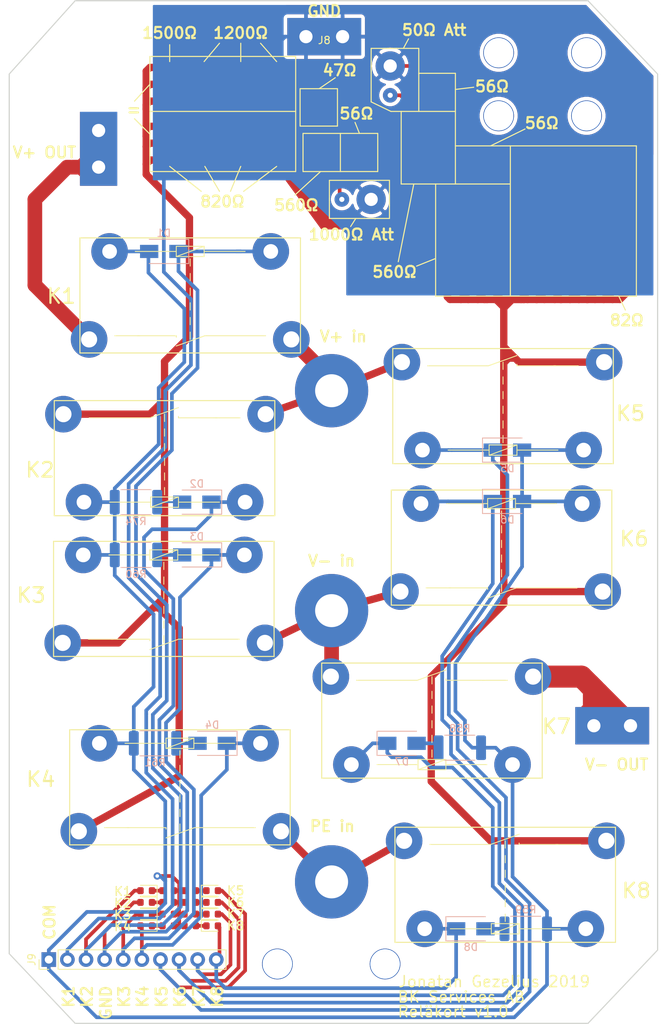
<source format=kicad_pcb>
(kicad_pcb (version 20171130) (host pcbnew "(5.1.0)-1")

  (general
    (thickness 1.6)
    (drawings 105)
    (tracks 694)
    (zones 0)
    (modules 133)
    (nets 47)
  )

  (page A4)
  (layers
    (0 F.Cu signal)
    (31 B.Cu signal)
    (32 B.Adhes user hide)
    (33 F.Adhes user hide)
    (34 B.Paste user hide)
    (35 F.Paste user hide)
    (36 B.SilkS user hide)
    (37 F.SilkS user)
    (38 B.Mask user hide)
    (39 F.Mask user hide)
    (40 Dwgs.User user hide)
    (41 Cmts.User user hide)
    (42 Eco1.User user)
    (43 Eco2.User user)
    (44 Edge.Cuts user)
    (45 Margin user hide)
    (46 B.CrtYd user hide)
    (47 F.CrtYd user hide)
    (48 B.Fab user hide)
    (49 F.Fab user hide)
  )

  (setup
    (last_trace_width 0.25)
    (user_trace_width 0.5)
    (user_trace_width 1)
    (user_trace_width 2)
    (user_trace_width 3)
    (trace_clearance 0.5)
    (zone_clearance 0.5)
    (zone_45_only no)
    (trace_min 0.2)
    (via_size 1)
    (via_drill 0.5)
    (via_min_size 0.4)
    (via_min_drill 0.3)
    (user_via 1 0.5)
    (uvia_size 0.3)
    (uvia_drill 0.1)
    (uvias_allowed no)
    (uvia_min_size 0.2)
    (uvia_min_drill 0.1)
    (edge_width 0.15)
    (segment_width 0.2)
    (pcb_text_width 0.3)
    (pcb_text_size 1.5 1.5)
    (mod_edge_width 0.15)
    (mod_text_size 1 1)
    (mod_text_width 0.15)
    (pad_size 1.524 1.524)
    (pad_drill 0.762)
    (pad_to_mask_clearance 0.2)
    (aux_axis_origin 0 0)
    (visible_elements 7FFFFFFF)
    (pcbplotparams
      (layerselection 0x010f0_ffffffff)
      (usegerberextensions false)
      (usegerberattributes false)
      (usegerberadvancedattributes false)
      (creategerberjobfile false)
      (excludeedgelayer false)
      (linewidth 0.100000)
      (plotframeref false)
      (viasonmask false)
      (mode 1)
      (useauxorigin false)
      (hpglpennumber 1)
      (hpglpenspeed 20)
      (hpglpendiameter 15.000000)
      (psnegative false)
      (psa4output false)
      (plotreference true)
      (plotvalue true)
      (plotinvisibletext false)
      (padsonsilk false)
      (subtractmaskfromsilk false)
      (outputformat 1)
      (mirror false)
      (drillshape 0)
      (scaleselection 1)
      (outputdirectory "plot/"))
  )

  (net 0 "")
  (net 1 GND)
  (net 2 "Net-(D11-Pad1)")
  (net 3 "Net-(D12-Pad1)")
  (net 4 "Net-(D13-Pad1)")
  (net 5 "Net-(D14-Pad1)")
  (net 6 "Net-(D15-Pad1)")
  (net 7 /V+in)
  (net 8 /V-in)
  (net 9 /PEin)
  (net 10 /V-out)
  (net 11 /V+out)
  (net 12 /max750)
  (net 13 /max563)
  (net 14 /max375)
  (net 15 /max188)
  (net 16 /max512)
  (net 17 /max273)
  (net 18 /max34)
  (net 19 /max1.5)
  (net 20 /max1049)
  (net 21 /max1429)
  (net 22 /max699)
  (net 23 /max350)
  (net 24 /max1057)
  (net 25 /max715)
  (net 26 /max373)
  (net 27 /max31)
  (net 28 /max1.4)
  (net 29 "Net-(C22-Pad1)")
  (net 30 rel_com)
  (net 31 rel+50)
  (net 32 rel-50)
  (net 33 relPE50)
  (net 34 rel+1k)
  (net 35 rel-1k)
  (net 36 relPE1k)
  (net 37 rel+out)
  (net 38 rel-out)
  (net 39 "Net-(D3-Pad2)")
  (net 40 "Net-(D4-Pad2)")
  (net 41 "Net-(D7-Pad2)")
  (net 42 "Net-(D8-Pad2)")
  (net 43 "Net-(D16-Pad1)")
  (net 44 "Net-(D17-Pad1)")
  (net 45 "Net-(D18-Pad1)")
  (net 46 "Net-(D2-Pad2)")

  (net_class Default "This is the default net class."
    (clearance 0.5)
    (trace_width 0.25)
    (via_dia 1)
    (via_drill 0.5)
    (uvia_dia 0.3)
    (uvia_drill 0.1)
    (add_net "Net-(D2-Pad2)")
  )

  (net_class HV ""
    (clearance 1.5)
    (trace_width 1)
    (via_dia 1)
    (via_drill 0.5)
    (uvia_dia 0.3)
    (uvia_drill 0.1)
    (add_net /PEin)
    (add_net /V+in)
    (add_net /V+out)
    (add_net /V-in)
    (add_net /V-out)
    (add_net /max1429)
    (add_net /max750)
  )

  (net_class LV ""
    (clearance 1.5)
    (trace_width 1)
    (via_dia 1)
    (via_drill 0.5)
    (uvia_dia 0.3)
    (uvia_drill 0.1)
  )

  (net_class MIDV ""
    (clearance 1.5)
    (trace_width 1)
    (via_dia 1)
    (via_drill 0.5)
    (uvia_dia 0.3)
    (uvia_drill 0.1)
    (add_net /max1049)
    (add_net /max1057)
    (add_net /max188)
    (add_net /max273)
    (add_net /max31)
    (add_net /max34)
    (add_net /max350)
    (add_net /max373)
    (add_net /max375)
    (add_net /max512)
    (add_net /max563)
    (add_net /max699)
    (add_net /max715)
  )

  (net_class double_saftey ""
    (clearance 1.5)
    (trace_width 0.25)
    (via_dia 1)
    (via_drill 0.5)
    (uvia_dia 0.3)
    (uvia_drill 0.1)
  )

  (net_class signals ""
    (clearance 0.4)
    (trace_width 0.5)
    (via_dia 1)
    (via_drill 0.5)
    (uvia_dia 0.3)
    (uvia_drill 0.1)
    (add_net /max1.4)
    (add_net /max1.5)
    (add_net GND)
    (add_net "Net-(C22-Pad1)")
    (add_net "Net-(D11-Pad1)")
    (add_net "Net-(D12-Pad1)")
    (add_net "Net-(D13-Pad1)")
    (add_net "Net-(D14-Pad1)")
    (add_net "Net-(D15-Pad1)")
    (add_net "Net-(D16-Pad1)")
    (add_net "Net-(D17-Pad1)")
    (add_net "Net-(D18-Pad1)")
    (add_net "Net-(D3-Pad2)")
    (add_net "Net-(D4-Pad2)")
    (add_net "Net-(D7-Pad2)")
    (add_net "Net-(D8-Pad2)")
    (add_net rel+1k)
    (add_net rel+50)
    (add_net rel+out)
    (add_net rel-1k)
    (add_net rel-50)
    (add_net rel-out)
    (add_net relPE1k)
    (add_net relPE50)
    (add_net rel_com)
  )

  (module custom_footprints:ALFG2PF241_round_holes locked (layer F.Cu) (tedit 5CE68F3C) (tstamp 5CDBE757)
    (at 137.7 156.5)
    (descr "Panasonic Relay SPST, http://www.farnell.com/datasheets/2244182.pdf")
    (tags "Panasonic Relay SPST")
    (path /5CE806B0)
    (fp_text reference K8 (at 28.9 -5.2 180) (layer F.SilkS)
      (effects (font (size 2 2) (thickness 0.3)))
    )
    (fp_text value ALFG2PF241 (at 12.1 3.9 180) (layer F.Fab)
      (effects (font (size 1 1) (thickness 0.15)))
    )
    (fp_line (start 17.9 -11.5) (end 18.2 -11.5) (layer F.SilkS) (width 0.12))
    (fp_line (start 12.9 -11.5) (end 12.9 -11.7) (layer F.SilkS) (width 0.12))
    (fp_line (start 11 -12) (end 11 -11) (layer F.SilkS) (width 0.12))
    (fp_line (start 11 -10) (end 11 -9) (layer F.SilkS) (width 0.12))
    (fp_line (start 11 -8) (end 11 -7) (layer F.SilkS) (width 0.12))
    (fp_line (start 11 -6) (end 11 -5) (layer F.SilkS) (width 0.12))
    (fp_line (start 11 -4) (end 11 -3) (layer F.SilkS) (width 0.12))
    (fp_line (start 11 -2) (end 11 -1) (layer F.SilkS) (width 0.12))
    (fp_line (start 9 -11.5) (end 12.9 -12.9) (layer F.SilkS) (width 0.12))
    (fp_line (start 12.9 -11.5) (end 21.3 -11.5) (layer F.SilkS) (width 0.12))
    (fp_line (start 12.9 0) (end 18.5 0) (layer F.SilkS) (width 0.12))
    (fp_line (start 0.7 -11.5) (end 9 -11.5) (layer F.SilkS) (width 0.12))
    (fp_line (start 9.1 0.7) (end 12.9 -0.7) (layer F.SilkS) (width 0.12))
    (fp_line (start 12.9 0.7) (end 9.1 0.7) (layer F.SilkS) (width 0.12))
    (fp_line (start 12.9 -0.7) (end 12.9 0.7) (layer F.SilkS) (width 0.12))
    (fp_line (start 9.1 -0.7) (end 12.9 -0.7) (layer F.SilkS) (width 0.12))
    (fp_line (start 9.1 0.7) (end 9.1 -0.7) (layer F.SilkS) (width 0.12))
    (fp_line (start 3.5 0) (end 9.1 0) (layer F.SilkS) (width 0.12))
    (fp_circle (center 24.8 -12) (end 33.3 -12) (layer Eco2.User) (width 0.12))
    (fp_circle (center -2.8 -12) (end 5.7 -12) (layer Eco2.User) (width 0.12))
    (fp_circle (center 0 0) (end 8.5 0) (layer Eco1.User) (width 0.12))
    (fp_circle (center 22 0) (end 30.5 0) (layer Eco1.User) (width 0.12))
    (fp_line (start -4.1402 -13.97) (end 26.1366 -13.97) (layer F.Fab) (width 0.12))
    (fp_line (start -4.05 1.85) (end -4.05 -13.85) (layer F.SilkS) (width 0.15))
    (fp_line (start 26.05 1.85) (end -4.05 1.85) (layer F.SilkS) (width 0.15))
    (fp_line (start 26.05 -13.85) (end 26.05 1.85) (layer F.SilkS) (width 0.15))
    (fp_line (start -4.05 -13.85) (end 26.05 -13.85) (layer F.SilkS) (width 0.15))
    (fp_text user %R (at 12 -3.75 180) (layer F.Fab)
      (effects (font (size 1 1) (thickness 0.15)))
    )
    (fp_line (start 26.05 1.85) (end 26.05 -13.85) (layer F.CrtYd) (width 0.05))
    (fp_line (start -4.05 1.85) (end 26.05 1.85) (layer F.CrtYd) (width 0.05))
    (fp_line (start -4.05 -13.85) (end -4.05 1.85) (layer F.CrtYd) (width 0.05))
    (fp_line (start 26.05 -13.85) (end -4.05 -13.85) (layer F.CrtYd) (width 0.05))
    (fp_line (start 26.162 1.9304) (end 26.162 -13.97) (layer F.Fab) (width 0.1))
    (fp_line (start -4.1402 1.9558) (end 26.162 1.9558) (layer F.Fab) (width 0.1))
    (fp_line (start -4.1402 -13.97) (end -4.1402 1.9558) (layer F.Fab) (width 0.1))
    (pad 3 thru_hole circle (at -2.8 -12 90) (size 5 5) (drill 2.2) (layers *.Cu *.Mask)
      (net 9 /PEin))
    (pad 4 thru_hole circle (at 24.8 -12 90) (size 5 5) (drill 2.2) (layers *.Cu *.Mask)
      (net 12 /max750))
    (pad 2 thru_hole circle (at 22 0 90) (size 5 5) (drill 2) (layers *.Cu *.Mask)
      (net 30 rel_com))
    (pad 1 thru_hole circle (at 0 0 90) (size 5 5) (drill 2) (layers *.Cu *.Mask)
      (net 33 relPE50))
    (model ${KIPRJMOD}/3d-models/ALFG2PF241.wrl
      (offset (xyz -4 -2 0))
      (scale (xyz 1 1 1))
      (rotate (xyz 0 0 0))
    )
  )

  (module custom_footprints:ALFG2PF241_round_holes locked (layer F.Cu) (tedit 5CE68F3C) (tstamp 5CDC4C0C)
    (at 115.3 131.2 180)
    (descr "Panasonic Relay SPST, http://www.farnell.com/datasheets/2244182.pdf")
    (tags "Panasonic Relay SPST")
    (path /5CE808A8)
    (fp_text reference K4 (at 30 -4.9) (layer F.SilkS)
      (effects (font (size 2 2) (thickness 0.3)))
    )
    (fp_text value ALFG2PF241 (at 12.1 3.9) (layer F.Fab)
      (effects (font (size 1 1) (thickness 0.15)))
    )
    (fp_line (start 17.9 -11.5) (end 18.2 -11.5) (layer F.SilkS) (width 0.12))
    (fp_line (start 12.9 -11.5) (end 12.9 -11.7) (layer F.SilkS) (width 0.12))
    (fp_line (start 11 -12) (end 11 -11) (layer F.SilkS) (width 0.12))
    (fp_line (start 11 -10) (end 11 -9) (layer F.SilkS) (width 0.12))
    (fp_line (start 11 -8) (end 11 -7) (layer F.SilkS) (width 0.12))
    (fp_line (start 11 -6) (end 11 -5) (layer F.SilkS) (width 0.12))
    (fp_line (start 11 -4) (end 11 -3) (layer F.SilkS) (width 0.12))
    (fp_line (start 11 -2) (end 11 -1) (layer F.SilkS) (width 0.12))
    (fp_line (start 9 -11.5) (end 12.9 -12.9) (layer F.SilkS) (width 0.12))
    (fp_line (start 12.9 -11.5) (end 21.3 -11.5) (layer F.SilkS) (width 0.12))
    (fp_line (start 12.9 0) (end 18.5 0) (layer F.SilkS) (width 0.12))
    (fp_line (start 0.7 -11.5) (end 9 -11.5) (layer F.SilkS) (width 0.12))
    (fp_line (start 9.1 0.7) (end 12.9 -0.7) (layer F.SilkS) (width 0.12))
    (fp_line (start 12.9 0.7) (end 9.1 0.7) (layer F.SilkS) (width 0.12))
    (fp_line (start 12.9 -0.7) (end 12.9 0.7) (layer F.SilkS) (width 0.12))
    (fp_line (start 9.1 -0.7) (end 12.9 -0.7) (layer F.SilkS) (width 0.12))
    (fp_line (start 9.1 0.7) (end 9.1 -0.7) (layer F.SilkS) (width 0.12))
    (fp_line (start 3.5 0) (end 9.1 0) (layer F.SilkS) (width 0.12))
    (fp_circle (center 24.8 -12) (end 33.3 -12) (layer Eco2.User) (width 0.12))
    (fp_circle (center -2.8 -12) (end 5.7 -12) (layer Eco2.User) (width 0.12))
    (fp_circle (center 0 0) (end 8.5 0) (layer Eco1.User) (width 0.12))
    (fp_circle (center 22 0) (end 30.5 0) (layer Eco1.User) (width 0.12))
    (fp_line (start -4.1402 -13.97) (end 26.1366 -13.97) (layer F.Fab) (width 0.12))
    (fp_line (start -4.05 1.85) (end -4.05 -13.85) (layer F.SilkS) (width 0.15))
    (fp_line (start 26.05 1.85) (end -4.05 1.85) (layer F.SilkS) (width 0.15))
    (fp_line (start 26.05 -13.85) (end 26.05 1.85) (layer F.SilkS) (width 0.15))
    (fp_line (start -4.05 -13.85) (end 26.05 -13.85) (layer F.SilkS) (width 0.15))
    (fp_text user %R (at 12 -3.75) (layer F.Fab)
      (effects (font (size 1 1) (thickness 0.15)))
    )
    (fp_line (start 26.05 1.85) (end 26.05 -13.85) (layer F.CrtYd) (width 0.05))
    (fp_line (start -4.05 1.85) (end 26.05 1.85) (layer F.CrtYd) (width 0.05))
    (fp_line (start -4.05 -13.85) (end -4.05 1.85) (layer F.CrtYd) (width 0.05))
    (fp_line (start 26.05 -13.85) (end -4.05 -13.85) (layer F.CrtYd) (width 0.05))
    (fp_line (start 26.162 1.9304) (end 26.162 -13.97) (layer F.Fab) (width 0.1))
    (fp_line (start -4.1402 1.9558) (end 26.162 1.9558) (layer F.Fab) (width 0.1))
    (fp_line (start -4.1402 -13.97) (end -4.1402 1.9558) (layer F.Fab) (width 0.1))
    (pad 3 thru_hole circle (at -2.8 -12 270) (size 5 5) (drill 2.2) (layers *.Cu *.Mask)
      (net 9 /PEin))
    (pad 4 thru_hole circle (at 24.8 -12 270) (size 5 5) (drill 2.2) (layers *.Cu *.Mask)
      (net 21 /max1429))
    (pad 2 thru_hole circle (at 22 0 270) (size 5 5) (drill 2) (layers *.Cu *.Mask)
      (net 30 rel_com))
    (pad 1 thru_hole circle (at 0 0 270) (size 5 5) (drill 2) (layers *.Cu *.Mask)
      (net 36 relPE1k))
    (model ${KIPRJMOD}/3d-models/ALFG2PF241.wrl
      (offset (xyz -4 -2 0))
      (scale (xyz 1 1 1))
      (rotate (xyz 0 0 0))
    )
  )

  (module custom_footprints:ALFG2PF241_round_holes locked (layer F.Cu) (tedit 5CE68F3C) (tstamp 5CDB1886)
    (at 116.7 64.1 180)
    (descr "Panasonic Relay SPST, http://www.farnell.com/datasheets/2244182.pdf")
    (tags "Panasonic Relay SPST")
    (path /5CE80966)
    (fp_text reference K1 (at 28.6 -6.1) (layer F.SilkS)
      (effects (font (size 2 2) (thickness 0.3)))
    )
    (fp_text value ALFG2PF241 (at 12.1 3.9) (layer F.Fab)
      (effects (font (size 1 1) (thickness 0.15)))
    )
    (fp_line (start 17.9 -11.5) (end 18.2 -11.5) (layer F.SilkS) (width 0.12))
    (fp_line (start 12.9 -11.5) (end 12.9 -11.7) (layer F.SilkS) (width 0.12))
    (fp_line (start 11 -12) (end 11 -11) (layer F.SilkS) (width 0.12))
    (fp_line (start 11 -10) (end 11 -9) (layer F.SilkS) (width 0.12))
    (fp_line (start 11 -8) (end 11 -7) (layer F.SilkS) (width 0.12))
    (fp_line (start 11 -6) (end 11 -5) (layer F.SilkS) (width 0.12))
    (fp_line (start 11 -4) (end 11 -3) (layer F.SilkS) (width 0.12))
    (fp_line (start 11 -2) (end 11 -1) (layer F.SilkS) (width 0.12))
    (fp_line (start 9 -11.5) (end 12.9 -12.9) (layer F.SilkS) (width 0.12))
    (fp_line (start 12.9 -11.5) (end 21.3 -11.5) (layer F.SilkS) (width 0.12))
    (fp_line (start 12.9 0) (end 18.5 0) (layer F.SilkS) (width 0.12))
    (fp_line (start 0.7 -11.5) (end 9 -11.5) (layer F.SilkS) (width 0.12))
    (fp_line (start 9.1 0.7) (end 12.9 -0.7) (layer F.SilkS) (width 0.12))
    (fp_line (start 12.9 0.7) (end 9.1 0.7) (layer F.SilkS) (width 0.12))
    (fp_line (start 12.9 -0.7) (end 12.9 0.7) (layer F.SilkS) (width 0.12))
    (fp_line (start 9.1 -0.7) (end 12.9 -0.7) (layer F.SilkS) (width 0.12))
    (fp_line (start 9.1 0.7) (end 9.1 -0.7) (layer F.SilkS) (width 0.12))
    (fp_line (start 3.5 0) (end 9.1 0) (layer F.SilkS) (width 0.12))
    (fp_circle (center 24.8 -12) (end 33.3 -12) (layer Eco2.User) (width 0.12))
    (fp_circle (center -2.8 -12) (end 5.7 -12) (layer Eco2.User) (width 0.12))
    (fp_circle (center 0 0) (end 8.5 0) (layer Eco1.User) (width 0.12))
    (fp_circle (center 22 0) (end 30.5 0) (layer Eco1.User) (width 0.12))
    (fp_line (start -4.1402 -13.97) (end 26.1366 -13.97) (layer F.Fab) (width 0.12))
    (fp_line (start -4.05 1.85) (end -4.05 -13.85) (layer F.SilkS) (width 0.15))
    (fp_line (start 26.05 1.85) (end -4.05 1.85) (layer F.SilkS) (width 0.15))
    (fp_line (start 26.05 -13.85) (end 26.05 1.85) (layer F.SilkS) (width 0.15))
    (fp_line (start -4.05 -13.85) (end 26.05 -13.85) (layer F.SilkS) (width 0.15))
    (fp_text user %R (at 12 -3.75) (layer F.Fab)
      (effects (font (size 1 1) (thickness 0.15)))
    )
    (fp_line (start 26.05 1.85) (end 26.05 -13.85) (layer F.CrtYd) (width 0.05))
    (fp_line (start -4.05 1.85) (end 26.05 1.85) (layer F.CrtYd) (width 0.05))
    (fp_line (start -4.05 -13.85) (end -4.05 1.85) (layer F.CrtYd) (width 0.05))
    (fp_line (start 26.05 -13.85) (end -4.05 -13.85) (layer F.CrtYd) (width 0.05))
    (fp_line (start 26.162 1.9304) (end 26.162 -13.97) (layer F.Fab) (width 0.1))
    (fp_line (start -4.1402 1.9558) (end 26.162 1.9558) (layer F.Fab) (width 0.1))
    (fp_line (start -4.1402 -13.97) (end -4.1402 1.9558) (layer F.Fab) (width 0.1))
    (pad 3 thru_hole circle (at -2.8 -12 270) (size 5 5) (drill 2.2) (layers *.Cu *.Mask)
      (net 7 /V+in))
    (pad 4 thru_hole circle (at 24.8 -12 270) (size 5 5) (drill 2.2) (layers *.Cu *.Mask)
      (net 11 /V+out))
    (pad 2 thru_hole circle (at 22 0 270) (size 5 5) (drill 2) (layers *.Cu *.Mask)
      (net 30 rel_com))
    (pad 1 thru_hole circle (at 0 0 270) (size 5 5) (drill 2) (layers *.Cu *.Mask)
      (net 38 rel-out))
    (model ${KIPRJMOD}/3d-models/ALFG2PF241.wrl
      (offset (xyz -4 -2 0))
      (scale (xyz 1 1 1))
      (rotate (xyz 0 0 0))
    )
  )

  (module custom_footprints:ALFG2PF241_round_holes locked (layer F.Cu) (tedit 5CE68F3C) (tstamp 5CDFFC93)
    (at 127.7 134.1)
    (descr "Panasonic Relay SPST, http://www.farnell.com/datasheets/2244182.pdf")
    (tags "Panasonic Relay SPST")
    (path /5CE80A8F)
    (fp_text reference K7 (at 28 -5.2 180) (layer F.SilkS)
      (effects (font (size 2 2) (thickness 0.3)))
    )
    (fp_text value ALFG2PF241 (at 12.1 3.9 180) (layer F.Fab)
      (effects (font (size 1 1) (thickness 0.15)))
    )
    (fp_line (start 17.9 -11.5) (end 18.2 -11.5) (layer F.SilkS) (width 0.12))
    (fp_line (start 12.9 -11.5) (end 12.9 -11.7) (layer F.SilkS) (width 0.12))
    (fp_line (start 11 -12) (end 11 -11) (layer F.SilkS) (width 0.12))
    (fp_line (start 11 -10) (end 11 -9) (layer F.SilkS) (width 0.12))
    (fp_line (start 11 -8) (end 11 -7) (layer F.SilkS) (width 0.12))
    (fp_line (start 11 -6) (end 11 -5) (layer F.SilkS) (width 0.12))
    (fp_line (start 11 -4) (end 11 -3) (layer F.SilkS) (width 0.12))
    (fp_line (start 11 -2) (end 11 -1) (layer F.SilkS) (width 0.12))
    (fp_line (start 9 -11.5) (end 12.9 -12.9) (layer F.SilkS) (width 0.12))
    (fp_line (start 12.9 -11.5) (end 21.3 -11.5) (layer F.SilkS) (width 0.12))
    (fp_line (start 12.9 0) (end 18.5 0) (layer F.SilkS) (width 0.12))
    (fp_line (start 0.7 -11.5) (end 9 -11.5) (layer F.SilkS) (width 0.12))
    (fp_line (start 9.1 0.7) (end 12.9 -0.7) (layer F.SilkS) (width 0.12))
    (fp_line (start 12.9 0.7) (end 9.1 0.7) (layer F.SilkS) (width 0.12))
    (fp_line (start 12.9 -0.7) (end 12.9 0.7) (layer F.SilkS) (width 0.12))
    (fp_line (start 9.1 -0.7) (end 12.9 -0.7) (layer F.SilkS) (width 0.12))
    (fp_line (start 9.1 0.7) (end 9.1 -0.7) (layer F.SilkS) (width 0.12))
    (fp_line (start 3.5 0) (end 9.1 0) (layer F.SilkS) (width 0.12))
    (fp_circle (center 24.8 -12) (end 33.3 -12) (layer Eco2.User) (width 0.12))
    (fp_circle (center -2.8 -12) (end 5.7 -12) (layer Eco2.User) (width 0.12))
    (fp_circle (center 0 0) (end 8.5 0) (layer Eco1.User) (width 0.12))
    (fp_circle (center 22 0) (end 30.5 0) (layer Eco1.User) (width 0.12))
    (fp_line (start -4.1402 -13.97) (end 26.1366 -13.97) (layer F.Fab) (width 0.12))
    (fp_line (start -4.05 1.85) (end -4.05 -13.85) (layer F.SilkS) (width 0.15))
    (fp_line (start 26.05 1.85) (end -4.05 1.85) (layer F.SilkS) (width 0.15))
    (fp_line (start 26.05 -13.85) (end 26.05 1.85) (layer F.SilkS) (width 0.15))
    (fp_line (start -4.05 -13.85) (end 26.05 -13.85) (layer F.SilkS) (width 0.15))
    (fp_text user %R (at 12 -3.75 180) (layer F.Fab)
      (effects (font (size 1 1) (thickness 0.15)))
    )
    (fp_line (start 26.05 1.85) (end 26.05 -13.85) (layer F.CrtYd) (width 0.05))
    (fp_line (start -4.05 1.85) (end 26.05 1.85) (layer F.CrtYd) (width 0.05))
    (fp_line (start -4.05 -13.85) (end -4.05 1.85) (layer F.CrtYd) (width 0.05))
    (fp_line (start 26.05 -13.85) (end -4.05 -13.85) (layer F.CrtYd) (width 0.05))
    (fp_line (start 26.162 1.9304) (end 26.162 -13.97) (layer F.Fab) (width 0.1))
    (fp_line (start -4.1402 1.9558) (end 26.162 1.9558) (layer F.Fab) (width 0.1))
    (fp_line (start -4.1402 -13.97) (end -4.1402 1.9558) (layer F.Fab) (width 0.1))
    (pad 3 thru_hole circle (at -2.8 -12 90) (size 5 5) (drill 2.2) (layers *.Cu *.Mask)
      (net 8 /V-in))
    (pad 4 thru_hole circle (at 24.8 -12 90) (size 5 5) (drill 2.2) (layers *.Cu *.Mask)
      (net 10 /V-out))
    (pad 2 thru_hole circle (at 22 0 90) (size 5 5) (drill 2) (layers *.Cu *.Mask)
      (net 30 rel_com))
    (pad 1 thru_hole circle (at 0 0 90) (size 5 5) (drill 2) (layers *.Cu *.Mask)
      (net 37 rel+out))
    (model ${KIPRJMOD}/3d-models/ALFG2PF241.wrl
      (offset (xyz -4 -2 0))
      (scale (xyz 1 1 1))
      (rotate (xyz 0 0 0))
    )
  )

  (module custom_footprints:ALFG2PF241_round_holes locked (layer F.Cu) (tedit 5CE68F3C) (tstamp 5CDC2FD3)
    (at 113.1 105.5 180)
    (descr "Panasonic Relay SPST, http://www.farnell.com/datasheets/2244182.pdf")
    (tags "Panasonic Relay SPST")
    (path /5CE807F2)
    (fp_text reference K3 (at 29.1 -5.5) (layer F.SilkS)
      (effects (font (size 2 2) (thickness 0.3)))
    )
    (fp_text value ALFG2PF241 (at 12.1 3.9) (layer F.Fab)
      (effects (font (size 1 1) (thickness 0.15)))
    )
    (fp_line (start 17.9 -11.5) (end 18.2 -11.5) (layer F.SilkS) (width 0.12))
    (fp_line (start 12.9 -11.5) (end 12.9 -11.7) (layer F.SilkS) (width 0.12))
    (fp_line (start 11 -12) (end 11 -11) (layer F.SilkS) (width 0.12))
    (fp_line (start 11 -10) (end 11 -9) (layer F.SilkS) (width 0.12))
    (fp_line (start 11 -8) (end 11 -7) (layer F.SilkS) (width 0.12))
    (fp_line (start 11 -6) (end 11 -5) (layer F.SilkS) (width 0.12))
    (fp_line (start 11 -4) (end 11 -3) (layer F.SilkS) (width 0.12))
    (fp_line (start 11 -2) (end 11 -1) (layer F.SilkS) (width 0.12))
    (fp_line (start 9 -11.5) (end 12.9 -12.9) (layer F.SilkS) (width 0.12))
    (fp_line (start 12.9 -11.5) (end 21.3 -11.5) (layer F.SilkS) (width 0.12))
    (fp_line (start 12.9 0) (end 18.5 0) (layer F.SilkS) (width 0.12))
    (fp_line (start 0.7 -11.5) (end 9 -11.5) (layer F.SilkS) (width 0.12))
    (fp_line (start 9.1 0.7) (end 12.9 -0.7) (layer F.SilkS) (width 0.12))
    (fp_line (start 12.9 0.7) (end 9.1 0.7) (layer F.SilkS) (width 0.12))
    (fp_line (start 12.9 -0.7) (end 12.9 0.7) (layer F.SilkS) (width 0.12))
    (fp_line (start 9.1 -0.7) (end 12.9 -0.7) (layer F.SilkS) (width 0.12))
    (fp_line (start 9.1 0.7) (end 9.1 -0.7) (layer F.SilkS) (width 0.12))
    (fp_line (start 3.5 0) (end 9.1 0) (layer F.SilkS) (width 0.12))
    (fp_circle (center 24.8 -12) (end 33.3 -12) (layer Eco2.User) (width 0.12))
    (fp_circle (center -2.8 -12) (end 5.7 -12) (layer Eco2.User) (width 0.12))
    (fp_circle (center 0 0) (end 8.5 0) (layer Eco1.User) (width 0.12))
    (fp_circle (center 22 0) (end 30.5 0) (layer Eco1.User) (width 0.12))
    (fp_line (start -4.1402 -13.97) (end 26.1366 -13.97) (layer F.Fab) (width 0.12))
    (fp_line (start -4.05 1.85) (end -4.05 -13.85) (layer F.SilkS) (width 0.15))
    (fp_line (start 26.05 1.85) (end -4.05 1.85) (layer F.SilkS) (width 0.15))
    (fp_line (start 26.05 -13.85) (end 26.05 1.85) (layer F.SilkS) (width 0.15))
    (fp_line (start -4.05 -13.85) (end 26.05 -13.85) (layer F.SilkS) (width 0.15))
    (fp_text user %R (at 12 -3.75) (layer F.Fab)
      (effects (font (size 1 1) (thickness 0.15)))
    )
    (fp_line (start 26.05 1.85) (end 26.05 -13.85) (layer F.CrtYd) (width 0.05))
    (fp_line (start -4.05 1.85) (end 26.05 1.85) (layer F.CrtYd) (width 0.05))
    (fp_line (start -4.05 -13.85) (end -4.05 1.85) (layer F.CrtYd) (width 0.05))
    (fp_line (start 26.05 -13.85) (end -4.05 -13.85) (layer F.CrtYd) (width 0.05))
    (fp_line (start 26.162 1.9304) (end 26.162 -13.97) (layer F.Fab) (width 0.1))
    (fp_line (start -4.1402 1.9558) (end 26.162 1.9558) (layer F.Fab) (width 0.1))
    (fp_line (start -4.1402 -13.97) (end -4.1402 1.9558) (layer F.Fab) (width 0.1))
    (pad 3 thru_hole circle (at -2.8 -12 270) (size 5 5) (drill 2.2) (layers *.Cu *.Mask)
      (net 8 /V-in))
    (pad 4 thru_hole circle (at 24.8 -12 270) (size 5 5) (drill 2.2) (layers *.Cu *.Mask)
      (net 21 /max1429))
    (pad 2 thru_hole circle (at 22 0 270) (size 5 5) (drill 2) (layers *.Cu *.Mask)
      (net 30 rel_com))
    (pad 1 thru_hole circle (at 0 0 270) (size 5 5) (drill 2) (layers *.Cu *.Mask)
      (net 35 rel-1k))
    (model ${KIPRJMOD}/3d-models/ALFG2PF241.wrl
      (offset (xyz -4 -2 0))
      (scale (xyz 1 1 1))
      (rotate (xyz 0 0 0))
    )
  )

  (module custom_footprints:ALFG2PF241_round_holes locked (layer F.Cu) (tedit 5CE68F3C) (tstamp 5CDDAB85)
    (at 91.2 98.3)
    (descr "Panasonic Relay SPST, http://www.farnell.com/datasheets/2244182.pdf")
    (tags "Panasonic Relay SPST")
    (path /5CE8074E)
    (fp_text reference K2 (at -6 -4.4 180) (layer F.SilkS)
      (effects (font (size 2 2) (thickness 0.3)))
    )
    (fp_text value ALFG2PF241 (at 12.1 3.9 180) (layer F.Fab)
      (effects (font (size 1 1) (thickness 0.15)))
    )
    (fp_line (start 17.9 -11.5) (end 18.2 -11.5) (layer F.SilkS) (width 0.12))
    (fp_line (start 12.9 -11.5) (end 12.9 -11.7) (layer F.SilkS) (width 0.12))
    (fp_line (start 11 -12) (end 11 -11) (layer F.SilkS) (width 0.12))
    (fp_line (start 11 -10) (end 11 -9) (layer F.SilkS) (width 0.12))
    (fp_line (start 11 -8) (end 11 -7) (layer F.SilkS) (width 0.12))
    (fp_line (start 11 -6) (end 11 -5) (layer F.SilkS) (width 0.12))
    (fp_line (start 11 -4) (end 11 -3) (layer F.SilkS) (width 0.12))
    (fp_line (start 11 -2) (end 11 -1) (layer F.SilkS) (width 0.12))
    (fp_line (start 9 -11.5) (end 12.9 -12.9) (layer F.SilkS) (width 0.12))
    (fp_line (start 12.9 -11.5) (end 21.3 -11.5) (layer F.SilkS) (width 0.12))
    (fp_line (start 12.9 0) (end 18.5 0) (layer F.SilkS) (width 0.12))
    (fp_line (start 0.7 -11.5) (end 9 -11.5) (layer F.SilkS) (width 0.12))
    (fp_line (start 9.1 0.7) (end 12.9 -0.7) (layer F.SilkS) (width 0.12))
    (fp_line (start 12.9 0.7) (end 9.1 0.7) (layer F.SilkS) (width 0.12))
    (fp_line (start 12.9 -0.7) (end 12.9 0.7) (layer F.SilkS) (width 0.12))
    (fp_line (start 9.1 -0.7) (end 12.9 -0.7) (layer F.SilkS) (width 0.12))
    (fp_line (start 9.1 0.7) (end 9.1 -0.7) (layer F.SilkS) (width 0.12))
    (fp_line (start 3.5 0) (end 9.1 0) (layer F.SilkS) (width 0.12))
    (fp_circle (center 24.8 -12) (end 33.3 -12) (layer Eco2.User) (width 0.12))
    (fp_circle (center -2.8 -12) (end 5.7 -12) (layer Eco2.User) (width 0.12))
    (fp_circle (center 0 0) (end 8.5 0) (layer Eco1.User) (width 0.12))
    (fp_circle (center 22 0) (end 30.5 0) (layer Eco1.User) (width 0.12))
    (fp_line (start -4.1402 -13.97) (end 26.1366 -13.97) (layer F.Fab) (width 0.12))
    (fp_line (start -4.05 1.85) (end -4.05 -13.85) (layer F.SilkS) (width 0.15))
    (fp_line (start 26.05 1.85) (end -4.05 1.85) (layer F.SilkS) (width 0.15))
    (fp_line (start 26.05 -13.85) (end 26.05 1.85) (layer F.SilkS) (width 0.15))
    (fp_line (start -4.05 -13.85) (end 26.05 -13.85) (layer F.SilkS) (width 0.15))
    (fp_text user %R (at 12 -3.75 180) (layer F.Fab)
      (effects (font (size 1 1) (thickness 0.15)))
    )
    (fp_line (start 26.05 1.85) (end 26.05 -13.85) (layer F.CrtYd) (width 0.05))
    (fp_line (start -4.05 1.85) (end 26.05 1.85) (layer F.CrtYd) (width 0.05))
    (fp_line (start -4.05 -13.85) (end -4.05 1.85) (layer F.CrtYd) (width 0.05))
    (fp_line (start 26.05 -13.85) (end -4.05 -13.85) (layer F.CrtYd) (width 0.05))
    (fp_line (start 26.162 1.9304) (end 26.162 -13.97) (layer F.Fab) (width 0.1))
    (fp_line (start -4.1402 1.9558) (end 26.162 1.9558) (layer F.Fab) (width 0.1))
    (fp_line (start -4.1402 -13.97) (end -4.1402 1.9558) (layer F.Fab) (width 0.1))
    (pad 3 thru_hole circle (at -2.8 -12 90) (size 5 5) (drill 2.2) (layers *.Cu *.Mask)
      (net 21 /max1429))
    (pad 4 thru_hole circle (at 24.8 -12 90) (size 5 5) (drill 2.2) (layers *.Cu *.Mask)
      (net 7 /V+in))
    (pad 2 thru_hole circle (at 22 0 90) (size 5 5) (drill 2) (layers *.Cu *.Mask)
      (net 34 rel+1k))
    (pad 1 thru_hole circle (at 0 0 90) (size 5 5) (drill 2) (layers *.Cu *.Mask)
      (net 30 rel_com))
    (model ${KIPRJMOD}/3d-models/ALFG2PF241.wrl
      (offset (xyz -4 -2 0))
      (scale (xyz 1 1 1))
      (rotate (xyz 0 0 0))
    )
  )

  (module custom_footprints:ALFG2PF241_round_holes locked (layer F.Cu) (tedit 5CE68F3C) (tstamp 5CE0FCCC)
    (at 159.2 98.5 180)
    (descr "Panasonic Relay SPST, http://www.farnell.com/datasheets/2244182.pdf")
    (tags "Panasonic Relay SPST")
    (path /5CE80608)
    (fp_text reference K6 (at -7.1 -4.8) (layer F.SilkS)
      (effects (font (size 2 2) (thickness 0.3)))
    )
    (fp_text value ALFG2PF241 (at 12.1 3.9) (layer F.Fab)
      (effects (font (size 1 1) (thickness 0.15)))
    )
    (fp_line (start 17.9 -11.5) (end 18.2 -11.5) (layer F.SilkS) (width 0.12))
    (fp_line (start 12.9 -11.5) (end 12.9 -11.7) (layer F.SilkS) (width 0.12))
    (fp_line (start 11 -12) (end 11 -11) (layer F.SilkS) (width 0.12))
    (fp_line (start 11 -10) (end 11 -9) (layer F.SilkS) (width 0.12))
    (fp_line (start 11 -8) (end 11 -7) (layer F.SilkS) (width 0.12))
    (fp_line (start 11 -6) (end 11 -5) (layer F.SilkS) (width 0.12))
    (fp_line (start 11 -4) (end 11 -3) (layer F.SilkS) (width 0.12))
    (fp_line (start 11 -2) (end 11 -1) (layer F.SilkS) (width 0.12))
    (fp_line (start 9 -11.5) (end 12.9 -12.9) (layer F.SilkS) (width 0.12))
    (fp_line (start 12.9 -11.5) (end 21.3 -11.5) (layer F.SilkS) (width 0.12))
    (fp_line (start 12.9 0) (end 18.5 0) (layer F.SilkS) (width 0.12))
    (fp_line (start 0.7 -11.5) (end 9 -11.5) (layer F.SilkS) (width 0.12))
    (fp_line (start 9.1 0.7) (end 12.9 -0.7) (layer F.SilkS) (width 0.12))
    (fp_line (start 12.9 0.7) (end 9.1 0.7) (layer F.SilkS) (width 0.12))
    (fp_line (start 12.9 -0.7) (end 12.9 0.7) (layer F.SilkS) (width 0.12))
    (fp_line (start 9.1 -0.7) (end 12.9 -0.7) (layer F.SilkS) (width 0.12))
    (fp_line (start 9.1 0.7) (end 9.1 -0.7) (layer F.SilkS) (width 0.12))
    (fp_line (start 3.5 0) (end 9.1 0) (layer F.SilkS) (width 0.12))
    (fp_circle (center 24.8 -12) (end 33.3 -12) (layer Eco2.User) (width 0.12))
    (fp_circle (center -2.8 -12) (end 5.7 -12) (layer Eco2.User) (width 0.12))
    (fp_circle (center 0 0) (end 8.5 0) (layer Eco1.User) (width 0.12))
    (fp_circle (center 22 0) (end 30.5 0) (layer Eco1.User) (width 0.12))
    (fp_line (start -4.1402 -13.97) (end 26.1366 -13.97) (layer F.Fab) (width 0.12))
    (fp_line (start -4.05 1.85) (end -4.05 -13.85) (layer F.SilkS) (width 0.15))
    (fp_line (start 26.05 1.85) (end -4.05 1.85) (layer F.SilkS) (width 0.15))
    (fp_line (start 26.05 -13.85) (end 26.05 1.85) (layer F.SilkS) (width 0.15))
    (fp_line (start -4.05 -13.85) (end 26.05 -13.85) (layer F.SilkS) (width 0.15))
    (fp_text user %R (at 12 -3.75) (layer F.Fab)
      (effects (font (size 1 1) (thickness 0.15)))
    )
    (fp_line (start 26.05 1.85) (end 26.05 -13.85) (layer F.CrtYd) (width 0.05))
    (fp_line (start -4.05 1.85) (end 26.05 1.85) (layer F.CrtYd) (width 0.05))
    (fp_line (start -4.05 -13.85) (end -4.05 1.85) (layer F.CrtYd) (width 0.05))
    (fp_line (start 26.05 -13.85) (end -4.05 -13.85) (layer F.CrtYd) (width 0.05))
    (fp_line (start 26.162 1.9304) (end 26.162 -13.97) (layer F.Fab) (width 0.1))
    (fp_line (start -4.1402 1.9558) (end 26.162 1.9558) (layer F.Fab) (width 0.1))
    (fp_line (start -4.1402 -13.97) (end -4.1402 1.9558) (layer F.Fab) (width 0.1))
    (pad 3 thru_hole circle (at -2.8 -12 270) (size 5 5) (drill 2.2) (layers *.Cu *.Mask)
      (net 12 /max750))
    (pad 4 thru_hole circle (at 24.8 -12 270) (size 5 5) (drill 2.2) (layers *.Cu *.Mask)
      (net 8 /V-in))
    (pad 2 thru_hole circle (at 22 0 270) (size 5 5) (drill 2) (layers *.Cu *.Mask)
      (net 32 rel-50))
    (pad 1 thru_hole circle (at 0 0 270) (size 5 5) (drill 2) (layers *.Cu *.Mask)
      (net 30 rel_com))
    (model ${KIPRJMOD}/3d-models/ALFG2PF241.wrl
      (offset (xyz -4 -2 0))
      (scale (xyz 1 1 1))
      (rotate (xyz 0 0 0))
    )
  )

  (module custom_footprints:ALFG2PF241_round_holes locked (layer F.Cu) (tedit 5CE68F3C) (tstamp 5CE0FCB1)
    (at 137.4 91.2)
    (descr "Panasonic Relay SPST, http://www.farnell.com/datasheets/2244182.pdf")
    (tags "Panasonic Relay SPST")
    (path /5CE8004E)
    (fp_text reference K5 (at 28.4 -5 180) (layer F.SilkS)
      (effects (font (size 2 2) (thickness 0.3)))
    )
    (fp_text value ALFG2PF241 (at 12.1 3.9 180) (layer F.Fab)
      (effects (font (size 1 1) (thickness 0.15)))
    )
    (fp_line (start 17.9 -11.5) (end 18.2 -11.5) (layer F.SilkS) (width 0.12))
    (fp_line (start 12.9 -11.5) (end 12.9 -11.7) (layer F.SilkS) (width 0.12))
    (fp_line (start 11 -12) (end 11 -11) (layer F.SilkS) (width 0.12))
    (fp_line (start 11 -10) (end 11 -9) (layer F.SilkS) (width 0.12))
    (fp_line (start 11 -8) (end 11 -7) (layer F.SilkS) (width 0.12))
    (fp_line (start 11 -6) (end 11 -5) (layer F.SilkS) (width 0.12))
    (fp_line (start 11 -4) (end 11 -3) (layer F.SilkS) (width 0.12))
    (fp_line (start 11 -2) (end 11 -1) (layer F.SilkS) (width 0.12))
    (fp_line (start 9 -11.5) (end 12.9 -12.9) (layer F.SilkS) (width 0.12))
    (fp_line (start 12.9 -11.5) (end 21.3 -11.5) (layer F.SilkS) (width 0.12))
    (fp_line (start 12.9 0) (end 18.5 0) (layer F.SilkS) (width 0.12))
    (fp_line (start 0.7 -11.5) (end 9 -11.5) (layer F.SilkS) (width 0.12))
    (fp_line (start 9.1 0.7) (end 12.9 -0.7) (layer F.SilkS) (width 0.12))
    (fp_line (start 12.9 0.7) (end 9.1 0.7) (layer F.SilkS) (width 0.12))
    (fp_line (start 12.9 -0.7) (end 12.9 0.7) (layer F.SilkS) (width 0.12))
    (fp_line (start 9.1 -0.7) (end 12.9 -0.7) (layer F.SilkS) (width 0.12))
    (fp_line (start 9.1 0.7) (end 9.1 -0.7) (layer F.SilkS) (width 0.12))
    (fp_line (start 3.5 0) (end 9.1 0) (layer F.SilkS) (width 0.12))
    (fp_circle (center 24.8 -12) (end 33.3 -12) (layer Eco2.User) (width 0.12))
    (fp_circle (center -2.8 -12) (end 5.7 -12) (layer Eco2.User) (width 0.12))
    (fp_circle (center 0 0) (end 8.5 0) (layer Eco1.User) (width 0.12))
    (fp_circle (center 22 0) (end 30.5 0) (layer Eco1.User) (width 0.12))
    (fp_line (start -4.1402 -13.97) (end 26.1366 -13.97) (layer F.Fab) (width 0.12))
    (fp_line (start -4.05 1.85) (end -4.05 -13.85) (layer F.SilkS) (width 0.15))
    (fp_line (start 26.05 1.85) (end -4.05 1.85) (layer F.SilkS) (width 0.15))
    (fp_line (start 26.05 -13.85) (end 26.05 1.85) (layer F.SilkS) (width 0.15))
    (fp_line (start -4.05 -13.85) (end 26.05 -13.85) (layer F.SilkS) (width 0.15))
    (fp_text user %R (at 12 -3.75 180) (layer F.Fab)
      (effects (font (size 1 1) (thickness 0.15)))
    )
    (fp_line (start 26.05 1.85) (end 26.05 -13.85) (layer F.CrtYd) (width 0.05))
    (fp_line (start -4.05 1.85) (end 26.05 1.85) (layer F.CrtYd) (width 0.05))
    (fp_line (start -4.05 -13.85) (end -4.05 1.85) (layer F.CrtYd) (width 0.05))
    (fp_line (start 26.05 -13.85) (end -4.05 -13.85) (layer F.CrtYd) (width 0.05))
    (fp_line (start 26.162 1.9304) (end 26.162 -13.97) (layer F.Fab) (width 0.1))
    (fp_line (start -4.1402 1.9558) (end 26.162 1.9558) (layer F.Fab) (width 0.1))
    (fp_line (start -4.1402 -13.97) (end -4.1402 1.9558) (layer F.Fab) (width 0.1))
    (pad 3 thru_hole circle (at -2.8 -12 90) (size 5 5) (drill 2.2) (layers *.Cu *.Mask)
      (net 7 /V+in))
    (pad 4 thru_hole circle (at 24.8 -12 90) (size 5 5) (drill 2.2) (layers *.Cu *.Mask)
      (net 12 /max750))
    (pad 2 thru_hole circle (at 22 0 90) (size 5 5) (drill 2) (layers *.Cu *.Mask)
      (net 30 rel_com))
    (pad 1 thru_hole circle (at 0 0 90) (size 5 5) (drill 2) (layers *.Cu *.Mask)
      (net 31 rel+50))
    (model ${KIPRJMOD}/3d-models/ALFG2PF241.wrl
      (offset (xyz -4 -2 0))
      (scale (xyz 1 1 1))
      (rotate (xyz 0 0 0))
    )
  )

  (module custom_footprints:cabletie_4mm_PTH (layer F.Cu) (tedit 5CE5516A) (tstamp 5CE58879)
    (at 132.3 161.3)
    (descr "Mounting Hole 4mm, no annular")
    (tags "mounting hole 4mm no annular")
    (attr virtual)
    (fp_text reference REF** (at 0 -5) (layer F.SilkS) hide
      (effects (font (size 1 1) (thickness 0.15)))
    )
    (fp_text value cabletie_4mm_PTH (at 0 5) (layer F.Fab)
      (effects (font (size 1 1) (thickness 0.15)))
    )
    (fp_circle (center 0 0) (end 2.1 0) (layer F.CrtYd) (width 0.05))
    (fp_text user %R (at 0.3 0) (layer F.Fab)
      (effects (font (size 1 1) (thickness 0.15)))
    )
    (pad 1 thru_hole circle (at 0 0) (size 4.2 4.2) (drill 4) (layers *.Cu *.Mask))
  )

  (module custom_footprints:cabletie_4mm_PTH (layer F.Cu) (tedit 5CE5516A) (tstamp 5CE7CCAE)
    (at 117.6 161.3)
    (descr "Mounting Hole 4mm, no annular")
    (tags "mounting hole 4mm no annular")
    (attr virtual)
    (fp_text reference REF** (at 0 -5) (layer F.SilkS) hide
      (effects (font (size 1 1) (thickness 0.15)))
    )
    (fp_text value cabletie_4mm_PTH (at 0 5) (layer F.Fab)
      (effects (font (size 1 1) (thickness 0.15)))
    )
    (fp_circle (center 0 0) (end 2.1 0) (layer F.CrtYd) (width 0.05))
    (fp_text user %R (at 0.3 0) (layer F.Fab)
      (effects (font (size 1 1) (thickness 0.15)))
    )
    (pad 1 thru_hole circle (at 0 0) (size 4.2 4.2) (drill 4) (layers *.Cu *.Mask))
  )

  (module custom_footprints:cabletie_4mm_PTH (layer F.Cu) (tedit 5CE5516A) (tstamp 5CE4BD7F)
    (at 147.8 37)
    (descr "Mounting Hole 4mm, no annular")
    (tags "mounting hole 4mm no annular")
    (attr virtual)
    (fp_text reference REF** (at 0 -5) (layer F.SilkS) hide
      (effects (font (size 1 1) (thickness 0.15)))
    )
    (fp_text value cabletie_4mm_PTH (at 0 5) (layer F.Fab)
      (effects (font (size 1 1) (thickness 0.15)))
    )
    (fp_circle (center 0 0) (end 2.1 0) (layer F.CrtYd) (width 0.05))
    (fp_text user %R (at 0.3 0) (layer F.Fab)
      (effects (font (size 1 1) (thickness 0.15)))
    )
    (pad 1 thru_hole circle (at 0 0) (size 4.2 4.2) (drill 4) (layers *.Cu *.Mask))
  )

  (module custom_footprints:cabletie_4mm_PTH (layer F.Cu) (tedit 5CE5516A) (tstamp 5CE4BD62)
    (at 159.8 45.6)
    (descr "Mounting Hole 4mm, no annular")
    (tags "mounting hole 4mm no annular")
    (attr virtual)
    (fp_text reference REF** (at 0 -5) (layer F.SilkS) hide
      (effects (font (size 1 1) (thickness 0.15)))
    )
    (fp_text value cabletie_4mm_PTH (at 0 5) (layer F.Fab)
      (effects (font (size 1 1) (thickness 0.15)))
    )
    (fp_circle (center 0 0) (end 2.1 0) (layer F.CrtYd) (width 0.05))
    (fp_text user %R (at 0.3 0) (layer F.Fab)
      (effects (font (size 1 1) (thickness 0.15)))
    )
    (pad 1 thru_hole circle (at 0 0) (size 4.2 4.2) (drill 4) (layers *.Cu *.Mask))
  )

  (module custom_footprints:cabletie_4mm_PTH (layer F.Cu) (tedit 5CE5516A) (tstamp 5CE4BD45)
    (at 147.8 45.6)
    (descr "Mounting Hole 4mm, no annular")
    (tags "mounting hole 4mm no annular")
    (attr virtual)
    (fp_text reference REF** (at 0 -5) (layer F.SilkS) hide
      (effects (font (size 1 1) (thickness 0.15)))
    )
    (fp_text value cabletie_4mm_PTH (at 0 5) (layer F.Fab)
      (effects (font (size 1 1) (thickness 0.15)))
    )
    (fp_circle (center 0 0) (end 2.1 0) (layer F.CrtYd) (width 0.05))
    (fp_text user %R (at 0.3 0) (layer F.Fab)
      (effects (font (size 1 1) (thickness 0.15)))
    )
    (pad 1 thru_hole circle (at 0 0) (size 4.2 4.2) (drill 4) (layers *.Cu *.Mask))
  )

  (module custom_footprints:cabletie_4mm_PTH (layer F.Cu) (tedit 5CE5516A) (tstamp 5CE4BD28)
    (at 159.8 37)
    (descr "Mounting Hole 4mm, no annular")
    (tags "mounting hole 4mm no annular")
    (attr virtual)
    (fp_text reference REF** (at 0 -5) (layer F.SilkS) hide
      (effects (font (size 1 1) (thickness 0.15)))
    )
    (fp_text value cabletie_4mm_PTH (at 0 5) (layer F.Fab)
      (effects (font (size 1 1) (thickness 0.15)))
    )
    (fp_circle (center 0 0) (end 2.1 0) (layer F.CrtYd) (width 0.05))
    (fp_text user %R (at 0.3 0) (layer F.Fab)
      (effects (font (size 1 1) (thickness 0.15)))
    )
    (pad 1 thru_hole circle (at 0 0) (size 4.2 4.2) (drill 4) (layers *.Cu *.Mask))
  )

  (module custom_footprints:10p_connector_2.54mm_1.1mm_hole (layer F.Cu) (tedit 5CE51036) (tstamp 5CE51AA6)
    (at 86.4 160.7 90)
    (descr "Through hole straight pin header, 1x10, 2.54mm pitch, single row")
    (tags "Through hole pin header THT 1x10 2.54mm single row")
    (path /5CEFAAC4)
    (fp_text reference J9 (at 0 -2.33 90) (layer F.SilkS)
      (effects (font (size 1 1) (thickness 0.15)))
    )
    (fp_text value Conn_01x10_Female (at 0 25.19 90) (layer F.Fab)
      (effects (font (size 1 1) (thickness 0.15)))
    )
    (fp_text user %R (at 0 11.43 180) (layer F.Fab)
      (effects (font (size 1 1) (thickness 0.15)))
    )
    (fp_line (start 1.8 -1.8) (end -1.8 -1.8) (layer F.CrtYd) (width 0.05))
    (fp_line (start 1.8 24.65) (end 1.8 -1.8) (layer F.CrtYd) (width 0.05))
    (fp_line (start -1.8 24.65) (end 1.8 24.65) (layer F.CrtYd) (width 0.05))
    (fp_line (start -1.8 -1.8) (end -1.8 24.65) (layer F.CrtYd) (width 0.05))
    (fp_line (start -1.33 -1.33) (end 0 -1.33) (layer F.SilkS) (width 0.12))
    (fp_line (start -1.33 0) (end -1.33 -1.33) (layer F.SilkS) (width 0.12))
    (fp_line (start -1.33 1.27) (end 1.33 1.27) (layer F.SilkS) (width 0.12))
    (fp_line (start 1.33 1.27) (end 1.33 24.19) (layer F.SilkS) (width 0.12))
    (fp_line (start -1.33 1.27) (end -1.33 24.19) (layer F.SilkS) (width 0.12))
    (fp_line (start -1.33 24.19) (end 1.33 24.19) (layer F.SilkS) (width 0.12))
    (fp_line (start -1.27 -0.635) (end -0.635 -1.27) (layer F.Fab) (width 0.1))
    (fp_line (start -1.27 24.13) (end -1.27 -0.635) (layer F.Fab) (width 0.1))
    (fp_line (start 1.27 24.13) (end -1.27 24.13) (layer F.Fab) (width 0.1))
    (fp_line (start 1.27 -1.27) (end 1.27 24.13) (layer F.Fab) (width 0.1))
    (fp_line (start -0.635 -1.27) (end 1.27 -1.27) (layer F.Fab) (width 0.1))
    (pad 10 thru_hole circle (at 0 22.86 90) (size 2 2) (drill 1.1) (layers *.Cu *.Mask)
      (net 33 relPE50))
    (pad 9 thru_hole circle (at 0 20.32 90) (size 2 2) (drill 1.1) (layers *.Cu *.Mask)
      (net 37 rel+out))
    (pad 8 thru_hole circle (at 0 17.78 90) (size 2 2) (drill 1.1) (layers *.Cu *.Mask)
      (net 32 rel-50))
    (pad 7 thru_hole circle (at 0 15.24 90) (size 2 2) (drill 1.1) (layers *.Cu *.Mask)
      (net 31 rel+50))
    (pad 6 thru_hole circle (at 0 12.7 90) (size 2 2) (drill 1.1) (layers *.Cu *.Mask)
      (net 36 relPE1k))
    (pad 5 thru_hole circle (at 0 10.16 90) (size 2 2) (drill 1.1) (layers *.Cu *.Mask)
      (net 35 rel-1k))
    (pad 4 thru_hole circle (at 0 7.62 90) (size 2 2) (drill 1.1) (layers *.Cu *.Mask)
      (net 34 rel+1k))
    (pad 3 thru_hole circle (at 0 5.08 90) (size 2 2) (drill 1.1) (layers *.Cu *.Mask)
      (net 38 rel-out))
    (pad 2 thru_hole circle (at 0 2.54 90) (size 2 2) (drill 1.1) (layers *.Cu *.Mask)
      (net 1 GND))
    (pad 1 thru_hole rect (at 0 0 90) (size 2 2) (drill 1.1) (layers *.Cu *.Mask)
      (net 30 rel_com))
    (model ${KISYS3DMOD}/Connector_PinHeader_2.54mm.3dshapes/PinHeader_1x10_P2.54mm_Vertical.wrl
      (at (xyz 0 0 0))
      (scale (xyz 1 1 1))
      (rotate (xyz 0 0 0))
    )
  )

  (module Resistor_SMD:R_2512_6332Metric (layer B.Cu) (tedit 5B301BBD) (tstamp 5CE5253C)
    (at 98.3 98.3)
    (descr "Resistor SMD 2512 (6332 Metric), square (rectangular) end terminal, IPC_7351 nominal, (Body size source: http://www.tortai-tech.com/upload/download/2011102023233369053.pdf), generated with kicad-footprint-generator")
    (tags resistor)
    (path /5CE87D01)
    (attr smd)
    (fp_text reference R74 (at 0 2.62) (layer B.SilkS)
      (effects (font (size 1 1) (thickness 0.15)) (justify mirror))
    )
    (fp_text value 0 (at 0 -2.62) (layer B.Fab)
      (effects (font (size 1 1) (thickness 0.15)) (justify mirror))
    )
    (fp_text user %R (at 0 0) (layer B.Fab)
      (effects (font (size 1 1) (thickness 0.15)) (justify mirror))
    )
    (fp_line (start 3.82 -1.92) (end -3.82 -1.92) (layer B.CrtYd) (width 0.05))
    (fp_line (start 3.82 1.92) (end 3.82 -1.92) (layer B.CrtYd) (width 0.05))
    (fp_line (start -3.82 1.92) (end 3.82 1.92) (layer B.CrtYd) (width 0.05))
    (fp_line (start -3.82 -1.92) (end -3.82 1.92) (layer B.CrtYd) (width 0.05))
    (fp_line (start -2.052064 -1.71) (end 2.052064 -1.71) (layer B.SilkS) (width 0.12))
    (fp_line (start -2.052064 1.71) (end 2.052064 1.71) (layer B.SilkS) (width 0.12))
    (fp_line (start 3.15 -1.6) (end -3.15 -1.6) (layer B.Fab) (width 0.1))
    (fp_line (start 3.15 1.6) (end 3.15 -1.6) (layer B.Fab) (width 0.1))
    (fp_line (start -3.15 1.6) (end 3.15 1.6) (layer B.Fab) (width 0.1))
    (fp_line (start -3.15 -1.6) (end -3.15 1.6) (layer B.Fab) (width 0.1))
    (pad 2 smd roundrect (at 2.9 0) (size 1.35 3.35) (layers B.Cu B.Paste B.Mask) (roundrect_rratio 0.185185)
      (net 46 "Net-(D2-Pad2)"))
    (pad 1 smd roundrect (at -2.9 0) (size 1.35 3.35) (layers B.Cu B.Paste B.Mask) (roundrect_rratio 0.185185)
      (net 30 rel_com))
    (model ${KISYS3DMOD}/Resistor_SMD.3dshapes/R_2512_6332Metric.wrl
      (at (xyz 0 0 0))
      (scale (xyz 1 1 1))
      (rotate (xyz 0 0 0))
    )
  )

  (module custom_footprints:R_0603_1608Metric_nosilk (layer F.Cu) (tedit 5CE2C1D1) (tstamp 5CE52C1D)
    (at 105.7 156.1)
    (descr "Resistor SMD 0603 (1608 Metric), square (rectangular) end terminal, IPC_7351 nominal, (Body size source: http://www.tortai-tech.com/upload/download/2011102023233369053.pdf), generated with kicad-footprint-generator")
    (tags resistor)
    (path /5D3F8232)
    (attr smd)
    (fp_text reference R72 (at 0 -1.43) (layer F.SilkS) hide
      (effects (font (size 1 1) (thickness 0.15)))
    )
    (fp_text value 5600 (at 0 1.43) (layer F.Fab)
      (effects (font (size 1 1) (thickness 0.15)))
    )
    (fp_text user %R (at 0 0) (layer F.Fab)
      (effects (font (size 0.4 0.4) (thickness 0.06)))
    )
    (fp_line (start 1.48 0.73) (end -1.48 0.73) (layer F.CrtYd) (width 0.05))
    (fp_line (start 1.48 -0.73) (end 1.48 0.73) (layer F.CrtYd) (width 0.05))
    (fp_line (start -1.48 -0.73) (end 1.48 -0.73) (layer F.CrtYd) (width 0.05))
    (fp_line (start -1.48 0.73) (end -1.48 -0.73) (layer F.CrtYd) (width 0.05))
    (fp_line (start 0.8 0.4) (end -0.8 0.4) (layer F.Fab) (width 0.1))
    (fp_line (start 0.8 -0.4) (end 0.8 0.4) (layer F.Fab) (width 0.1))
    (fp_line (start -0.8 -0.4) (end 0.8 -0.4) (layer F.Fab) (width 0.1))
    (fp_line (start -0.8 0.4) (end -0.8 -0.4) (layer F.Fab) (width 0.1))
    (pad 2 smd roundrect (at 0.7875 0) (size 0.875 0.95) (layers F.Cu F.Paste F.Mask) (roundrect_rratio 0.25)
      (net 45 "Net-(D18-Pad1)"))
    (pad 1 smd roundrect (at -0.7875 0) (size 0.875 0.95) (layers F.Cu F.Paste F.Mask) (roundrect_rratio 0.25)
      (net 30 rel_com))
    (model ${KISYS3DMOD}/Resistor_SMD.3dshapes/R_0603_1608Metric.wrl
      (at (xyz 0 0 0))
      (scale (xyz 1 1 1))
      (rotate (xyz 0 0 0))
    )
  )

  (module custom_footprints:R_0603_1608Metric_nosilk (layer F.Cu) (tedit 5CE2C1D1) (tstamp 5CE52BF3)
    (at 105.7 154.5)
    (descr "Resistor SMD 0603 (1608 Metric), square (rectangular) end terminal, IPC_7351 nominal, (Body size source: http://www.tortai-tech.com/upload/download/2011102023233369053.pdf), generated with kicad-footprint-generator")
    (tags resistor)
    (path /5D3F8226)
    (attr smd)
    (fp_text reference R71 (at 0 -1.43) (layer F.SilkS) hide
      (effects (font (size 1 1) (thickness 0.15)))
    )
    (fp_text value 5600 (at 0 1.43) (layer F.Fab)
      (effects (font (size 1 1) (thickness 0.15)))
    )
    (fp_text user %R (at 0 0) (layer F.Fab)
      (effects (font (size 0.4 0.4) (thickness 0.06)))
    )
    (fp_line (start 1.48 0.73) (end -1.48 0.73) (layer F.CrtYd) (width 0.05))
    (fp_line (start 1.48 -0.73) (end 1.48 0.73) (layer F.CrtYd) (width 0.05))
    (fp_line (start -1.48 -0.73) (end 1.48 -0.73) (layer F.CrtYd) (width 0.05))
    (fp_line (start -1.48 0.73) (end -1.48 -0.73) (layer F.CrtYd) (width 0.05))
    (fp_line (start 0.8 0.4) (end -0.8 0.4) (layer F.Fab) (width 0.1))
    (fp_line (start 0.8 -0.4) (end 0.8 0.4) (layer F.Fab) (width 0.1))
    (fp_line (start -0.8 -0.4) (end 0.8 -0.4) (layer F.Fab) (width 0.1))
    (fp_line (start -0.8 0.4) (end -0.8 -0.4) (layer F.Fab) (width 0.1))
    (pad 2 smd roundrect (at 0.7875 0) (size 0.875 0.95) (layers F.Cu F.Paste F.Mask) (roundrect_rratio 0.25)
      (net 44 "Net-(D17-Pad1)"))
    (pad 1 smd roundrect (at -0.7875 0) (size 0.875 0.95) (layers F.Cu F.Paste F.Mask) (roundrect_rratio 0.25)
      (net 30 rel_com))
    (model ${KISYS3DMOD}/Resistor_SMD.3dshapes/R_0603_1608Metric.wrl
      (at (xyz 0 0 0))
      (scale (xyz 1 1 1))
      (rotate (xyz 0 0 0))
    )
  )

  (module custom_footprints:R_0603_1608Metric_nosilk (layer F.Cu) (tedit 5CE2C1D1) (tstamp 5CE52BC9)
    (at 105.7 152.9)
    (descr "Resistor SMD 0603 (1608 Metric), square (rectangular) end terminal, IPC_7351 nominal, (Body size source: http://www.tortai-tech.com/upload/download/2011102023233369053.pdf), generated with kicad-footprint-generator")
    (tags resistor)
    (path /5D3F821A)
    (attr smd)
    (fp_text reference R70 (at 0 -1.43) (layer F.SilkS) hide
      (effects (font (size 1 1) (thickness 0.15)))
    )
    (fp_text value 5600 (at 0 1.43) (layer F.Fab)
      (effects (font (size 1 1) (thickness 0.15)))
    )
    (fp_text user %R (at 0 0) (layer F.Fab)
      (effects (font (size 0.4 0.4) (thickness 0.06)))
    )
    (fp_line (start 1.48 0.73) (end -1.48 0.73) (layer F.CrtYd) (width 0.05))
    (fp_line (start 1.48 -0.73) (end 1.48 0.73) (layer F.CrtYd) (width 0.05))
    (fp_line (start -1.48 -0.73) (end 1.48 -0.73) (layer F.CrtYd) (width 0.05))
    (fp_line (start -1.48 0.73) (end -1.48 -0.73) (layer F.CrtYd) (width 0.05))
    (fp_line (start 0.8 0.4) (end -0.8 0.4) (layer F.Fab) (width 0.1))
    (fp_line (start 0.8 -0.4) (end 0.8 0.4) (layer F.Fab) (width 0.1))
    (fp_line (start -0.8 -0.4) (end 0.8 -0.4) (layer F.Fab) (width 0.1))
    (fp_line (start -0.8 0.4) (end -0.8 -0.4) (layer F.Fab) (width 0.1))
    (pad 2 smd roundrect (at 0.7875 0) (size 0.875 0.95) (layers F.Cu F.Paste F.Mask) (roundrect_rratio 0.25)
      (net 43 "Net-(D16-Pad1)"))
    (pad 1 smd roundrect (at -0.7875 0) (size 0.875 0.95) (layers F.Cu F.Paste F.Mask) (roundrect_rratio 0.25)
      (net 30 rel_com))
    (model ${KISYS3DMOD}/Resistor_SMD.3dshapes/R_0603_1608Metric.wrl
      (at (xyz 0 0 0))
      (scale (xyz 1 1 1))
      (rotate (xyz 0 0 0))
    )
  )

  (module custom_footprints:R_0603_1608Metric_nosilk (layer F.Cu) (tedit 5CE2C1D1) (tstamp 5CE52B9F)
    (at 105.7 151.3)
    (descr "Resistor SMD 0603 (1608 Metric), square (rectangular) end terminal, IPC_7351 nominal, (Body size source: http://www.tortai-tech.com/upload/download/2011102023233369053.pdf), generated with kicad-footprint-generator")
    (tags resistor)
    (path /5D3F820E)
    (attr smd)
    (fp_text reference R69 (at 0 -1.43) (layer F.SilkS) hide
      (effects (font (size 1 1) (thickness 0.15)))
    )
    (fp_text value 5600 (at 0 1.43) (layer F.Fab)
      (effects (font (size 1 1) (thickness 0.15)))
    )
    (fp_text user %R (at 0 0) (layer F.Fab)
      (effects (font (size 0.4 0.4) (thickness 0.06)))
    )
    (fp_line (start 1.48 0.73) (end -1.48 0.73) (layer F.CrtYd) (width 0.05))
    (fp_line (start 1.48 -0.73) (end 1.48 0.73) (layer F.CrtYd) (width 0.05))
    (fp_line (start -1.48 -0.73) (end 1.48 -0.73) (layer F.CrtYd) (width 0.05))
    (fp_line (start -1.48 0.73) (end -1.48 -0.73) (layer F.CrtYd) (width 0.05))
    (fp_line (start 0.8 0.4) (end -0.8 0.4) (layer F.Fab) (width 0.1))
    (fp_line (start 0.8 -0.4) (end 0.8 0.4) (layer F.Fab) (width 0.1))
    (fp_line (start -0.8 -0.4) (end 0.8 -0.4) (layer F.Fab) (width 0.1))
    (fp_line (start -0.8 0.4) (end -0.8 -0.4) (layer F.Fab) (width 0.1))
    (pad 2 smd roundrect (at 0.7875 0) (size 0.875 0.95) (layers F.Cu F.Paste F.Mask) (roundrect_rratio 0.25)
      (net 6 "Net-(D15-Pad1)"))
    (pad 1 smd roundrect (at -0.7875 0) (size 0.875 0.95) (layers F.Cu F.Paste F.Mask) (roundrect_rratio 0.25)
      (net 30 rel_com))
    (model ${KISYS3DMOD}/Resistor_SMD.3dshapes/R_0603_1608Metric.wrl
      (at (xyz 0 0 0))
      (scale (xyz 1 1 1))
      (rotate (xyz 0 0 0))
    )
  )

  (module custom_footprints:R_0603_1608Metric_nosilk (layer F.Cu) (tedit 5CE2C1D1) (tstamp 5CE52B75)
    (at 102.7 156.1 180)
    (descr "Resistor SMD 0603 (1608 Metric), square (rectangular) end terminal, IPC_7351 nominal, (Body size source: http://www.tortai-tech.com/upload/download/2011102023233369053.pdf), generated with kicad-footprint-generator")
    (tags resistor)
    (path /5D3C34C5)
    (attr smd)
    (fp_text reference R68 (at 0 -1.43 180) (layer F.SilkS) hide
      (effects (font (size 1 1) (thickness 0.15)))
    )
    (fp_text value 5600 (at 0 1.43 180) (layer F.Fab)
      (effects (font (size 1 1) (thickness 0.15)))
    )
    (fp_text user %R (at 0 0 180) (layer F.Fab)
      (effects (font (size 0.4 0.4) (thickness 0.06)))
    )
    (fp_line (start 1.48 0.73) (end -1.48 0.73) (layer F.CrtYd) (width 0.05))
    (fp_line (start 1.48 -0.73) (end 1.48 0.73) (layer F.CrtYd) (width 0.05))
    (fp_line (start -1.48 -0.73) (end 1.48 -0.73) (layer F.CrtYd) (width 0.05))
    (fp_line (start -1.48 0.73) (end -1.48 -0.73) (layer F.CrtYd) (width 0.05))
    (fp_line (start 0.8 0.4) (end -0.8 0.4) (layer F.Fab) (width 0.1))
    (fp_line (start 0.8 -0.4) (end 0.8 0.4) (layer F.Fab) (width 0.1))
    (fp_line (start -0.8 -0.4) (end 0.8 -0.4) (layer F.Fab) (width 0.1))
    (fp_line (start -0.8 0.4) (end -0.8 -0.4) (layer F.Fab) (width 0.1))
    (pad 2 smd roundrect (at 0.7875 0 180) (size 0.875 0.95) (layers F.Cu F.Paste F.Mask) (roundrect_rratio 0.25)
      (net 5 "Net-(D14-Pad1)"))
    (pad 1 smd roundrect (at -0.7875 0 180) (size 0.875 0.95) (layers F.Cu F.Paste F.Mask) (roundrect_rratio 0.25)
      (net 30 rel_com))
    (model ${KISYS3DMOD}/Resistor_SMD.3dshapes/R_0603_1608Metric.wrl
      (at (xyz 0 0 0))
      (scale (xyz 1 1 1))
      (rotate (xyz 0 0 0))
    )
  )

  (module custom_footprints:R_0603_1608Metric_nosilk (layer F.Cu) (tedit 5CE2C1D1) (tstamp 5CE52B4B)
    (at 102.7 154.5 180)
    (descr "Resistor SMD 0603 (1608 Metric), square (rectangular) end terminal, IPC_7351 nominal, (Body size source: http://www.tortai-tech.com/upload/download/2011102023233369053.pdf), generated with kicad-footprint-generator")
    (tags resistor)
    (path /5D3921BA)
    (attr smd)
    (fp_text reference R67 (at 0 -1.43 180) (layer F.SilkS) hide
      (effects (font (size 1 1) (thickness 0.15)))
    )
    (fp_text value 5600 (at 0 1.43 180) (layer F.Fab)
      (effects (font (size 1 1) (thickness 0.15)))
    )
    (fp_text user %R (at 0 0 180) (layer F.Fab)
      (effects (font (size 0.4 0.4) (thickness 0.06)))
    )
    (fp_line (start 1.48 0.73) (end -1.48 0.73) (layer F.CrtYd) (width 0.05))
    (fp_line (start 1.48 -0.73) (end 1.48 0.73) (layer F.CrtYd) (width 0.05))
    (fp_line (start -1.48 -0.73) (end 1.48 -0.73) (layer F.CrtYd) (width 0.05))
    (fp_line (start -1.48 0.73) (end -1.48 -0.73) (layer F.CrtYd) (width 0.05))
    (fp_line (start 0.8 0.4) (end -0.8 0.4) (layer F.Fab) (width 0.1))
    (fp_line (start 0.8 -0.4) (end 0.8 0.4) (layer F.Fab) (width 0.1))
    (fp_line (start -0.8 -0.4) (end 0.8 -0.4) (layer F.Fab) (width 0.1))
    (fp_line (start -0.8 0.4) (end -0.8 -0.4) (layer F.Fab) (width 0.1))
    (pad 2 smd roundrect (at 0.7875 0 180) (size 0.875 0.95) (layers F.Cu F.Paste F.Mask) (roundrect_rratio 0.25)
      (net 4 "Net-(D13-Pad1)"))
    (pad 1 smd roundrect (at -0.7875 0 180) (size 0.875 0.95) (layers F.Cu F.Paste F.Mask) (roundrect_rratio 0.25)
      (net 30 rel_com))
    (model ${KISYS3DMOD}/Resistor_SMD.3dshapes/R_0603_1608Metric.wrl
      (at (xyz 0 0 0))
      (scale (xyz 1 1 1))
      (rotate (xyz 0 0 0))
    )
  )

  (module custom_footprints:R_0603_1608Metric_nosilk (layer F.Cu) (tedit 5CE2C1D1) (tstamp 5CE52B21)
    (at 102.7 152.9 180)
    (descr "Resistor SMD 0603 (1608 Metric), square (rectangular) end terminal, IPC_7351 nominal, (Body size source: http://www.tortai-tech.com/upload/download/2011102023233369053.pdf), generated with kicad-footprint-generator")
    (tags resistor)
    (path /5D360FCF)
    (attr smd)
    (fp_text reference R66 (at 0 -1.43 180) (layer F.SilkS) hide
      (effects (font (size 1 1) (thickness 0.15)))
    )
    (fp_text value 5600 (at 0 1.43 180) (layer F.Fab)
      (effects (font (size 1 1) (thickness 0.15)))
    )
    (fp_text user %R (at 0 0 180) (layer F.Fab)
      (effects (font (size 0.4 0.4) (thickness 0.06)))
    )
    (fp_line (start 1.48 0.73) (end -1.48 0.73) (layer F.CrtYd) (width 0.05))
    (fp_line (start 1.48 -0.73) (end 1.48 0.73) (layer F.CrtYd) (width 0.05))
    (fp_line (start -1.48 -0.73) (end 1.48 -0.73) (layer F.CrtYd) (width 0.05))
    (fp_line (start -1.48 0.73) (end -1.48 -0.73) (layer F.CrtYd) (width 0.05))
    (fp_line (start 0.8 0.4) (end -0.8 0.4) (layer F.Fab) (width 0.1))
    (fp_line (start 0.8 -0.4) (end 0.8 0.4) (layer F.Fab) (width 0.1))
    (fp_line (start -0.8 -0.4) (end 0.8 -0.4) (layer F.Fab) (width 0.1))
    (fp_line (start -0.8 0.4) (end -0.8 -0.4) (layer F.Fab) (width 0.1))
    (pad 2 smd roundrect (at 0.7875 0 180) (size 0.875 0.95) (layers F.Cu F.Paste F.Mask) (roundrect_rratio 0.25)
      (net 3 "Net-(D12-Pad1)"))
    (pad 1 smd roundrect (at -0.7875 0 180) (size 0.875 0.95) (layers F.Cu F.Paste F.Mask) (roundrect_rratio 0.25)
      (net 30 rel_com))
    (model ${KISYS3DMOD}/Resistor_SMD.3dshapes/R_0603_1608Metric.wrl
      (at (xyz 0 0 0))
      (scale (xyz 1 1 1))
      (rotate (xyz 0 0 0))
    )
  )

  (module custom_footprints:R_0603_1608Metric_nosilk (layer F.Cu) (tedit 5CE2C1D1) (tstamp 5CE52AF7)
    (at 102.7 151.3 180)
    (descr "Resistor SMD 0603 (1608 Metric), square (rectangular) end terminal, IPC_7351 nominal, (Body size source: http://www.tortai-tech.com/upload/download/2011102023233369053.pdf), generated with kicad-footprint-generator")
    (tags resistor)
    (path /5D35FEED)
    (attr smd)
    (fp_text reference R65 (at 0 -1.43 180) (layer F.SilkS) hide
      (effects (font (size 1 1) (thickness 0.15)))
    )
    (fp_text value 5600 (at 0 1.43 180) (layer F.Fab)
      (effects (font (size 1 1) (thickness 0.15)))
    )
    (fp_text user %R (at 0 0 180) (layer F.Fab)
      (effects (font (size 0.4 0.4) (thickness 0.06)))
    )
    (fp_line (start 1.48 0.73) (end -1.48 0.73) (layer F.CrtYd) (width 0.05))
    (fp_line (start 1.48 -0.73) (end 1.48 0.73) (layer F.CrtYd) (width 0.05))
    (fp_line (start -1.48 -0.73) (end 1.48 -0.73) (layer F.CrtYd) (width 0.05))
    (fp_line (start -1.48 0.73) (end -1.48 -0.73) (layer F.CrtYd) (width 0.05))
    (fp_line (start 0.8 0.4) (end -0.8 0.4) (layer F.Fab) (width 0.1))
    (fp_line (start 0.8 -0.4) (end 0.8 0.4) (layer F.Fab) (width 0.1))
    (fp_line (start -0.8 -0.4) (end 0.8 -0.4) (layer F.Fab) (width 0.1))
    (fp_line (start -0.8 0.4) (end -0.8 -0.4) (layer F.Fab) (width 0.1))
    (pad 2 smd roundrect (at 0.7875 0 180) (size 0.875 0.95) (layers F.Cu F.Paste F.Mask) (roundrect_rratio 0.25)
      (net 2 "Net-(D11-Pad1)"))
    (pad 1 smd roundrect (at -0.7875 0 180) (size 0.875 0.95) (layers F.Cu F.Paste F.Mask) (roundrect_rratio 0.25)
      (net 30 rel_com))
    (model ${KISYS3DMOD}/Resistor_SMD.3dshapes/R_0603_1608Metric.wrl
      (at (xyz 0 0 0))
      (scale (xyz 1 1 1))
      (rotate (xyz 0 0 0))
    )
  )

  (module custom_footprints:LED_0603_1608Metric_noref (layer F.Cu) (tedit 5CE2C198) (tstamp 5CE52AC5)
    (at 108.7 156.1)
    (descr "LED SMD 0603 (1608 Metric), square (rectangular) end terminal, IPC_7351 nominal, (Body size source: http://www.tortai-tech.com/upload/download/2011102023233369053.pdf), generated with kicad-footprint-generator")
    (tags diode)
    (path /5D3F822C)
    (attr smd)
    (fp_text reference D18 (at 0 -1.43) (layer F.SilkS) hide
      (effects (font (size 1 1) (thickness 0.15)))
    )
    (fp_text value LED (at 0 1.43) (layer F.Fab)
      (effects (font (size 1 1) (thickness 0.15)))
    )
    (fp_text user %R (at 0 0) (layer F.Fab)
      (effects (font (size 0.4 0.4) (thickness 0.06)))
    )
    (fp_line (start 1.48 0.73) (end -1.48 0.73) (layer F.CrtYd) (width 0.05))
    (fp_line (start 1.48 -0.73) (end 1.48 0.73) (layer F.CrtYd) (width 0.05))
    (fp_line (start -1.48 -0.73) (end 1.48 -0.73) (layer F.CrtYd) (width 0.05))
    (fp_line (start -1.48 0.73) (end -1.48 -0.73) (layer F.CrtYd) (width 0.05))
    (fp_line (start -1.485 0.735) (end 0.8 0.735) (layer F.SilkS) (width 0.12))
    (fp_line (start -1.485 -0.735) (end -1.485 0.735) (layer F.SilkS) (width 0.12))
    (fp_line (start 0.8 -0.735) (end -1.485 -0.735) (layer F.SilkS) (width 0.12))
    (fp_line (start 0.8 0.4) (end 0.8 -0.4) (layer F.Fab) (width 0.1))
    (fp_line (start -0.8 0.4) (end 0.8 0.4) (layer F.Fab) (width 0.1))
    (fp_line (start -0.8 -0.1) (end -0.8 0.4) (layer F.Fab) (width 0.1))
    (fp_line (start -0.5 -0.4) (end -0.8 -0.1) (layer F.Fab) (width 0.1))
    (fp_line (start 0.8 -0.4) (end -0.5 -0.4) (layer F.Fab) (width 0.1))
    (pad 2 smd roundrect (at 0.7875 0) (size 0.875 0.95) (layers F.Cu F.Paste F.Mask) (roundrect_rratio 0.25)
      (net 33 relPE50))
    (pad 1 smd roundrect (at -0.7875 0) (size 0.875 0.95) (layers F.Cu F.Paste F.Mask) (roundrect_rratio 0.25)
      (net 45 "Net-(D18-Pad1)"))
    (model ${KISYS3DMOD}/LED_SMD.3dshapes/LED_0603_1608Metric.wrl
      (at (xyz 0 0 0))
      (scale (xyz 1 1 1))
      (rotate (xyz 0 0 0))
    )
  )

  (module custom_footprints:LED_0603_1608Metric_noref (layer F.Cu) (tedit 5CE2C198) (tstamp 5CE52A8F)
    (at 108.7 154.5)
    (descr "LED SMD 0603 (1608 Metric), square (rectangular) end terminal, IPC_7351 nominal, (Body size source: http://www.tortai-tech.com/upload/download/2011102023233369053.pdf), generated with kicad-footprint-generator")
    (tags diode)
    (path /5D3F8220)
    (attr smd)
    (fp_text reference D17 (at 0 -1.43) (layer F.SilkS) hide
      (effects (font (size 1 1) (thickness 0.15)))
    )
    (fp_text value LED (at 0 1.43) (layer F.Fab)
      (effects (font (size 1 1) (thickness 0.15)))
    )
    (fp_text user %R (at 0 0) (layer F.Fab)
      (effects (font (size 0.4 0.4) (thickness 0.06)))
    )
    (fp_line (start 1.48 0.73) (end -1.48 0.73) (layer F.CrtYd) (width 0.05))
    (fp_line (start 1.48 -0.73) (end 1.48 0.73) (layer F.CrtYd) (width 0.05))
    (fp_line (start -1.48 -0.73) (end 1.48 -0.73) (layer F.CrtYd) (width 0.05))
    (fp_line (start -1.48 0.73) (end -1.48 -0.73) (layer F.CrtYd) (width 0.05))
    (fp_line (start -1.485 0.735) (end 0.8 0.735) (layer F.SilkS) (width 0.12))
    (fp_line (start -1.485 -0.735) (end -1.485 0.735) (layer F.SilkS) (width 0.12))
    (fp_line (start 0.8 -0.735) (end -1.485 -0.735) (layer F.SilkS) (width 0.12))
    (fp_line (start 0.8 0.4) (end 0.8 -0.4) (layer F.Fab) (width 0.1))
    (fp_line (start -0.8 0.4) (end 0.8 0.4) (layer F.Fab) (width 0.1))
    (fp_line (start -0.8 -0.1) (end -0.8 0.4) (layer F.Fab) (width 0.1))
    (fp_line (start -0.5 -0.4) (end -0.8 -0.1) (layer F.Fab) (width 0.1))
    (fp_line (start 0.8 -0.4) (end -0.5 -0.4) (layer F.Fab) (width 0.1))
    (pad 2 smd roundrect (at 0.7875 0) (size 0.875 0.95) (layers F.Cu F.Paste F.Mask) (roundrect_rratio 0.25)
      (net 37 rel+out))
    (pad 1 smd roundrect (at -0.7875 0) (size 0.875 0.95) (layers F.Cu F.Paste F.Mask) (roundrect_rratio 0.25)
      (net 44 "Net-(D17-Pad1)"))
    (model ${KISYS3DMOD}/LED_SMD.3dshapes/LED_0603_1608Metric.wrl
      (at (xyz 0 0 0))
      (scale (xyz 1 1 1))
      (rotate (xyz 0 0 0))
    )
  )

  (module custom_footprints:LED_0603_1608Metric_noref (layer F.Cu) (tedit 5CE2C198) (tstamp 5CE52A59)
    (at 108.7 152.9)
    (descr "LED SMD 0603 (1608 Metric), square (rectangular) end terminal, IPC_7351 nominal, (Body size source: http://www.tortai-tech.com/upload/download/2011102023233369053.pdf), generated with kicad-footprint-generator")
    (tags diode)
    (path /5D3F8214)
    (attr smd)
    (fp_text reference D16 (at 0 -1.43) (layer F.SilkS) hide
      (effects (font (size 1 1) (thickness 0.15)))
    )
    (fp_text value LED (at 0 1.43) (layer F.Fab)
      (effects (font (size 1 1) (thickness 0.15)))
    )
    (fp_text user %R (at 0 0) (layer F.Fab)
      (effects (font (size 0.4 0.4) (thickness 0.06)))
    )
    (fp_line (start 1.48 0.73) (end -1.48 0.73) (layer F.CrtYd) (width 0.05))
    (fp_line (start 1.48 -0.73) (end 1.48 0.73) (layer F.CrtYd) (width 0.05))
    (fp_line (start -1.48 -0.73) (end 1.48 -0.73) (layer F.CrtYd) (width 0.05))
    (fp_line (start -1.48 0.73) (end -1.48 -0.73) (layer F.CrtYd) (width 0.05))
    (fp_line (start -1.485 0.735) (end 0.8 0.735) (layer F.SilkS) (width 0.12))
    (fp_line (start -1.485 -0.735) (end -1.485 0.735) (layer F.SilkS) (width 0.12))
    (fp_line (start 0.8 -0.735) (end -1.485 -0.735) (layer F.SilkS) (width 0.12))
    (fp_line (start 0.8 0.4) (end 0.8 -0.4) (layer F.Fab) (width 0.1))
    (fp_line (start -0.8 0.4) (end 0.8 0.4) (layer F.Fab) (width 0.1))
    (fp_line (start -0.8 -0.1) (end -0.8 0.4) (layer F.Fab) (width 0.1))
    (fp_line (start -0.5 -0.4) (end -0.8 -0.1) (layer F.Fab) (width 0.1))
    (fp_line (start 0.8 -0.4) (end -0.5 -0.4) (layer F.Fab) (width 0.1))
    (pad 2 smd roundrect (at 0.7875 0) (size 0.875 0.95) (layers F.Cu F.Paste F.Mask) (roundrect_rratio 0.25)
      (net 32 rel-50))
    (pad 1 smd roundrect (at -0.7875 0) (size 0.875 0.95) (layers F.Cu F.Paste F.Mask) (roundrect_rratio 0.25)
      (net 43 "Net-(D16-Pad1)"))
    (model ${KISYS3DMOD}/LED_SMD.3dshapes/LED_0603_1608Metric.wrl
      (at (xyz 0 0 0))
      (scale (xyz 1 1 1))
      (rotate (xyz 0 0 0))
    )
  )

  (module custom_footprints:LED_0603_1608Metric_noref (layer F.Cu) (tedit 5CE2C198) (tstamp 5CE52A23)
    (at 108.7 151.3)
    (descr "LED SMD 0603 (1608 Metric), square (rectangular) end terminal, IPC_7351 nominal, (Body size source: http://www.tortai-tech.com/upload/download/2011102023233369053.pdf), generated with kicad-footprint-generator")
    (tags diode)
    (path /5D3F8208)
    (attr smd)
    (fp_text reference D15 (at 0 -1.43) (layer F.SilkS) hide
      (effects (font (size 1 1) (thickness 0.15)))
    )
    (fp_text value LED (at 0 1.43) (layer F.Fab)
      (effects (font (size 1 1) (thickness 0.15)))
    )
    (fp_text user %R (at 0 0) (layer F.Fab)
      (effects (font (size 0.4 0.4) (thickness 0.06)))
    )
    (fp_line (start 1.48 0.73) (end -1.48 0.73) (layer F.CrtYd) (width 0.05))
    (fp_line (start 1.48 -0.73) (end 1.48 0.73) (layer F.CrtYd) (width 0.05))
    (fp_line (start -1.48 -0.73) (end 1.48 -0.73) (layer F.CrtYd) (width 0.05))
    (fp_line (start -1.48 0.73) (end -1.48 -0.73) (layer F.CrtYd) (width 0.05))
    (fp_line (start -1.485 0.735) (end 0.8 0.735) (layer F.SilkS) (width 0.12))
    (fp_line (start -1.485 -0.735) (end -1.485 0.735) (layer F.SilkS) (width 0.12))
    (fp_line (start 0.8 -0.735) (end -1.485 -0.735) (layer F.SilkS) (width 0.12))
    (fp_line (start 0.8 0.4) (end 0.8 -0.4) (layer F.Fab) (width 0.1))
    (fp_line (start -0.8 0.4) (end 0.8 0.4) (layer F.Fab) (width 0.1))
    (fp_line (start -0.8 -0.1) (end -0.8 0.4) (layer F.Fab) (width 0.1))
    (fp_line (start -0.5 -0.4) (end -0.8 -0.1) (layer F.Fab) (width 0.1))
    (fp_line (start 0.8 -0.4) (end -0.5 -0.4) (layer F.Fab) (width 0.1))
    (pad 2 smd roundrect (at 0.7875 0) (size 0.875 0.95) (layers F.Cu F.Paste F.Mask) (roundrect_rratio 0.25)
      (net 31 rel+50))
    (pad 1 smd roundrect (at -0.7875 0) (size 0.875 0.95) (layers F.Cu F.Paste F.Mask) (roundrect_rratio 0.25)
      (net 6 "Net-(D15-Pad1)"))
    (model ${KISYS3DMOD}/LED_SMD.3dshapes/LED_0603_1608Metric.wrl
      (at (xyz 0 0 0))
      (scale (xyz 1 1 1))
      (rotate (xyz 0 0 0))
    )
  )

  (module custom_footprints:LED_0603_1608Metric_noref (layer F.Cu) (tedit 5CE2C198) (tstamp 5CE529ED)
    (at 99.7 156.1 180)
    (descr "LED SMD 0603 (1608 Metric), square (rectangular) end terminal, IPC_7351 nominal, (Body size source: http://www.tortai-tech.com/upload/download/2011102023233369053.pdf), generated with kicad-footprint-generator")
    (tags diode)
    (path /5D3C34BF)
    (attr smd)
    (fp_text reference D14 (at 0 -1.43 180) (layer F.SilkS) hide
      (effects (font (size 1 1) (thickness 0.15)))
    )
    (fp_text value LED (at 0 1.43 180) (layer F.Fab)
      (effects (font (size 1 1) (thickness 0.15)))
    )
    (fp_text user %R (at 0 0 180) (layer F.Fab)
      (effects (font (size 0.4 0.4) (thickness 0.06)))
    )
    (fp_line (start 1.48 0.73) (end -1.48 0.73) (layer F.CrtYd) (width 0.05))
    (fp_line (start 1.48 -0.73) (end 1.48 0.73) (layer F.CrtYd) (width 0.05))
    (fp_line (start -1.48 -0.73) (end 1.48 -0.73) (layer F.CrtYd) (width 0.05))
    (fp_line (start -1.48 0.73) (end -1.48 -0.73) (layer F.CrtYd) (width 0.05))
    (fp_line (start -1.485 0.735) (end 0.8 0.735) (layer F.SilkS) (width 0.12))
    (fp_line (start -1.485 -0.735) (end -1.485 0.735) (layer F.SilkS) (width 0.12))
    (fp_line (start 0.8 -0.735) (end -1.485 -0.735) (layer F.SilkS) (width 0.12))
    (fp_line (start 0.8 0.4) (end 0.8 -0.4) (layer F.Fab) (width 0.1))
    (fp_line (start -0.8 0.4) (end 0.8 0.4) (layer F.Fab) (width 0.1))
    (fp_line (start -0.8 -0.1) (end -0.8 0.4) (layer F.Fab) (width 0.1))
    (fp_line (start -0.5 -0.4) (end -0.8 -0.1) (layer F.Fab) (width 0.1))
    (fp_line (start 0.8 -0.4) (end -0.5 -0.4) (layer F.Fab) (width 0.1))
    (pad 2 smd roundrect (at 0.7875 0 180) (size 0.875 0.95) (layers F.Cu F.Paste F.Mask) (roundrect_rratio 0.25)
      (net 36 relPE1k))
    (pad 1 smd roundrect (at -0.7875 0 180) (size 0.875 0.95) (layers F.Cu F.Paste F.Mask) (roundrect_rratio 0.25)
      (net 5 "Net-(D14-Pad1)"))
    (model ${KISYS3DMOD}/LED_SMD.3dshapes/LED_0603_1608Metric.wrl
      (at (xyz 0 0 0))
      (scale (xyz 1 1 1))
      (rotate (xyz 0 0 0))
    )
  )

  (module custom_footprints:LED_0603_1608Metric_noref (layer F.Cu) (tedit 5CE2C198) (tstamp 5CE529B7)
    (at 99.7 154.5 180)
    (descr "LED SMD 0603 (1608 Metric), square (rectangular) end terminal, IPC_7351 nominal, (Body size source: http://www.tortai-tech.com/upload/download/2011102023233369053.pdf), generated with kicad-footprint-generator")
    (tags diode)
    (path /5D3921B4)
    (attr smd)
    (fp_text reference D13 (at 0 -1.43 180) (layer F.SilkS) hide
      (effects (font (size 1 1) (thickness 0.15)))
    )
    (fp_text value LED (at 0 1.43 180) (layer F.Fab)
      (effects (font (size 1 1) (thickness 0.15)))
    )
    (fp_text user %R (at 0 0 180) (layer F.Fab)
      (effects (font (size 0.4 0.4) (thickness 0.06)))
    )
    (fp_line (start 1.48 0.73) (end -1.48 0.73) (layer F.CrtYd) (width 0.05))
    (fp_line (start 1.48 -0.73) (end 1.48 0.73) (layer F.CrtYd) (width 0.05))
    (fp_line (start -1.48 -0.73) (end 1.48 -0.73) (layer F.CrtYd) (width 0.05))
    (fp_line (start -1.48 0.73) (end -1.48 -0.73) (layer F.CrtYd) (width 0.05))
    (fp_line (start -1.485 0.735) (end 0.8 0.735) (layer F.SilkS) (width 0.12))
    (fp_line (start -1.485 -0.735) (end -1.485 0.735) (layer F.SilkS) (width 0.12))
    (fp_line (start 0.8 -0.735) (end -1.485 -0.735) (layer F.SilkS) (width 0.12))
    (fp_line (start 0.8 0.4) (end 0.8 -0.4) (layer F.Fab) (width 0.1))
    (fp_line (start -0.8 0.4) (end 0.8 0.4) (layer F.Fab) (width 0.1))
    (fp_line (start -0.8 -0.1) (end -0.8 0.4) (layer F.Fab) (width 0.1))
    (fp_line (start -0.5 -0.4) (end -0.8 -0.1) (layer F.Fab) (width 0.1))
    (fp_line (start 0.8 -0.4) (end -0.5 -0.4) (layer F.Fab) (width 0.1))
    (pad 2 smd roundrect (at 0.7875 0 180) (size 0.875 0.95) (layers F.Cu F.Paste F.Mask) (roundrect_rratio 0.25)
      (net 35 rel-1k))
    (pad 1 smd roundrect (at -0.7875 0 180) (size 0.875 0.95) (layers F.Cu F.Paste F.Mask) (roundrect_rratio 0.25)
      (net 4 "Net-(D13-Pad1)"))
    (model ${KISYS3DMOD}/LED_SMD.3dshapes/LED_0603_1608Metric.wrl
      (at (xyz 0 0 0))
      (scale (xyz 1 1 1))
      (rotate (xyz 0 0 0))
    )
  )

  (module custom_footprints:LED_0603_1608Metric_noref (layer F.Cu) (tedit 5CE2C198) (tstamp 5CE52981)
    (at 99.7 152.9 180)
    (descr "LED SMD 0603 (1608 Metric), square (rectangular) end terminal, IPC_7351 nominal, (Body size source: http://www.tortai-tech.com/upload/download/2011102023233369053.pdf), generated with kicad-footprint-generator")
    (tags diode)
    (path /5D360FC9)
    (attr smd)
    (fp_text reference D12 (at 0 -1.43 180) (layer F.SilkS) hide
      (effects (font (size 1 1) (thickness 0.15)))
    )
    (fp_text value LED (at 0 1.43 180) (layer F.Fab)
      (effects (font (size 1 1) (thickness 0.15)))
    )
    (fp_text user %R (at 0 0 180) (layer F.Fab)
      (effects (font (size 0.4 0.4) (thickness 0.06)))
    )
    (fp_line (start 1.48 0.73) (end -1.48 0.73) (layer F.CrtYd) (width 0.05))
    (fp_line (start 1.48 -0.73) (end 1.48 0.73) (layer F.CrtYd) (width 0.05))
    (fp_line (start -1.48 -0.73) (end 1.48 -0.73) (layer F.CrtYd) (width 0.05))
    (fp_line (start -1.48 0.73) (end -1.48 -0.73) (layer F.CrtYd) (width 0.05))
    (fp_line (start -1.485 0.735) (end 0.8 0.735) (layer F.SilkS) (width 0.12))
    (fp_line (start -1.485 -0.735) (end -1.485 0.735) (layer F.SilkS) (width 0.12))
    (fp_line (start 0.8 -0.735) (end -1.485 -0.735) (layer F.SilkS) (width 0.12))
    (fp_line (start 0.8 0.4) (end 0.8 -0.4) (layer F.Fab) (width 0.1))
    (fp_line (start -0.8 0.4) (end 0.8 0.4) (layer F.Fab) (width 0.1))
    (fp_line (start -0.8 -0.1) (end -0.8 0.4) (layer F.Fab) (width 0.1))
    (fp_line (start -0.5 -0.4) (end -0.8 -0.1) (layer F.Fab) (width 0.1))
    (fp_line (start 0.8 -0.4) (end -0.5 -0.4) (layer F.Fab) (width 0.1))
    (pad 2 smd roundrect (at 0.7875 0 180) (size 0.875 0.95) (layers F.Cu F.Paste F.Mask) (roundrect_rratio 0.25)
      (net 34 rel+1k))
    (pad 1 smd roundrect (at -0.7875 0 180) (size 0.875 0.95) (layers F.Cu F.Paste F.Mask) (roundrect_rratio 0.25)
      (net 3 "Net-(D12-Pad1)"))
    (model ${KISYS3DMOD}/LED_SMD.3dshapes/LED_0603_1608Metric.wrl
      (at (xyz 0 0 0))
      (scale (xyz 1 1 1))
      (rotate (xyz 0 0 0))
    )
  )

  (module custom_footprints:LED_0603_1608Metric_noref (layer F.Cu) (tedit 5CE2C198) (tstamp 5CE5294B)
    (at 99.7 151.3 180)
    (descr "LED SMD 0603 (1608 Metric), square (rectangular) end terminal, IPC_7351 nominal, (Body size source: http://www.tortai-tech.com/upload/download/2011102023233369053.pdf), generated with kicad-footprint-generator")
    (tags diode)
    (path /5D295362)
    (attr smd)
    (fp_text reference D11 (at 0 -1.43 180) (layer F.SilkS) hide
      (effects (font (size 1 1) (thickness 0.15)))
    )
    (fp_text value LED (at 0 1.43 180) (layer F.Fab)
      (effects (font (size 1 1) (thickness 0.15)))
    )
    (fp_text user %R (at 0 0 180) (layer F.Fab)
      (effects (font (size 0.4 0.4) (thickness 0.06)))
    )
    (fp_line (start 1.48 0.73) (end -1.48 0.73) (layer F.CrtYd) (width 0.05))
    (fp_line (start 1.48 -0.73) (end 1.48 0.73) (layer F.CrtYd) (width 0.05))
    (fp_line (start -1.48 -0.73) (end 1.48 -0.73) (layer F.CrtYd) (width 0.05))
    (fp_line (start -1.48 0.73) (end -1.48 -0.73) (layer F.CrtYd) (width 0.05))
    (fp_line (start -1.485 0.735) (end 0.8 0.735) (layer F.SilkS) (width 0.12))
    (fp_line (start -1.485 -0.735) (end -1.485 0.735) (layer F.SilkS) (width 0.12))
    (fp_line (start 0.8 -0.735) (end -1.485 -0.735) (layer F.SilkS) (width 0.12))
    (fp_line (start 0.8 0.4) (end 0.8 -0.4) (layer F.Fab) (width 0.1))
    (fp_line (start -0.8 0.4) (end 0.8 0.4) (layer F.Fab) (width 0.1))
    (fp_line (start -0.8 -0.1) (end -0.8 0.4) (layer F.Fab) (width 0.1))
    (fp_line (start -0.5 -0.4) (end -0.8 -0.1) (layer F.Fab) (width 0.1))
    (fp_line (start 0.8 -0.4) (end -0.5 -0.4) (layer F.Fab) (width 0.1))
    (pad 2 smd roundrect (at 0.7875 0 180) (size 0.875 0.95) (layers F.Cu F.Paste F.Mask) (roundrect_rratio 0.25)
      (net 38 rel-out))
    (pad 1 smd roundrect (at -0.7875 0 180) (size 0.875 0.95) (layers F.Cu F.Paste F.Mask) (roundrect_rratio 0.25)
      (net 2 "Net-(D11-Pad1)"))
    (model ${KISYS3DMOD}/LED_SMD.3dshapes/LED_0603_1608Metric.wrl
      (at (xyz 0 0 0))
      (scale (xyz 1 1 1))
      (rotate (xyz 0 0 0))
    )
  )

  (module custom_footprints:R_1206_3216Metric_nosilk (layer F.Cu) (tedit 5CE26B15) (tstamp 5CE01C31)
    (at 136 47.5 90)
    (descr "Resistor SMD 1206 (3216 Metric), square (rectangular) end terminal, IPC_7351 nominal, (Body size source: http://www.tortai-tech.com/upload/download/2011102023233369053.pdf), generated with kicad-footprint-generator")
    (tags resistor)
    (path /5D708AB8)
    (attr smd)
    (fp_text reference C22 (at 0 -1.82 90) (layer F.Fab)
      (effects (font (size 1 1) (thickness 0.15)))
    )
    (fp_text value C (at 0 1.82 90) (layer F.Fab)
      (effects (font (size 1 1) (thickness 0.15)))
    )
    (fp_text user %R (at 0 0 90) (layer F.Fab)
      (effects (font (size 0.8 0.8) (thickness 0.12)))
    )
    (fp_line (start 2.28 1.12) (end -2.28 1.12) (layer F.CrtYd) (width 0.05))
    (fp_line (start 2.28 -1.12) (end 2.28 1.12) (layer F.CrtYd) (width 0.05))
    (fp_line (start -2.28 -1.12) (end 2.28 -1.12) (layer F.CrtYd) (width 0.05))
    (fp_line (start -2.28 1.12) (end -2.28 -1.12) (layer F.CrtYd) (width 0.05))
    (fp_line (start 1.6 0.8) (end -1.6 0.8) (layer F.Fab) (width 0.1))
    (fp_line (start 1.6 -0.8) (end 1.6 0.8) (layer F.Fab) (width 0.1))
    (fp_line (start -1.6 -0.8) (end 1.6 -0.8) (layer F.Fab) (width 0.1))
    (fp_line (start -1.6 0.8) (end -1.6 -0.8) (layer F.Fab) (width 0.1))
    (pad 2 smd roundrect (at 1.4 0 90) (size 1.25 1.75) (layers F.Cu F.Paste F.Mask) (roundrect_rratio 0.2)
      (net 19 /max1.5))
    (pad 1 smd roundrect (at -1.4 0 90) (size 1.25 1.75) (layers F.Cu F.Paste F.Mask) (roundrect_rratio 0.2)
      (net 29 "Net-(C22-Pad1)"))
    (model ${KISYS3DMOD}/Resistor_SMD.3dshapes/R_1206_3216Metric.wrl
      (at (xyz 0 0 0))
      (scale (xyz 1 1 1))
      (rotate (xyz 0 0 0))
    )
  )

  (module custom_footprints:R_1206_3216Metric_nosilk (layer F.Cu) (tedit 5CE26B15) (tstamp 5CD9974A)
    (at 128.75 49.335)
    (descr "Resistor SMD 1206 (3216 Metric), square (rectangular) end terminal, IPC_7351 nominal, (Body size source: http://www.tortai-tech.com/upload/download/2011102023233369053.pdf), generated with kicad-footprint-generator")
    (tags resistor)
    (path /5CFF791E)
    (attr smd)
    (fp_text reference C21 (at 0 -1.82) (layer F.Fab)
      (effects (font (size 1 1) (thickness 0.15)))
    )
    (fp_text value C (at 0 1.82) (layer F.Fab)
      (effects (font (size 1 1) (thickness 0.15)))
    )
    (fp_text user %R (at 0 0) (layer F.Fab)
      (effects (font (size 0.8 0.8) (thickness 0.12)))
    )
    (fp_line (start 2.28 1.12) (end -2.28 1.12) (layer F.CrtYd) (width 0.05))
    (fp_line (start 2.28 -1.12) (end 2.28 1.12) (layer F.CrtYd) (width 0.05))
    (fp_line (start -2.28 -1.12) (end 2.28 -1.12) (layer F.CrtYd) (width 0.05))
    (fp_line (start -2.28 1.12) (end -2.28 -1.12) (layer F.CrtYd) (width 0.05))
    (fp_line (start 1.6 0.8) (end -1.6 0.8) (layer F.Fab) (width 0.1))
    (fp_line (start 1.6 -0.8) (end 1.6 0.8) (layer F.Fab) (width 0.1))
    (fp_line (start -1.6 -0.8) (end 1.6 -0.8) (layer F.Fab) (width 0.1))
    (fp_line (start -1.6 0.8) (end -1.6 -0.8) (layer F.Fab) (width 0.1))
    (pad 2 smd roundrect (at 1.4 0) (size 1.25 1.75) (layers F.Cu F.Paste F.Mask) (roundrect_rratio 0.2)
      (net 1 GND))
    (pad 1 smd roundrect (at -1.4 0) (size 1.25 1.75) (layers F.Cu F.Paste F.Mask) (roundrect_rratio 0.2)
      (net 28 /max1.4))
    (model ${KISYS3DMOD}/Resistor_SMD.3dshapes/R_1206_3216Metric.wrl
      (at (xyz 0 0 0))
      (scale (xyz 1 1 1))
      (rotate (xyz 0 0 0))
    )
  )

  (module custom_footprints:R_1206_3216Metric_nosilk (layer F.Cu) (tedit 5CE26B15) (tstamp 5CDC7A5E)
    (at 123.575 49.335)
    (descr "Resistor SMD 1206 (3216 Metric), square (rectangular) end terminal, IPC_7351 nominal, (Body size source: http://www.tortai-tech.com/upload/download/2011102023233369053.pdf), generated with kicad-footprint-generator")
    (tags resistor)
    (path /5CFF73F2)
    (attr smd)
    (fp_text reference C20 (at 0 -1.82) (layer F.Fab)
      (effects (font (size 1 1) (thickness 0.15)))
    )
    (fp_text value C (at 0 1.82) (layer F.Fab)
      (effects (font (size 1 1) (thickness 0.15)))
    )
    (fp_text user %R (at 0 0) (layer F.Fab)
      (effects (font (size 0.8 0.8) (thickness 0.12)))
    )
    (fp_line (start 2.28 1.12) (end -2.28 1.12) (layer F.CrtYd) (width 0.05))
    (fp_line (start 2.28 -1.12) (end 2.28 1.12) (layer F.CrtYd) (width 0.05))
    (fp_line (start -2.28 -1.12) (end 2.28 -1.12) (layer F.CrtYd) (width 0.05))
    (fp_line (start -2.28 1.12) (end -2.28 -1.12) (layer F.CrtYd) (width 0.05))
    (fp_line (start 1.6 0.8) (end -1.6 0.8) (layer F.Fab) (width 0.1))
    (fp_line (start 1.6 -0.8) (end 1.6 0.8) (layer F.Fab) (width 0.1))
    (fp_line (start -1.6 -0.8) (end 1.6 -0.8) (layer F.Fab) (width 0.1))
    (fp_line (start -1.6 0.8) (end -1.6 -0.8) (layer F.Fab) (width 0.1))
    (pad 2 smd roundrect (at 1.4 0) (size 1.25 1.75) (layers F.Cu F.Paste F.Mask) (roundrect_rratio 0.2)
      (net 28 /max1.4))
    (pad 1 smd roundrect (at -1.4 0) (size 1.25 1.75) (layers F.Cu F.Paste F.Mask) (roundrect_rratio 0.2)
      (net 27 /max31))
    (model ${KISYS3DMOD}/Resistor_SMD.3dshapes/R_1206_3216Metric.wrl
      (at (xyz 0 0 0))
      (scale (xyz 1 1 1))
      (rotate (xyz 0 0 0))
    )
  )

  (module custom_footprints:R_1206_3216Metric_nosilk (layer F.Cu) (tedit 5CE26B15) (tstamp 5CD99728)
    (at 124.4 44.435 270)
    (descr "Resistor SMD 1206 (3216 Metric), square (rectangular) end terminal, IPC_7351 nominal, (Body size source: http://www.tortai-tech.com/upload/download/2011102023233369053.pdf), generated with kicad-footprint-generator")
    (tags resistor)
    (path /5CFF6FC7)
    (attr smd)
    (fp_text reference C19 (at 0 -1.82 270) (layer F.Fab)
      (effects (font (size 1 1) (thickness 0.15)))
    )
    (fp_text value C (at 0 1.82 270) (layer F.Fab)
      (effects (font (size 1 1) (thickness 0.15)))
    )
    (fp_text user %R (at 0 0 270) (layer F.Fab)
      (effects (font (size 0.8 0.8) (thickness 0.12)))
    )
    (fp_line (start 2.28 1.12) (end -2.28 1.12) (layer F.CrtYd) (width 0.05))
    (fp_line (start 2.28 -1.12) (end 2.28 1.12) (layer F.CrtYd) (width 0.05))
    (fp_line (start -2.28 -1.12) (end 2.28 -1.12) (layer F.CrtYd) (width 0.05))
    (fp_line (start -2.28 1.12) (end -2.28 -1.12) (layer F.CrtYd) (width 0.05))
    (fp_line (start 1.6 0.8) (end -1.6 0.8) (layer F.Fab) (width 0.1))
    (fp_line (start 1.6 -0.8) (end 1.6 0.8) (layer F.Fab) (width 0.1))
    (fp_line (start -1.6 -0.8) (end 1.6 -0.8) (layer F.Fab) (width 0.1))
    (fp_line (start -1.6 0.8) (end -1.6 -0.8) (layer F.Fab) (width 0.1))
    (pad 2 smd roundrect (at 1.4 0 270) (size 1.25 1.75) (layers F.Cu F.Paste F.Mask) (roundrect_rratio 0.2)
      (net 27 /max31))
    (pad 1 smd roundrect (at -1.4 0 270) (size 1.25 1.75) (layers F.Cu F.Paste F.Mask) (roundrect_rratio 0.2)
      (net 1 GND))
    (model ${KISYS3DMOD}/Resistor_SMD.3dshapes/R_1206_3216Metric.wrl
      (at (xyz 0 0 0))
      (scale (xyz 1 1 1))
      (rotate (xyz 0 0 0))
    )
  )

  (module custom_footprints:R_1206_3216Metric_nosilk (layer F.Cu) (tedit 5CE26B15) (tstamp 5CD99717)
    (at 117.475 47.035 180)
    (descr "Resistor SMD 1206 (3216 Metric), square (rectangular) end terminal, IPC_7351 nominal, (Body size source: http://www.tortai-tech.com/upload/download/2011102023233369053.pdf), generated with kicad-footprint-generator")
    (tags resistor)
    (path /5CFF6E71)
    (attr smd)
    (fp_text reference C18 (at 0 -1.82 180) (layer F.Fab)
      (effects (font (size 1 1) (thickness 0.15)))
    )
    (fp_text value C (at 0 1.82 180) (layer F.Fab)
      (effects (font (size 1 1) (thickness 0.15)))
    )
    (fp_text user %R (at 0 0 180) (layer F.Fab)
      (effects (font (size 0.8 0.8) (thickness 0.12)))
    )
    (fp_line (start 2.28 1.12) (end -2.28 1.12) (layer F.CrtYd) (width 0.05))
    (fp_line (start 2.28 -1.12) (end 2.28 1.12) (layer F.CrtYd) (width 0.05))
    (fp_line (start -2.28 -1.12) (end 2.28 -1.12) (layer F.CrtYd) (width 0.05))
    (fp_line (start -2.28 1.12) (end -2.28 -1.12) (layer F.CrtYd) (width 0.05))
    (fp_line (start 1.6 0.8) (end -1.6 0.8) (layer F.Fab) (width 0.1))
    (fp_line (start 1.6 -0.8) (end 1.6 0.8) (layer F.Fab) (width 0.1))
    (fp_line (start -1.6 -0.8) (end 1.6 -0.8) (layer F.Fab) (width 0.1))
    (fp_line (start -1.6 0.8) (end -1.6 -0.8) (layer F.Fab) (width 0.1))
    (pad 2 smd roundrect (at 1.4 0 180) (size 1.25 1.75) (layers F.Cu F.Paste F.Mask) (roundrect_rratio 0.2)
      (net 26 /max373))
    (pad 1 smd roundrect (at -1.4 0 180) (size 1.25 1.75) (layers F.Cu F.Paste F.Mask) (roundrect_rratio 0.2)
      (net 27 /max31))
    (model ${KISYS3DMOD}/Resistor_SMD.3dshapes/R_1206_3216Metric.wrl
      (at (xyz 0 0 0))
      (scale (xyz 1 1 1))
      (rotate (xyz 0 0 0))
    )
  )

  (module custom_footprints:R_1206_3216Metric_nosilk (layer F.Cu) (tedit 5CE26B15) (tstamp 5CD99706)
    (at 112.575 47.035 180)
    (descr "Resistor SMD 1206 (3216 Metric), square (rectangular) end terminal, IPC_7351 nominal, (Body size source: http://www.tortai-tech.com/upload/download/2011102023233369053.pdf), generated with kicad-footprint-generator")
    (tags resistor)
    (path /5CFF6B99)
    (attr smd)
    (fp_text reference C17 (at 0 -1.82 180) (layer F.Fab)
      (effects (font (size 1 1) (thickness 0.15)))
    )
    (fp_text value C (at 0 1.82 180) (layer F.Fab)
      (effects (font (size 1 1) (thickness 0.15)))
    )
    (fp_text user %R (at 0 0 180) (layer F.Fab)
      (effects (font (size 0.8 0.8) (thickness 0.12)))
    )
    (fp_line (start 2.28 1.12) (end -2.28 1.12) (layer F.CrtYd) (width 0.05))
    (fp_line (start 2.28 -1.12) (end 2.28 1.12) (layer F.CrtYd) (width 0.05))
    (fp_line (start -2.28 -1.12) (end 2.28 -1.12) (layer F.CrtYd) (width 0.05))
    (fp_line (start -2.28 1.12) (end -2.28 -1.12) (layer F.CrtYd) (width 0.05))
    (fp_line (start 1.6 0.8) (end -1.6 0.8) (layer F.Fab) (width 0.1))
    (fp_line (start 1.6 -0.8) (end 1.6 0.8) (layer F.Fab) (width 0.1))
    (fp_line (start -1.6 -0.8) (end 1.6 -0.8) (layer F.Fab) (width 0.1))
    (fp_line (start -1.6 0.8) (end -1.6 -0.8) (layer F.Fab) (width 0.1))
    (pad 2 smd roundrect (at 1.4 0 180) (size 1.25 1.75) (layers F.Cu F.Paste F.Mask) (roundrect_rratio 0.2)
      (net 25 /max715))
    (pad 1 smd roundrect (at -1.4 0 180) (size 1.25 1.75) (layers F.Cu F.Paste F.Mask) (roundrect_rratio 0.2)
      (net 26 /max373))
    (model ${KISYS3DMOD}/Resistor_SMD.3dshapes/R_1206_3216Metric.wrl
      (at (xyz 0 0 0))
      (scale (xyz 1 1 1))
      (rotate (xyz 0 0 0))
    )
  )

  (module custom_footprints:R_1206_3216Metric_nosilk (layer F.Cu) (tedit 5CE26B15) (tstamp 5CD996F5)
    (at 107.675 47.035 180)
    (descr "Resistor SMD 1206 (3216 Metric), square (rectangular) end terminal, IPC_7351 nominal, (Body size source: http://www.tortai-tech.com/upload/download/2011102023233369053.pdf), generated with kicad-footprint-generator")
    (tags resistor)
    (path /5CFF69B4)
    (attr smd)
    (fp_text reference C16 (at 0 -1.82 180) (layer F.Fab)
      (effects (font (size 1 1) (thickness 0.15)))
    )
    (fp_text value C (at 0 1.82 180) (layer F.Fab)
      (effects (font (size 1 1) (thickness 0.15)))
    )
    (fp_text user %R (at 0 0 180) (layer F.Fab)
      (effects (font (size 0.8 0.8) (thickness 0.12)))
    )
    (fp_line (start 2.28 1.12) (end -2.28 1.12) (layer F.CrtYd) (width 0.05))
    (fp_line (start 2.28 -1.12) (end 2.28 1.12) (layer F.CrtYd) (width 0.05))
    (fp_line (start -2.28 -1.12) (end 2.28 -1.12) (layer F.CrtYd) (width 0.05))
    (fp_line (start -2.28 1.12) (end -2.28 -1.12) (layer F.CrtYd) (width 0.05))
    (fp_line (start 1.6 0.8) (end -1.6 0.8) (layer F.Fab) (width 0.1))
    (fp_line (start 1.6 -0.8) (end 1.6 0.8) (layer F.Fab) (width 0.1))
    (fp_line (start -1.6 -0.8) (end 1.6 -0.8) (layer F.Fab) (width 0.1))
    (fp_line (start -1.6 0.8) (end -1.6 -0.8) (layer F.Fab) (width 0.1))
    (pad 2 smd roundrect (at 1.4 0 180) (size 1.25 1.75) (layers F.Cu F.Paste F.Mask) (roundrect_rratio 0.2)
      (net 24 /max1057))
    (pad 1 smd roundrect (at -1.4 0 180) (size 1.25 1.75) (layers F.Cu F.Paste F.Mask) (roundrect_rratio 0.2)
      (net 25 /max715))
    (model ${KISYS3DMOD}/Resistor_SMD.3dshapes/R_1206_3216Metric.wrl
      (at (xyz 0 0 0))
      (scale (xyz 1 1 1))
      (rotate (xyz 0 0 0))
    )
  )

  (module custom_footprints:R_1206_3216Metric_nosilk (layer F.Cu) (tedit 5CE26B15) (tstamp 5CD996E4)
    (at 102.875 47.035 180)
    (descr "Resistor SMD 1206 (3216 Metric), square (rectangular) end terminal, IPC_7351 nominal, (Body size source: http://www.tortai-tech.com/upload/download/2011102023233369053.pdf), generated with kicad-footprint-generator")
    (tags resistor)
    (path /5CFF645E)
    (attr smd)
    (fp_text reference C15 (at 0 -1.82 180) (layer F.Fab)
      (effects (font (size 1 1) (thickness 0.15)))
    )
    (fp_text value C (at 0 1.82 180) (layer F.Fab)
      (effects (font (size 1 1) (thickness 0.15)))
    )
    (fp_text user %R (at 0 0 180) (layer F.Fab)
      (effects (font (size 0.8 0.8) (thickness 0.12)))
    )
    (fp_line (start 2.28 1.12) (end -2.28 1.12) (layer F.CrtYd) (width 0.05))
    (fp_line (start 2.28 -1.12) (end 2.28 1.12) (layer F.CrtYd) (width 0.05))
    (fp_line (start -2.28 -1.12) (end 2.28 -1.12) (layer F.CrtYd) (width 0.05))
    (fp_line (start -2.28 1.12) (end -2.28 -1.12) (layer F.CrtYd) (width 0.05))
    (fp_line (start 1.6 0.8) (end -1.6 0.8) (layer F.Fab) (width 0.1))
    (fp_line (start 1.6 -0.8) (end 1.6 0.8) (layer F.Fab) (width 0.1))
    (fp_line (start -1.6 -0.8) (end 1.6 -0.8) (layer F.Fab) (width 0.1))
    (fp_line (start -1.6 0.8) (end -1.6 -0.8) (layer F.Fab) (width 0.1))
    (pad 2 smd roundrect (at 1.4 0 180) (size 1.25 1.75) (layers F.Cu F.Paste F.Mask) (roundrect_rratio 0.2)
      (net 21 /max1429))
    (pad 1 smd roundrect (at -1.4 0 180) (size 1.25 1.75) (layers F.Cu F.Paste F.Mask) (roundrect_rratio 0.2)
      (net 24 /max1057))
    (model ${KISYS3DMOD}/Resistor_SMD.3dshapes/R_1206_3216Metric.wrl
      (at (xyz 0 0 0))
      (scale (xyz 1 1 1))
      (rotate (xyz 0 0 0))
    )
  )

  (module custom_footprints:R_1206_3216Metric_nosilk (layer F.Cu) (tedit 5CE26B15) (tstamp 5CD996D3)
    (at 117.49 39)
    (descr "Resistor SMD 1206 (3216 Metric), square (rectangular) end terminal, IPC_7351 nominal, (Body size source: http://www.tortai-tech.com/upload/download/2011102023233369053.pdf), generated with kicad-footprint-generator")
    (tags resistor)
    (path /5CFF61F2)
    (attr smd)
    (fp_text reference C14 (at 0 -1.82) (layer F.Fab)
      (effects (font (size 1 1) (thickness 0.15)))
    )
    (fp_text value C (at 0 1.82) (layer F.Fab)
      (effects (font (size 1 1) (thickness 0.15)))
    )
    (fp_text user %R (at 0 0) (layer F.Fab)
      (effects (font (size 0.8 0.8) (thickness 0.12)))
    )
    (fp_line (start 2.28 1.12) (end -2.28 1.12) (layer F.CrtYd) (width 0.05))
    (fp_line (start 2.28 -1.12) (end 2.28 1.12) (layer F.CrtYd) (width 0.05))
    (fp_line (start -2.28 -1.12) (end 2.28 -1.12) (layer F.CrtYd) (width 0.05))
    (fp_line (start -2.28 1.12) (end -2.28 -1.12) (layer F.CrtYd) (width 0.05))
    (fp_line (start 1.6 0.8) (end -1.6 0.8) (layer F.Fab) (width 0.1))
    (fp_line (start 1.6 -0.8) (end 1.6 0.8) (layer F.Fab) (width 0.1))
    (fp_line (start -1.6 -0.8) (end 1.6 -0.8) (layer F.Fab) (width 0.1))
    (fp_line (start -1.6 0.8) (end -1.6 -0.8) (layer F.Fab) (width 0.1))
    (pad 2 smd roundrect (at 1.4 0) (size 1.25 1.75) (layers F.Cu F.Paste F.Mask) (roundrect_rratio 0.2)
      (net 1 GND))
    (pad 1 smd roundrect (at -1.4 0) (size 1.25 1.75) (layers F.Cu F.Paste F.Mask) (roundrect_rratio 0.2)
      (net 23 /max350))
    (model ${KISYS3DMOD}/Resistor_SMD.3dshapes/R_1206_3216Metric.wrl
      (at (xyz 0 0 0))
      (scale (xyz 1 1 1))
      (rotate (xyz 0 0 0))
    )
  )

  (module custom_footprints:R_1206_3216Metric_nosilk (layer F.Cu) (tedit 5CE26B15) (tstamp 5CD996C2)
    (at 112.59 39)
    (descr "Resistor SMD 1206 (3216 Metric), square (rectangular) end terminal, IPC_7351 nominal, (Body size source: http://www.tortai-tech.com/upload/download/2011102023233369053.pdf), generated with kicad-footprint-generator")
    (tags resistor)
    (path /5CFF6003)
    (attr smd)
    (fp_text reference C13 (at 0 -1.82) (layer F.Fab)
      (effects (font (size 1 1) (thickness 0.15)))
    )
    (fp_text value C (at 0 1.82) (layer F.Fab)
      (effects (font (size 1 1) (thickness 0.15)))
    )
    (fp_text user %R (at 0 0) (layer F.Fab)
      (effects (font (size 0.8 0.8) (thickness 0.12)))
    )
    (fp_line (start 2.28 1.12) (end -2.28 1.12) (layer F.CrtYd) (width 0.05))
    (fp_line (start 2.28 -1.12) (end 2.28 1.12) (layer F.CrtYd) (width 0.05))
    (fp_line (start -2.28 -1.12) (end 2.28 -1.12) (layer F.CrtYd) (width 0.05))
    (fp_line (start -2.28 1.12) (end -2.28 -1.12) (layer F.CrtYd) (width 0.05))
    (fp_line (start 1.6 0.8) (end -1.6 0.8) (layer F.Fab) (width 0.1))
    (fp_line (start 1.6 -0.8) (end 1.6 0.8) (layer F.Fab) (width 0.1))
    (fp_line (start -1.6 -0.8) (end 1.6 -0.8) (layer F.Fab) (width 0.1))
    (fp_line (start -1.6 0.8) (end -1.6 -0.8) (layer F.Fab) (width 0.1))
    (pad 2 smd roundrect (at 1.4 0) (size 1.25 1.75) (layers F.Cu F.Paste F.Mask) (roundrect_rratio 0.2)
      (net 23 /max350))
    (pad 1 smd roundrect (at -1.4 0) (size 1.25 1.75) (layers F.Cu F.Paste F.Mask) (roundrect_rratio 0.2)
      (net 22 /max699))
    (model ${KISYS3DMOD}/Resistor_SMD.3dshapes/R_1206_3216Metric.wrl
      (at (xyz 0 0 0))
      (scale (xyz 1 1 1))
      (rotate (xyz 0 0 0))
    )
  )

  (module custom_footprints:R_1206_3216Metric_nosilk (layer F.Cu) (tedit 5CE26B15) (tstamp 5CD996B1)
    (at 107.69 39)
    (descr "Resistor SMD 1206 (3216 Metric), square (rectangular) end terminal, IPC_7351 nominal, (Body size source: http://www.tortai-tech.com/upload/download/2011102023233369053.pdf), generated with kicad-footprint-generator")
    (tags resistor)
    (path /5CFF5CE2)
    (attr smd)
    (fp_text reference C12 (at 0 -1.82) (layer F.Fab)
      (effects (font (size 1 1) (thickness 0.15)))
    )
    (fp_text value C (at 0 1.82) (layer F.Fab)
      (effects (font (size 1 1) (thickness 0.15)))
    )
    (fp_text user %R (at 0 0) (layer F.Fab)
      (effects (font (size 0.8 0.8) (thickness 0.12)))
    )
    (fp_line (start 2.28 1.12) (end -2.28 1.12) (layer F.CrtYd) (width 0.05))
    (fp_line (start 2.28 -1.12) (end 2.28 1.12) (layer F.CrtYd) (width 0.05))
    (fp_line (start -2.28 -1.12) (end 2.28 -1.12) (layer F.CrtYd) (width 0.05))
    (fp_line (start -2.28 1.12) (end -2.28 -1.12) (layer F.CrtYd) (width 0.05))
    (fp_line (start 1.6 0.8) (end -1.6 0.8) (layer F.Fab) (width 0.1))
    (fp_line (start 1.6 -0.8) (end 1.6 0.8) (layer F.Fab) (width 0.1))
    (fp_line (start -1.6 -0.8) (end 1.6 -0.8) (layer F.Fab) (width 0.1))
    (fp_line (start -1.6 0.8) (end -1.6 -0.8) (layer F.Fab) (width 0.1))
    (pad 2 smd roundrect (at 1.4 0) (size 1.25 1.75) (layers F.Cu F.Paste F.Mask) (roundrect_rratio 0.2)
      (net 22 /max699))
    (pad 1 smd roundrect (at -1.4 0) (size 1.25 1.75) (layers F.Cu F.Paste F.Mask) (roundrect_rratio 0.2)
      (net 20 /max1049))
    (model ${KISYS3DMOD}/Resistor_SMD.3dshapes/R_1206_3216Metric.wrl
      (at (xyz 0 0 0))
      (scale (xyz 1 1 1))
      (rotate (xyz 0 0 0))
    )
  )

  (module custom_footprints:R_1206_3216Metric_nosilk (layer F.Cu) (tedit 5CE26B15) (tstamp 5CD996A0)
    (at 102.89 39)
    (descr "Resistor SMD 1206 (3216 Metric), square (rectangular) end terminal, IPC_7351 nominal, (Body size source: http://www.tortai-tech.com/upload/download/2011102023233369053.pdf), generated with kicad-footprint-generator")
    (tags resistor)
    (path /5CFF5768)
    (attr smd)
    (fp_text reference C11 (at 0 -1.82) (layer F.Fab)
      (effects (font (size 1 1) (thickness 0.15)))
    )
    (fp_text value C (at 0 1.82) (layer F.Fab)
      (effects (font (size 1 1) (thickness 0.15)))
    )
    (fp_text user %R (at 0 0) (layer F.Fab)
      (effects (font (size 0.8 0.8) (thickness 0.12)))
    )
    (fp_line (start 2.28 1.12) (end -2.28 1.12) (layer F.CrtYd) (width 0.05))
    (fp_line (start 2.28 -1.12) (end 2.28 1.12) (layer F.CrtYd) (width 0.05))
    (fp_line (start -2.28 -1.12) (end 2.28 -1.12) (layer F.CrtYd) (width 0.05))
    (fp_line (start -2.28 1.12) (end -2.28 -1.12) (layer F.CrtYd) (width 0.05))
    (fp_line (start 1.6 0.8) (end -1.6 0.8) (layer F.Fab) (width 0.1))
    (fp_line (start 1.6 -0.8) (end 1.6 0.8) (layer F.Fab) (width 0.1))
    (fp_line (start -1.6 -0.8) (end 1.6 -0.8) (layer F.Fab) (width 0.1))
    (fp_line (start -1.6 0.8) (end -1.6 -0.8) (layer F.Fab) (width 0.1))
    (pad 2 smd roundrect (at 1.4 0) (size 1.25 1.75) (layers F.Cu F.Paste F.Mask) (roundrect_rratio 0.2)
      (net 20 /max1049))
    (pad 1 smd roundrect (at -1.4 0) (size 1.25 1.75) (layers F.Cu F.Paste F.Mask) (roundrect_rratio 0.2)
      (net 21 /max1429))
    (model ${KISYS3DMOD}/Resistor_SMD.3dshapes/R_1206_3216Metric.wrl
      (at (xyz 0 0 0))
      (scale (xyz 1 1 1))
      (rotate (xyz 0 0 0))
    )
  )

  (module custom_footprints:R_1206_3216Metric_nosilk (layer F.Cu) (tedit 5CE26B15) (tstamp 5CD9968F)
    (at 138.285 42.465 90)
    (descr "Resistor SMD 1206 (3216 Metric), square (rectangular) end terminal, IPC_7351 nominal, (Body size source: http://www.tortai-tech.com/upload/download/2011102023233369053.pdf), generated with kicad-footprint-generator")
    (tags resistor)
    (path /5CFB92C8)
    (attr smd)
    (fp_text reference C10 (at 0 -1.82 90) (layer F.Fab)
      (effects (font (size 1 1) (thickness 0.15)))
    )
    (fp_text value C (at 0 1.82 90) (layer F.Fab)
      (effects (font (size 1 1) (thickness 0.15)))
    )
    (fp_text user %R (at 0 0 90) (layer F.Fab)
      (effects (font (size 0.8 0.8) (thickness 0.12)))
    )
    (fp_line (start 2.28 1.12) (end -2.28 1.12) (layer F.CrtYd) (width 0.05))
    (fp_line (start 2.28 -1.12) (end 2.28 1.12) (layer F.CrtYd) (width 0.05))
    (fp_line (start -2.28 -1.12) (end 2.28 -1.12) (layer F.CrtYd) (width 0.05))
    (fp_line (start -2.28 1.12) (end -2.28 -1.12) (layer F.CrtYd) (width 0.05))
    (fp_line (start 1.6 0.8) (end -1.6 0.8) (layer F.Fab) (width 0.1))
    (fp_line (start 1.6 -0.8) (end 1.6 0.8) (layer F.Fab) (width 0.1))
    (fp_line (start -1.6 -0.8) (end 1.6 -0.8) (layer F.Fab) (width 0.1))
    (fp_line (start -1.6 0.8) (end -1.6 -0.8) (layer F.Fab) (width 0.1))
    (pad 2 smd roundrect (at 1.4 0 90) (size 1.25 1.75) (layers F.Cu F.Paste F.Mask) (roundrect_rratio 0.2)
      (net 1 GND))
    (pad 1 smd roundrect (at -1.4 0 90) (size 1.25 1.75) (layers F.Cu F.Paste F.Mask) (roundrect_rratio 0.2)
      (net 19 /max1.5))
    (model ${KISYS3DMOD}/Resistor_SMD.3dshapes/R_1206_3216Metric.wrl
      (at (xyz 0 0 0))
      (scale (xyz 1 1 1))
      (rotate (xyz 0 0 0))
    )
  )

  (module custom_footprints:R_1206_3216Metric_nosilk (layer F.Cu) (tedit 5CE26B15) (tstamp 5CDC8F0D)
    (at 136 52.3 90)
    (descr "Resistor SMD 1206 (3216 Metric), square (rectangular) end terminal, IPC_7351 nominal, (Body size source: http://www.tortai-tech.com/upload/download/2011102023233369053.pdf), generated with kicad-footprint-generator")
    (tags resistor)
    (path /5CF7EF58)
    (attr smd)
    (fp_text reference C9 (at 0 -1.82 90) (layer F.Fab)
      (effects (font (size 1 1) (thickness 0.15)))
    )
    (fp_text value C (at 0 1.82 90) (layer F.Fab)
      (effects (font (size 1 1) (thickness 0.15)))
    )
    (fp_text user %R (at 0 0 90) (layer F.Fab)
      (effects (font (size 0.8 0.8) (thickness 0.12)))
    )
    (fp_line (start 2.28 1.12) (end -2.28 1.12) (layer F.CrtYd) (width 0.05))
    (fp_line (start 2.28 -1.12) (end 2.28 1.12) (layer F.CrtYd) (width 0.05))
    (fp_line (start -2.28 -1.12) (end 2.28 -1.12) (layer F.CrtYd) (width 0.05))
    (fp_line (start -2.28 1.12) (end -2.28 -1.12) (layer F.CrtYd) (width 0.05))
    (fp_line (start 1.6 0.8) (end -1.6 0.8) (layer F.Fab) (width 0.1))
    (fp_line (start 1.6 -0.8) (end 1.6 0.8) (layer F.Fab) (width 0.1))
    (fp_line (start -1.6 -0.8) (end 1.6 -0.8) (layer F.Fab) (width 0.1))
    (fp_line (start -1.6 0.8) (end -1.6 -0.8) (layer F.Fab) (width 0.1))
    (pad 2 smd roundrect (at 1.4 0 90) (size 1.25 1.75) (layers F.Cu F.Paste F.Mask) (roundrect_rratio 0.2)
      (net 29 "Net-(C22-Pad1)"))
    (pad 1 smd roundrect (at -1.4 0 90) (size 1.25 1.75) (layers F.Cu F.Paste F.Mask) (roundrect_rratio 0.2)
      (net 18 /max34))
    (model ${KISYS3DMOD}/Resistor_SMD.3dshapes/R_1206_3216Metric.wrl
      (at (xyz 0 0 0))
      (scale (xyz 1 1 1))
      (rotate (xyz 0 0 0))
    )
  )

  (module custom_footprints:R_1206_3216Metric_nosilk (layer F.Cu) (tedit 5CE26B15) (tstamp 5CE53D23)
    (at 143.235 52.3 270)
    (descr "Resistor SMD 1206 (3216 Metric), square (rectangular) end terminal, IPC_7351 nominal, (Body size source: http://www.tortai-tech.com/upload/download/2011102023233369053.pdf), generated with kicad-footprint-generator")
    (tags resistor)
    (path /5CF45E88)
    (attr smd)
    (fp_text reference C8 (at 0 -1.82 270) (layer F.Fab)
      (effects (font (size 1 1) (thickness 0.15)))
    )
    (fp_text value C (at 0 1.82 270) (layer F.Fab)
      (effects (font (size 1 1) (thickness 0.15)))
    )
    (fp_text user %R (at 0 0 270) (layer F.Fab)
      (effects (font (size 0.8 0.8) (thickness 0.12)))
    )
    (fp_line (start 2.28 1.12) (end -2.28 1.12) (layer F.CrtYd) (width 0.05))
    (fp_line (start 2.28 -1.12) (end 2.28 1.12) (layer F.CrtYd) (width 0.05))
    (fp_line (start -2.28 -1.12) (end 2.28 -1.12) (layer F.CrtYd) (width 0.05))
    (fp_line (start -2.28 1.12) (end -2.28 -1.12) (layer F.CrtYd) (width 0.05))
    (fp_line (start 1.6 0.8) (end -1.6 0.8) (layer F.Fab) (width 0.1))
    (fp_line (start 1.6 -0.8) (end 1.6 0.8) (layer F.Fab) (width 0.1))
    (fp_line (start -1.6 -0.8) (end 1.6 -0.8) (layer F.Fab) (width 0.1))
    (fp_line (start -1.6 0.8) (end -1.6 -0.8) (layer F.Fab) (width 0.1))
    (pad 2 smd roundrect (at 1.4 0 270) (size 1.25 1.75) (layers F.Cu F.Paste F.Mask) (roundrect_rratio 0.2)
      (net 18 /max34))
    (pad 1 smd roundrect (at -1.4 0 270) (size 1.25 1.75) (layers F.Cu F.Paste F.Mask) (roundrect_rratio 0.2)
      (net 1 GND))
    (model ${KISYS3DMOD}/Resistor_SMD.3dshapes/R_1206_3216Metric.wrl
      (at (xyz 0 0 0))
      (scale (xyz 1 1 1))
      (rotate (xyz 0 0 0))
    )
  )

  (module custom_footprints:R_1206_3216Metric_nosilk (layer F.Cu) (tedit 5CE26B15) (tstamp 5CD9965C)
    (at 140.8 57.4625 270)
    (descr "Resistor SMD 1206 (3216 Metric), square (rectangular) end terminal, IPC_7351 nominal, (Body size source: http://www.tortai-tech.com/upload/download/2011102023233369053.pdf), generated with kicad-footprint-generator")
    (tags resistor)
    (path /5CE9F90D)
    (attr smd)
    (fp_text reference C7 (at 0 -1.82 270) (layer F.Fab)
      (effects (font (size 1 1) (thickness 0.15)))
    )
    (fp_text value C (at 0 1.82 270) (layer F.Fab)
      (effects (font (size 1 1) (thickness 0.15)))
    )
    (fp_line (start -1.6 0.8) (end -1.6 -0.8) (layer F.Fab) (width 0.1))
    (fp_line (start -1.6 -0.8) (end 1.6 -0.8) (layer F.Fab) (width 0.1))
    (fp_line (start 1.6 -0.8) (end 1.6 0.8) (layer F.Fab) (width 0.1))
    (fp_line (start 1.6 0.8) (end -1.6 0.8) (layer F.Fab) (width 0.1))
    (fp_line (start -2.28 1.12) (end -2.28 -1.12) (layer F.CrtYd) (width 0.05))
    (fp_line (start -2.28 -1.12) (end 2.28 -1.12) (layer F.CrtYd) (width 0.05))
    (fp_line (start 2.28 -1.12) (end 2.28 1.12) (layer F.CrtYd) (width 0.05))
    (fp_line (start 2.28 1.12) (end -2.28 1.12) (layer F.CrtYd) (width 0.05))
    (fp_text user %R (at 0 0 270) (layer F.Fab)
      (effects (font (size 0.8 0.8) (thickness 0.12)))
    )
    (pad 1 smd roundrect (at -1.4 0 270) (size 1.25 1.75) (layers F.Cu F.Paste F.Mask) (roundrect_rratio 0.2)
      (net 18 /max34))
    (pad 2 smd roundrect (at 1.4 0 270) (size 1.25 1.75) (layers F.Cu F.Paste F.Mask) (roundrect_rratio 0.2)
      (net 17 /max273))
    (model ${KISYS3DMOD}/Resistor_SMD.3dshapes/R_1206_3216Metric.wrl
      (at (xyz 0 0 0))
      (scale (xyz 1 1 1))
      (rotate (xyz 0 0 0))
    )
  )

  (module custom_footprints:R_1206_3216Metric_nosilk (layer F.Cu) (tedit 5CE26B15) (tstamp 5CD9964B)
    (at 140.8 62.4625 270)
    (descr "Resistor SMD 1206 (3216 Metric), square (rectangular) end terminal, IPC_7351 nominal, (Body size source: http://www.tortai-tech.com/upload/download/2011102023233369053.pdf), generated with kicad-footprint-generator")
    (tags resistor)
    (path /5CE9F67E)
    (attr smd)
    (fp_text reference C6 (at 0 -1.82 270) (layer F.Fab)
      (effects (font (size 1 1) (thickness 0.15)))
    )
    (fp_text value C (at 0 1.82 270) (layer F.Fab)
      (effects (font (size 1 1) (thickness 0.15)))
    )
    (fp_line (start -1.6 0.8) (end -1.6 -0.8) (layer F.Fab) (width 0.1))
    (fp_line (start -1.6 -0.8) (end 1.6 -0.8) (layer F.Fab) (width 0.1))
    (fp_line (start 1.6 -0.8) (end 1.6 0.8) (layer F.Fab) (width 0.1))
    (fp_line (start 1.6 0.8) (end -1.6 0.8) (layer F.Fab) (width 0.1))
    (fp_line (start -2.28 1.12) (end -2.28 -1.12) (layer F.CrtYd) (width 0.05))
    (fp_line (start -2.28 -1.12) (end 2.28 -1.12) (layer F.CrtYd) (width 0.05))
    (fp_line (start 2.28 -1.12) (end 2.28 1.12) (layer F.CrtYd) (width 0.05))
    (fp_line (start 2.28 1.12) (end -2.28 1.12) (layer F.CrtYd) (width 0.05))
    (fp_text user %R (at 0 0 270) (layer F.Fab)
      (effects (font (size 0.8 0.8) (thickness 0.12)))
    )
    (pad 1 smd roundrect (at -1.4 0 270) (size 1.25 1.75) (layers F.Cu F.Paste F.Mask) (roundrect_rratio 0.2)
      (net 17 /max273))
    (pad 2 smd roundrect (at 1.4 0 270) (size 1.25 1.75) (layers F.Cu F.Paste F.Mask) (roundrect_rratio 0.2)
      (net 16 /max512))
    (model ${KISYS3DMOD}/Resistor_SMD.3dshapes/R_1206_3216Metric.wrl
      (at (xyz 0 0 0))
      (scale (xyz 1 1 1))
      (rotate (xyz 0 0 0))
    )
  )

  (module custom_footprints:R_1206_3216Metric_nosilk (layer F.Cu) (tedit 5CE26B15) (tstamp 5CD9963A)
    (at 140.8 67.4625 270)
    (descr "Resistor SMD 1206 (3216 Metric), square (rectangular) end terminal, IPC_7351 nominal, (Body size source: http://www.tortai-tech.com/upload/download/2011102023233369053.pdf), generated with kicad-footprint-generator")
    (tags resistor)
    (path /5CE9E7CD)
    (attr smd)
    (fp_text reference C5 (at 0 -1.82 270) (layer F.Fab)
      (effects (font (size 1 1) (thickness 0.15)))
    )
    (fp_text value C (at 0 1.82 270) (layer F.Fab)
      (effects (font (size 1 1) (thickness 0.15)))
    )
    (fp_line (start -1.6 0.8) (end -1.6 -0.8) (layer F.Fab) (width 0.1))
    (fp_line (start -1.6 -0.8) (end 1.6 -0.8) (layer F.Fab) (width 0.1))
    (fp_line (start 1.6 -0.8) (end 1.6 0.8) (layer F.Fab) (width 0.1))
    (fp_line (start 1.6 0.8) (end -1.6 0.8) (layer F.Fab) (width 0.1))
    (fp_line (start -2.28 1.12) (end -2.28 -1.12) (layer F.CrtYd) (width 0.05))
    (fp_line (start -2.28 -1.12) (end 2.28 -1.12) (layer F.CrtYd) (width 0.05))
    (fp_line (start 2.28 -1.12) (end 2.28 1.12) (layer F.CrtYd) (width 0.05))
    (fp_line (start 2.28 1.12) (end -2.28 1.12) (layer F.CrtYd) (width 0.05))
    (fp_text user %R (at 0 0 270) (layer F.Fab)
      (effects (font (size 0.8 0.8) (thickness 0.12)))
    )
    (pad 1 smd roundrect (at -1.4 0 270) (size 1.25 1.75) (layers F.Cu F.Paste F.Mask) (roundrect_rratio 0.2)
      (net 16 /max512))
    (pad 2 smd roundrect (at 1.4 0 270) (size 1.25 1.75) (layers F.Cu F.Paste F.Mask) (roundrect_rratio 0.2)
      (net 12 /max750))
    (model ${KISYS3DMOD}/Resistor_SMD.3dshapes/R_1206_3216Metric.wrl
      (at (xyz 0 0 0))
      (scale (xyz 1 1 1))
      (rotate (xyz 0 0 0))
    )
  )

  (module custom_footprints:R_1206_3216Metric_nosilk (layer F.Cu) (tedit 5CE26B15) (tstamp 5CD99629)
    (at 151.25 52.175 90)
    (descr "Resistor SMD 1206 (3216 Metric), square (rectangular) end terminal, IPC_7351 nominal, (Body size source: http://www.tortai-tech.com/upload/download/2011102023233369053.pdf), generated with kicad-footprint-generator")
    (tags resistor)
    (path /5CDCE240)
    (attr smd)
    (fp_text reference C4 (at 0 -1.82 90) (layer F.Fab)
      (effects (font (size 1 1) (thickness 0.15)))
    )
    (fp_text value C (at 0 1.82 90) (layer F.Fab)
      (effects (font (size 1 1) (thickness 0.15)))
    )
    (fp_text user %R (at 0 0 90) (layer F.Fab)
      (effects (font (size 0.8 0.8) (thickness 0.12)))
    )
    (fp_line (start 2.28 1.12) (end -2.28 1.12) (layer F.CrtYd) (width 0.05))
    (fp_line (start 2.28 -1.12) (end 2.28 1.12) (layer F.CrtYd) (width 0.05))
    (fp_line (start -2.28 -1.12) (end 2.28 -1.12) (layer F.CrtYd) (width 0.05))
    (fp_line (start -2.28 1.12) (end -2.28 -1.12) (layer F.CrtYd) (width 0.05))
    (fp_line (start 1.6 0.8) (end -1.6 0.8) (layer F.Fab) (width 0.1))
    (fp_line (start 1.6 -0.8) (end 1.6 0.8) (layer F.Fab) (width 0.1))
    (fp_line (start -1.6 -0.8) (end 1.6 -0.8) (layer F.Fab) (width 0.1))
    (fp_line (start -1.6 0.8) (end -1.6 -0.8) (layer F.Fab) (width 0.1))
    (pad 2 smd roundrect (at 1.4 0 90) (size 1.25 1.75) (layers F.Cu F.Paste F.Mask) (roundrect_rratio 0.2)
      (net 1 GND))
    (pad 1 smd roundrect (at -1.4 0 90) (size 1.25 1.75) (layers F.Cu F.Paste F.Mask) (roundrect_rratio 0.2)
      (net 15 /max188))
    (model ${KISYS3DMOD}/Resistor_SMD.3dshapes/R_1206_3216Metric.wrl
      (at (xyz 0 0 0))
      (scale (xyz 1 1 1))
      (rotate (xyz 0 0 0))
    )
  )

  (module custom_footprints:R_1206_3216Metric_nosilk (layer F.Cu) (tedit 5CE26B15) (tstamp 5CDC3DF7)
    (at 151.25 57.170834 90)
    (descr "Resistor SMD 1206 (3216 Metric), square (rectangular) end terminal, IPC_7351 nominal, (Body size source: http://www.tortai-tech.com/upload/download/2011102023233369053.pdf), generated with kicad-footprint-generator")
    (tags resistor)
    (path /5CDCDF85)
    (attr smd)
    (fp_text reference C3 (at 0 -1.82 90) (layer F.Fab)
      (effects (font (size 1 1) (thickness 0.15)))
    )
    (fp_text value C (at 0 1.82 90) (layer F.Fab)
      (effects (font (size 1 1) (thickness 0.15)))
    )
    (fp_text user %R (at 0 0 90) (layer F.Fab)
      (effects (font (size 0.8 0.8) (thickness 0.12)))
    )
    (fp_line (start 2.28 1.12) (end -2.28 1.12) (layer F.CrtYd) (width 0.05))
    (fp_line (start 2.28 -1.12) (end 2.28 1.12) (layer F.CrtYd) (width 0.05))
    (fp_line (start -2.28 -1.12) (end 2.28 -1.12) (layer F.CrtYd) (width 0.05))
    (fp_line (start -2.28 1.12) (end -2.28 -1.12) (layer F.CrtYd) (width 0.05))
    (fp_line (start 1.6 0.8) (end -1.6 0.8) (layer F.Fab) (width 0.1))
    (fp_line (start 1.6 -0.8) (end 1.6 0.8) (layer F.Fab) (width 0.1))
    (fp_line (start -1.6 -0.8) (end 1.6 -0.8) (layer F.Fab) (width 0.1))
    (fp_line (start -1.6 0.8) (end -1.6 -0.8) (layer F.Fab) (width 0.1))
    (pad 2 smd roundrect (at 1.4 0 90) (size 1.25 1.75) (layers F.Cu F.Paste F.Mask) (roundrect_rratio 0.2)
      (net 15 /max188))
    (pad 1 smd roundrect (at -1.4 0 90) (size 1.25 1.75) (layers F.Cu F.Paste F.Mask) (roundrect_rratio 0.2)
      (net 14 /max375))
    (model ${KISYS3DMOD}/Resistor_SMD.3dshapes/R_1206_3216Metric.wrl
      (at (xyz 0 0 0))
      (scale (xyz 1 1 1))
      (rotate (xyz 0 0 0))
    )
  )

  (module custom_footprints:R_1206_3216Metric_nosilk (layer F.Cu) (tedit 5CE26B15) (tstamp 5CD99607)
    (at 151.25 62.170834 90)
    (descr "Resistor SMD 1206 (3216 Metric), square (rectangular) end terminal, IPC_7351 nominal, (Body size source: http://www.tortai-tech.com/upload/download/2011102023233369053.pdf), generated with kicad-footprint-generator")
    (tags resistor)
    (path /5CDCDC8F)
    (attr smd)
    (fp_text reference C2 (at 0 -1.82 90) (layer F.Fab)
      (effects (font (size 1 1) (thickness 0.15)))
    )
    (fp_text value C (at 0 1.82 90) (layer F.Fab)
      (effects (font (size 1 1) (thickness 0.15)))
    )
    (fp_text user %R (at 0 0 90) (layer F.Fab)
      (effects (font (size 0.8 0.8) (thickness 0.12)))
    )
    (fp_line (start 2.28 1.12) (end -2.28 1.12) (layer F.CrtYd) (width 0.05))
    (fp_line (start 2.28 -1.12) (end 2.28 1.12) (layer F.CrtYd) (width 0.05))
    (fp_line (start -2.28 -1.12) (end 2.28 -1.12) (layer F.CrtYd) (width 0.05))
    (fp_line (start -2.28 1.12) (end -2.28 -1.12) (layer F.CrtYd) (width 0.05))
    (fp_line (start 1.6 0.8) (end -1.6 0.8) (layer F.Fab) (width 0.1))
    (fp_line (start 1.6 -0.8) (end 1.6 0.8) (layer F.Fab) (width 0.1))
    (fp_line (start -1.6 -0.8) (end 1.6 -0.8) (layer F.Fab) (width 0.1))
    (fp_line (start -1.6 0.8) (end -1.6 -0.8) (layer F.Fab) (width 0.1))
    (pad 2 smd roundrect (at 1.4 0 90) (size 1.25 1.75) (layers F.Cu F.Paste F.Mask) (roundrect_rratio 0.2)
      (net 14 /max375))
    (pad 1 smd roundrect (at -1.4 0 90) (size 1.25 1.75) (layers F.Cu F.Paste F.Mask) (roundrect_rratio 0.2)
      (net 13 /max563))
    (model ${KISYS3DMOD}/Resistor_SMD.3dshapes/R_1206_3216Metric.wrl
      (at (xyz 0 0 0))
      (scale (xyz 1 1 1))
      (rotate (xyz 0 0 0))
    )
  )

  (module custom_footprints:R_1206_3216Metric_nosilk (layer F.Cu) (tedit 5CE26B15) (tstamp 5CD995F6)
    (at 151.25 67.1625 90)
    (descr "Resistor SMD 1206 (3216 Metric), square (rectangular) end terminal, IPC_7351 nominal, (Body size source: http://www.tortai-tech.com/upload/download/2011102023233369053.pdf), generated with kicad-footprint-generator")
    (tags resistor)
    (path /5CDCB960)
    (attr smd)
    (fp_text reference C1 (at 0 -1.82 90) (layer F.Fab)
      (effects (font (size 1 1) (thickness 0.15)))
    )
    (fp_text value C (at 0 1.82 90) (layer F.Fab)
      (effects (font (size 1 1) (thickness 0.15)))
    )
    (fp_text user %R (at 0 0 90) (layer F.Fab)
      (effects (font (size 0.8 0.8) (thickness 0.12)))
    )
    (fp_line (start 2.28 1.12) (end -2.28 1.12) (layer F.CrtYd) (width 0.05))
    (fp_line (start 2.28 -1.12) (end 2.28 1.12) (layer F.CrtYd) (width 0.05))
    (fp_line (start -2.28 -1.12) (end 2.28 -1.12) (layer F.CrtYd) (width 0.05))
    (fp_line (start -2.28 1.12) (end -2.28 -1.12) (layer F.CrtYd) (width 0.05))
    (fp_line (start 1.6 0.8) (end -1.6 0.8) (layer F.Fab) (width 0.1))
    (fp_line (start 1.6 -0.8) (end 1.6 0.8) (layer F.Fab) (width 0.1))
    (fp_line (start -1.6 -0.8) (end 1.6 -0.8) (layer F.Fab) (width 0.1))
    (fp_line (start -1.6 0.8) (end -1.6 -0.8) (layer F.Fab) (width 0.1))
    (pad 2 smd roundrect (at 1.4 0 90) (size 1.25 1.75) (layers F.Cu F.Paste F.Mask) (roundrect_rratio 0.2)
      (net 13 /max563))
    (pad 1 smd roundrect (at -1.4 0 90) (size 1.25 1.75) (layers F.Cu F.Paste F.Mask) (roundrect_rratio 0.2)
      (net 12 /max750))
    (model ${KISYS3DMOD}/Resistor_SMD.3dshapes/R_1206_3216Metric.wrl
      (at (xyz 0 0 0))
      (scale (xyz 1 1 1))
      (rotate (xyz 0 0 0))
    )
  )

  (module custom_footprints:R_1206_3216Metric_nosilk (layer F.Cu) (tedit 5CE26B15) (tstamp 5CE02998)
    (at 138.3 47.5 90)
    (descr "Resistor SMD 1206 (3216 Metric), square (rectangular) end terminal, IPC_7351 nominal, (Body size source: http://www.tortai-tech.com/upload/download/2011102023233369053.pdf), generated with kicad-footprint-generator")
    (tags resistor)
    (path /5D5B5E89)
    (attr smd)
    (fp_text reference R64 (at 0 -1.82 90) (layer F.Fab)
      (effects (font (size 1 1) (thickness 0.15)))
    )
    (fp_text value 560 (at 0 1.82 90) (layer F.Fab)
      (effects (font (size 1 1) (thickness 0.15)))
    )
    (fp_text user %R (at 0 0 90) (layer F.Fab)
      (effects (font (size 0.8 0.8) (thickness 0.12)))
    )
    (fp_line (start 2.28 1.12) (end -2.28 1.12) (layer F.CrtYd) (width 0.05))
    (fp_line (start 2.28 -1.12) (end 2.28 1.12) (layer F.CrtYd) (width 0.05))
    (fp_line (start -2.28 -1.12) (end 2.28 -1.12) (layer F.CrtYd) (width 0.05))
    (fp_line (start -2.28 1.12) (end -2.28 -1.12) (layer F.CrtYd) (width 0.05))
    (fp_line (start 1.6 0.8) (end -1.6 0.8) (layer F.Fab) (width 0.1))
    (fp_line (start 1.6 -0.8) (end 1.6 0.8) (layer F.Fab) (width 0.1))
    (fp_line (start -1.6 -0.8) (end 1.6 -0.8) (layer F.Fab) (width 0.1))
    (fp_line (start -1.6 0.8) (end -1.6 -0.8) (layer F.Fab) (width 0.1))
    (pad 2 smd roundrect (at 1.4 0 90) (size 1.25 1.75) (layers F.Cu F.Paste F.Mask) (roundrect_rratio 0.2)
      (net 19 /max1.5))
    (pad 1 smd roundrect (at -1.4 0 90) (size 1.25 1.75) (layers F.Cu F.Paste F.Mask) (roundrect_rratio 0.2)
      (net 29 "Net-(C22-Pad1)"))
    (model ${KISYS3DMOD}/Resistor_SMD.3dshapes/R_1206_3216Metric.wrl
      (at (xyz 0 0 0))
      (scale (xyz 1 1 1))
      (rotate (xyz 0 0 0))
    )
  )

  (module custom_footprints:R_1206_3216Metric_nosilk (layer F.Cu) (tedit 5CE26B15) (tstamp 5CE02987)
    (at 140.6 47.5 90)
    (descr "Resistor SMD 1206 (3216 Metric), square (rectangular) end terminal, IPC_7351 nominal, (Body size source: http://www.tortai-tech.com/upload/download/2011102023233369053.pdf), generated with kicad-footprint-generator")
    (tags resistor)
    (path /5D5837E2)
    (attr smd)
    (fp_text reference R63 (at 0 -1.82 90) (layer F.Fab)
      (effects (font (size 1 1) (thickness 0.15)))
    )
    (fp_text value 560 (at 0 1.82 90) (layer F.Fab)
      (effects (font (size 1 1) (thickness 0.15)))
    )
    (fp_text user %R (at 0 0 90) (layer F.Fab)
      (effects (font (size 0.8 0.8) (thickness 0.12)))
    )
    (fp_line (start 2.28 1.12) (end -2.28 1.12) (layer F.CrtYd) (width 0.05))
    (fp_line (start 2.28 -1.12) (end 2.28 1.12) (layer F.CrtYd) (width 0.05))
    (fp_line (start -2.28 -1.12) (end 2.28 -1.12) (layer F.CrtYd) (width 0.05))
    (fp_line (start -2.28 1.12) (end -2.28 -1.12) (layer F.CrtYd) (width 0.05))
    (fp_line (start 1.6 0.8) (end -1.6 0.8) (layer F.Fab) (width 0.1))
    (fp_line (start 1.6 -0.8) (end 1.6 0.8) (layer F.Fab) (width 0.1))
    (fp_line (start -1.6 -0.8) (end 1.6 -0.8) (layer F.Fab) (width 0.1))
    (fp_line (start -1.6 0.8) (end -1.6 -0.8) (layer F.Fab) (width 0.1))
    (pad 2 smd roundrect (at 1.4 0 90) (size 1.25 1.75) (layers F.Cu F.Paste F.Mask) (roundrect_rratio 0.2)
      (net 19 /max1.5))
    (pad 1 smd roundrect (at -1.4 0 90) (size 1.25 1.75) (layers F.Cu F.Paste F.Mask) (roundrect_rratio 0.2)
      (net 29 "Net-(C22-Pad1)"))
    (model ${KISYS3DMOD}/Resistor_SMD.3dshapes/R_1206_3216Metric.wrl
      (at (xyz 0 0 0))
      (scale (xyz 1 1 1))
      (rotate (xyz 0 0 0))
    )
  )

  (module custom_footprints:R_1206_3216Metric_nosilk (layer F.Cu) (tedit 5CE26B15) (tstamp 5CE02976)
    (at 138.3 52.3 90)
    (descr "Resistor SMD 1206 (3216 Metric), square (rectangular) end terminal, IPC_7351 nominal, (Body size source: http://www.tortai-tech.com/upload/download/2011102023233369053.pdf), generated with kicad-footprint-generator")
    (tags resistor)
    (path /5D583503)
    (attr smd)
    (fp_text reference R62 (at 0 -1.82 90) (layer F.Fab)
      (effects (font (size 1 1) (thickness 0.15)))
    )
    (fp_text value 560 (at 0 1.82 90) (layer F.Fab)
      (effects (font (size 1 1) (thickness 0.15)))
    )
    (fp_text user %R (at 0 0 90) (layer F.Fab)
      (effects (font (size 0.8 0.8) (thickness 0.12)))
    )
    (fp_line (start 2.28 1.12) (end -2.28 1.12) (layer F.CrtYd) (width 0.05))
    (fp_line (start 2.28 -1.12) (end 2.28 1.12) (layer F.CrtYd) (width 0.05))
    (fp_line (start -2.28 -1.12) (end 2.28 -1.12) (layer F.CrtYd) (width 0.05))
    (fp_line (start -2.28 1.12) (end -2.28 -1.12) (layer F.CrtYd) (width 0.05))
    (fp_line (start 1.6 0.8) (end -1.6 0.8) (layer F.Fab) (width 0.1))
    (fp_line (start 1.6 -0.8) (end 1.6 0.8) (layer F.Fab) (width 0.1))
    (fp_line (start -1.6 -0.8) (end 1.6 -0.8) (layer F.Fab) (width 0.1))
    (fp_line (start -1.6 0.8) (end -1.6 -0.8) (layer F.Fab) (width 0.1))
    (pad 2 smd roundrect (at 1.4 0 90) (size 1.25 1.75) (layers F.Cu F.Paste F.Mask) (roundrect_rratio 0.2)
      (net 29 "Net-(C22-Pad1)"))
    (pad 1 smd roundrect (at -1.4 0 90) (size 1.25 1.75) (layers F.Cu F.Paste F.Mask) (roundrect_rratio 0.2)
      (net 18 /max34))
    (model ${KISYS3DMOD}/Resistor_SMD.3dshapes/R_1206_3216Metric.wrl
      (at (xyz 0 0 0))
      (scale (xyz 1 1 1))
      (rotate (xyz 0 0 0))
    )
  )

  (module custom_footprints:R_1206_3216Metric_nosilk (layer F.Cu) (tedit 5CE26B15) (tstamp 5CE10126)
    (at 117.49 41.3)
    (descr "Resistor SMD 1206 (3216 Metric), square (rectangular) end terminal, IPC_7351 nominal, (Body size source: http://www.tortai-tech.com/upload/download/2011102023233369053.pdf), generated with kicad-footprint-generator")
    (tags resistor)
    (path /5CC70841)
    (attr smd)
    (fp_text reference R56 (at 0 -1.82) (layer F.Fab)
      (effects (font (size 1 1) (thickness 0.15)))
    )
    (fp_text value 1200 (at 0 1.82) (layer F.Fab)
      (effects (font (size 1 1) (thickness 0.15)))
    )
    (fp_text user %R (at 0 0) (layer F.Fab)
      (effects (font (size 0.8 0.8) (thickness 0.12)))
    )
    (fp_line (start 2.28 1.12) (end -2.28 1.12) (layer F.CrtYd) (width 0.05))
    (fp_line (start 2.28 -1.12) (end 2.28 1.12) (layer F.CrtYd) (width 0.05))
    (fp_line (start -2.28 -1.12) (end 2.28 -1.12) (layer F.CrtYd) (width 0.05))
    (fp_line (start -2.28 1.12) (end -2.28 -1.12) (layer F.CrtYd) (width 0.05))
    (fp_line (start 1.6 0.8) (end -1.6 0.8) (layer F.Fab) (width 0.1))
    (fp_line (start 1.6 -0.8) (end 1.6 0.8) (layer F.Fab) (width 0.1))
    (fp_line (start -1.6 -0.8) (end 1.6 -0.8) (layer F.Fab) (width 0.1))
    (fp_line (start -1.6 0.8) (end -1.6 -0.8) (layer F.Fab) (width 0.1))
    (pad 2 smd roundrect (at 1.4 0) (size 1.25 1.75) (layers F.Cu F.Paste F.Mask) (roundrect_rratio 0.2)
      (net 1 GND))
    (pad 1 smd roundrect (at -1.4 0) (size 1.25 1.75) (layers F.Cu F.Paste F.Mask) (roundrect_rratio 0.2)
      (net 23 /max350))
    (model ${KISYS3DMOD}/Resistor_SMD.3dshapes/R_1206_3216Metric.wrl
      (at (xyz 0 0 0))
      (scale (xyz 1 1 1))
      (rotate (xyz 0 0 0))
    )
  )

  (module custom_footprints:R_1206_3216Metric_nosilk (layer F.Cu) (tedit 5CE26B15) (tstamp 5CE10115)
    (at 117.49 43.6)
    (descr "Resistor SMD 1206 (3216 Metric), square (rectangular) end terminal, IPC_7351 nominal, (Body size source: http://www.tortai-tech.com/upload/download/2011102023233369053.pdf), generated with kicad-footprint-generator")
    (tags resistor)
    (path /5CC7083A)
    (attr smd)
    (fp_text reference R55 (at 0 -1.82) (layer F.Fab)
      (effects (font (size 1 1) (thickness 0.15)))
    )
    (fp_text value 820 (at 0 1.82) (layer F.Fab)
      (effects (font (size 1 1) (thickness 0.15)))
    )
    (fp_text user %R (at 0 0) (layer F.Fab)
      (effects (font (size 0.8 0.8) (thickness 0.12)))
    )
    (fp_line (start 2.28 1.12) (end -2.28 1.12) (layer F.CrtYd) (width 0.05))
    (fp_line (start 2.28 -1.12) (end 2.28 1.12) (layer F.CrtYd) (width 0.05))
    (fp_line (start -2.28 -1.12) (end 2.28 -1.12) (layer F.CrtYd) (width 0.05))
    (fp_line (start -2.28 1.12) (end -2.28 -1.12) (layer F.CrtYd) (width 0.05))
    (fp_line (start 1.6 0.8) (end -1.6 0.8) (layer F.Fab) (width 0.1))
    (fp_line (start 1.6 -0.8) (end 1.6 0.8) (layer F.Fab) (width 0.1))
    (fp_line (start -1.6 -0.8) (end 1.6 -0.8) (layer F.Fab) (width 0.1))
    (fp_line (start -1.6 0.8) (end -1.6 -0.8) (layer F.Fab) (width 0.1))
    (pad 2 smd roundrect (at 1.4 0) (size 1.25 1.75) (layers F.Cu F.Paste F.Mask) (roundrect_rratio 0.2)
      (net 1 GND))
    (pad 1 smd roundrect (at -1.4 0) (size 1.25 1.75) (layers F.Cu F.Paste F.Mask) (roundrect_rratio 0.2)
      (net 23 /max350))
    (model ${KISYS3DMOD}/Resistor_SMD.3dshapes/R_1206_3216Metric.wrl
      (at (xyz 0 0 0))
      (scale (xyz 1 1 1))
      (rotate (xyz 0 0 0))
    )
  )

  (module custom_footprints:R_1206_3216Metric_nosilk (layer F.Cu) (tedit 5CE26B15) (tstamp 5CE10104)
    (at 112.59 41.3)
    (descr "Resistor SMD 1206 (3216 Metric), square (rectangular) end terminal, IPC_7351 nominal, (Body size source: http://www.tortai-tech.com/upload/download/2011102023233369053.pdf), generated with kicad-footprint-generator")
    (tags resistor)
    (path /5CC70833)
    (attr smd)
    (fp_text reference R54 (at 0 -1.82) (layer F.Fab)
      (effects (font (size 1 1) (thickness 0.15)))
    )
    (fp_text value 1200 (at 0 1.82) (layer F.Fab)
      (effects (font (size 1 1) (thickness 0.15)))
    )
    (fp_text user %R (at 0 0) (layer F.Fab)
      (effects (font (size 0.8 0.8) (thickness 0.12)))
    )
    (fp_line (start 2.28 1.12) (end -2.28 1.12) (layer F.CrtYd) (width 0.05))
    (fp_line (start 2.28 -1.12) (end 2.28 1.12) (layer F.CrtYd) (width 0.05))
    (fp_line (start -2.28 -1.12) (end 2.28 -1.12) (layer F.CrtYd) (width 0.05))
    (fp_line (start -2.28 1.12) (end -2.28 -1.12) (layer F.CrtYd) (width 0.05))
    (fp_line (start 1.6 0.8) (end -1.6 0.8) (layer F.Fab) (width 0.1))
    (fp_line (start 1.6 -0.8) (end 1.6 0.8) (layer F.Fab) (width 0.1))
    (fp_line (start -1.6 -0.8) (end 1.6 -0.8) (layer F.Fab) (width 0.1))
    (fp_line (start -1.6 0.8) (end -1.6 -0.8) (layer F.Fab) (width 0.1))
    (pad 2 smd roundrect (at 1.4 0) (size 1.25 1.75) (layers F.Cu F.Paste F.Mask) (roundrect_rratio 0.2)
      (net 23 /max350))
    (pad 1 smd roundrect (at -1.4 0) (size 1.25 1.75) (layers F.Cu F.Paste F.Mask) (roundrect_rratio 0.2)
      (net 22 /max699))
    (model ${KISYS3DMOD}/Resistor_SMD.3dshapes/R_1206_3216Metric.wrl
      (at (xyz 0 0 0))
      (scale (xyz 1 1 1))
      (rotate (xyz 0 0 0))
    )
  )

  (module custom_footprints:R_1206_3216Metric_nosilk (layer F.Cu) (tedit 5CE26B15) (tstamp 5CE100F3)
    (at 112.59 43.6)
    (descr "Resistor SMD 1206 (3216 Metric), square (rectangular) end terminal, IPC_7351 nominal, (Body size source: http://www.tortai-tech.com/upload/download/2011102023233369053.pdf), generated with kicad-footprint-generator")
    (tags resistor)
    (path /5CC7082C)
    (attr smd)
    (fp_text reference R53 (at 0 -1.82) (layer F.Fab)
      (effects (font (size 1 1) (thickness 0.15)))
    )
    (fp_text value 820 (at 0 1.82) (layer F.Fab)
      (effects (font (size 1 1) (thickness 0.15)))
    )
    (fp_text user %R (at 0 0) (layer F.Fab)
      (effects (font (size 0.8 0.8) (thickness 0.12)))
    )
    (fp_line (start 2.28 1.12) (end -2.28 1.12) (layer F.CrtYd) (width 0.05))
    (fp_line (start 2.28 -1.12) (end 2.28 1.12) (layer F.CrtYd) (width 0.05))
    (fp_line (start -2.28 -1.12) (end 2.28 -1.12) (layer F.CrtYd) (width 0.05))
    (fp_line (start -2.28 1.12) (end -2.28 -1.12) (layer F.CrtYd) (width 0.05))
    (fp_line (start 1.6 0.8) (end -1.6 0.8) (layer F.Fab) (width 0.1))
    (fp_line (start 1.6 -0.8) (end 1.6 0.8) (layer F.Fab) (width 0.1))
    (fp_line (start -1.6 -0.8) (end 1.6 -0.8) (layer F.Fab) (width 0.1))
    (fp_line (start -1.6 0.8) (end -1.6 -0.8) (layer F.Fab) (width 0.1))
    (pad 2 smd roundrect (at 1.4 0) (size 1.25 1.75) (layers F.Cu F.Paste F.Mask) (roundrect_rratio 0.2)
      (net 23 /max350))
    (pad 1 smd roundrect (at -1.4 0) (size 1.25 1.75) (layers F.Cu F.Paste F.Mask) (roundrect_rratio 0.2)
      (net 22 /max699))
    (model ${KISYS3DMOD}/Resistor_SMD.3dshapes/R_1206_3216Metric.wrl
      (at (xyz 0 0 0))
      (scale (xyz 1 1 1))
      (rotate (xyz 0 0 0))
    )
  )

  (module custom_footprints:R_1206_3216Metric_nosilk (layer F.Cu) (tedit 5CE26B15) (tstamp 5CD9ABE4)
    (at 107.69 41.3)
    (descr "Resistor SMD 1206 (3216 Metric), square (rectangular) end terminal, IPC_7351 nominal, (Body size source: http://www.tortai-tech.com/upload/download/2011102023233369053.pdf), generated with kicad-footprint-generator")
    (tags resistor)
    (path /5CC70825)
    (attr smd)
    (fp_text reference R52 (at 0 -1.82) (layer F.Fab)
      (effects (font (size 1 1) (thickness 0.15)))
    )
    (fp_text value 1200 (at 0 1.82) (layer F.Fab)
      (effects (font (size 1 1) (thickness 0.15)))
    )
    (fp_text user %R (at 0 0) (layer F.Fab)
      (effects (font (size 0.8 0.8) (thickness 0.12)))
    )
    (fp_line (start 2.28 1.12) (end -2.28 1.12) (layer F.CrtYd) (width 0.05))
    (fp_line (start 2.28 -1.12) (end 2.28 1.12) (layer F.CrtYd) (width 0.05))
    (fp_line (start -2.28 -1.12) (end 2.28 -1.12) (layer F.CrtYd) (width 0.05))
    (fp_line (start -2.28 1.12) (end -2.28 -1.12) (layer F.CrtYd) (width 0.05))
    (fp_line (start 1.6 0.8) (end -1.6 0.8) (layer F.Fab) (width 0.1))
    (fp_line (start 1.6 -0.8) (end 1.6 0.8) (layer F.Fab) (width 0.1))
    (fp_line (start -1.6 -0.8) (end 1.6 -0.8) (layer F.Fab) (width 0.1))
    (fp_line (start -1.6 0.8) (end -1.6 -0.8) (layer F.Fab) (width 0.1))
    (pad 2 smd roundrect (at 1.4 0) (size 1.25 1.75) (layers F.Cu F.Paste F.Mask) (roundrect_rratio 0.2)
      (net 22 /max699))
    (pad 1 smd roundrect (at -1.4 0) (size 1.25 1.75) (layers F.Cu F.Paste F.Mask) (roundrect_rratio 0.2)
      (net 20 /max1049))
    (model ${KISYS3DMOD}/Resistor_SMD.3dshapes/R_1206_3216Metric.wrl
      (at (xyz 0 0 0))
      (scale (xyz 1 1 1))
      (rotate (xyz 0 0 0))
    )
  )

  (module custom_footprints:R_1206_3216Metric_nosilk (layer F.Cu) (tedit 5CE26B15) (tstamp 5CE100D1)
    (at 107.69 43.6)
    (descr "Resistor SMD 1206 (3216 Metric), square (rectangular) end terminal, IPC_7351 nominal, (Body size source: http://www.tortai-tech.com/upload/download/2011102023233369053.pdf), generated with kicad-footprint-generator")
    (tags resistor)
    (path /5CC7081E)
    (attr smd)
    (fp_text reference R51 (at 0 -1.82) (layer F.Fab)
      (effects (font (size 1 1) (thickness 0.15)))
    )
    (fp_text value 820 (at 0 1.82) (layer F.Fab)
      (effects (font (size 1 1) (thickness 0.15)))
    )
    (fp_text user %R (at 0 0) (layer F.Fab)
      (effects (font (size 0.8 0.8) (thickness 0.12)))
    )
    (fp_line (start 2.28 1.12) (end -2.28 1.12) (layer F.CrtYd) (width 0.05))
    (fp_line (start 2.28 -1.12) (end 2.28 1.12) (layer F.CrtYd) (width 0.05))
    (fp_line (start -2.28 -1.12) (end 2.28 -1.12) (layer F.CrtYd) (width 0.05))
    (fp_line (start -2.28 1.12) (end -2.28 -1.12) (layer F.CrtYd) (width 0.05))
    (fp_line (start 1.6 0.8) (end -1.6 0.8) (layer F.Fab) (width 0.1))
    (fp_line (start 1.6 -0.8) (end 1.6 0.8) (layer F.Fab) (width 0.1))
    (fp_line (start -1.6 -0.8) (end 1.6 -0.8) (layer F.Fab) (width 0.1))
    (fp_line (start -1.6 0.8) (end -1.6 -0.8) (layer F.Fab) (width 0.1))
    (pad 2 smd roundrect (at 1.4 0) (size 1.25 1.75) (layers F.Cu F.Paste F.Mask) (roundrect_rratio 0.2)
      (net 22 /max699))
    (pad 1 smd roundrect (at -1.4 0) (size 1.25 1.75) (layers F.Cu F.Paste F.Mask) (roundrect_rratio 0.2)
      (net 20 /max1049))
    (model ${KISYS3DMOD}/Resistor_SMD.3dshapes/R_1206_3216Metric.wrl
      (at (xyz 0 0 0))
      (scale (xyz 1 1 1))
      (rotate (xyz 0 0 0))
    )
  )

  (module custom_footprints:R_1206_3216Metric_nosilk (layer F.Cu) (tedit 5CE26B15) (tstamp 5CE55DD4)
    (at 128.75 51.635 180)
    (descr "Resistor SMD 1206 (3216 Metric), square (rectangular) end terminal, IPC_7351 nominal, (Body size source: http://www.tortai-tech.com/upload/download/2011102023233369053.pdf), generated with kicad-footprint-generator")
    (tags resistor)
    (path /5CC8AFD5)
    (attr smd)
    (fp_text reference R50 (at 0 -1.82 180) (layer F.Fab)
      (effects (font (size 1 1) (thickness 0.15)))
    )
    (fp_text value 56 (at 0 1.82 180) (layer F.Fab)
      (effects (font (size 1 1) (thickness 0.15)))
    )
    (fp_text user %R (at 0 0 180) (layer F.Fab)
      (effects (font (size 0.8 0.8) (thickness 0.12)))
    )
    (fp_line (start 2.28 1.12) (end -2.28 1.12) (layer F.CrtYd) (width 0.05))
    (fp_line (start 2.28 -1.12) (end 2.28 1.12) (layer F.CrtYd) (width 0.05))
    (fp_line (start -2.28 -1.12) (end 2.28 -1.12) (layer F.CrtYd) (width 0.05))
    (fp_line (start -2.28 1.12) (end -2.28 -1.12) (layer F.CrtYd) (width 0.05))
    (fp_line (start 1.6 0.8) (end -1.6 0.8) (layer F.Fab) (width 0.1))
    (fp_line (start 1.6 -0.8) (end 1.6 0.8) (layer F.Fab) (width 0.1))
    (fp_line (start -1.6 -0.8) (end 1.6 -0.8) (layer F.Fab) (width 0.1))
    (fp_line (start -1.6 0.8) (end -1.6 -0.8) (layer F.Fab) (width 0.1))
    (pad 2 smd roundrect (at 1.4 0 180) (size 1.25 1.75) (layers F.Cu F.Paste F.Mask) (roundrect_rratio 0.2)
      (net 28 /max1.4))
    (pad 1 smd roundrect (at -1.4 0 180) (size 1.25 1.75) (layers F.Cu F.Paste F.Mask) (roundrect_rratio 0.2)
      (net 1 GND))
    (model ${KISYS3DMOD}/Resistor_SMD.3dshapes/R_1206_3216Metric.wrl
      (at (xyz 0 0 0))
      (scale (xyz 1 1 1))
      (rotate (xyz 0 0 0))
    )
  )

  (module custom_footprints:R_1206_3216Metric_nosilk (layer F.Cu) (tedit 5CE26B15) (tstamp 5CE100AF)
    (at 122.1 44.435 90)
    (descr "Resistor SMD 1206 (3216 Metric), square (rectangular) end terminal, IPC_7351 nominal, (Body size source: http://www.tortai-tech.com/upload/download/2011102023233369053.pdf), generated with kicad-footprint-generator")
    (tags resistor)
    (path /5CC8AD7E)
    (attr smd)
    (fp_text reference R49 (at 0 -1.82 90) (layer F.Fab)
      (effects (font (size 1 1) (thickness 0.15)))
    )
    (fp_text value 47 (at 0 1.82 90) (layer F.Fab)
      (effects (font (size 1 1) (thickness 0.15)))
    )
    (fp_text user %R (at 0 0 90) (layer F.Fab)
      (effects (font (size 0.8 0.8) (thickness 0.12)))
    )
    (fp_line (start 2.28 1.12) (end -2.28 1.12) (layer F.CrtYd) (width 0.05))
    (fp_line (start 2.28 -1.12) (end 2.28 1.12) (layer F.CrtYd) (width 0.05))
    (fp_line (start -2.28 -1.12) (end 2.28 -1.12) (layer F.CrtYd) (width 0.05))
    (fp_line (start -2.28 1.12) (end -2.28 -1.12) (layer F.CrtYd) (width 0.05))
    (fp_line (start 1.6 0.8) (end -1.6 0.8) (layer F.Fab) (width 0.1))
    (fp_line (start 1.6 -0.8) (end 1.6 0.8) (layer F.Fab) (width 0.1))
    (fp_line (start -1.6 -0.8) (end 1.6 -0.8) (layer F.Fab) (width 0.1))
    (fp_line (start -1.6 0.8) (end -1.6 -0.8) (layer F.Fab) (width 0.1))
    (pad 2 smd roundrect (at 1.4 0 90) (size 1.25 1.75) (layers F.Cu F.Paste F.Mask) (roundrect_rratio 0.2)
      (net 1 GND))
    (pad 1 smd roundrect (at -1.4 0 90) (size 1.25 1.75) (layers F.Cu F.Paste F.Mask) (roundrect_rratio 0.2)
      (net 27 /max31))
    (model ${KISYS3DMOD}/Resistor_SMD.3dshapes/R_1206_3216Metric.wrl
      (at (xyz 0 0 0))
      (scale (xyz 1 1 1))
      (rotate (xyz 0 0 0))
    )
  )

  (module custom_footprints:R_1206_3216Metric_nosilk (layer F.Cu) (tedit 5CE26B15) (tstamp 5CE11088)
    (at 102.89 41.3)
    (descr "Resistor SMD 1206 (3216 Metric), square (rectangular) end terminal, IPC_7351 nominal, (Body size source: http://www.tortai-tech.com/upload/download/2011102023233369053.pdf), generated with kicad-footprint-generator")
    (tags resistor)
    (path /5CC70817)
    (attr smd)
    (fp_text reference R48 (at 0 -1.82) (layer F.Fab)
      (effects (font (size 1 1) (thickness 0.15)))
    )
    (fp_text value 1500 (at 0 1.82) (layer F.Fab)
      (effects (font (size 1 1) (thickness 0.15)))
    )
    (fp_text user %R (at 0 0) (layer F.Fab)
      (effects (font (size 0.8 0.8) (thickness 0.12)))
    )
    (fp_line (start 2.28 1.12) (end -2.28 1.12) (layer F.CrtYd) (width 0.05))
    (fp_line (start 2.28 -1.12) (end 2.28 1.12) (layer F.CrtYd) (width 0.05))
    (fp_line (start -2.28 -1.12) (end 2.28 -1.12) (layer F.CrtYd) (width 0.05))
    (fp_line (start -2.28 1.12) (end -2.28 -1.12) (layer F.CrtYd) (width 0.05))
    (fp_line (start 1.6 0.8) (end -1.6 0.8) (layer F.Fab) (width 0.1))
    (fp_line (start 1.6 -0.8) (end 1.6 0.8) (layer F.Fab) (width 0.1))
    (fp_line (start -1.6 -0.8) (end 1.6 -0.8) (layer F.Fab) (width 0.1))
    (fp_line (start -1.6 0.8) (end -1.6 -0.8) (layer F.Fab) (width 0.1))
    (pad 2 smd roundrect (at 1.4 0) (size 1.25 1.75) (layers F.Cu F.Paste F.Mask) (roundrect_rratio 0.2)
      (net 20 /max1049))
    (pad 1 smd roundrect (at -1.4 0) (size 1.25 1.75) (layers F.Cu F.Paste F.Mask) (roundrect_rratio 0.2)
      (net 21 /max1429))
    (model ${KISYS3DMOD}/Resistor_SMD.3dshapes/R_1206_3216Metric.wrl
      (at (xyz 0 0 0))
      (scale (xyz 1 1 1))
      (rotate (xyz 0 0 0))
    )
  )

  (module custom_footprints:R_1206_3216Metric_nosilk (layer F.Cu) (tedit 5CE26B15) (tstamp 5CE1008D)
    (at 102.89 43.6)
    (descr "Resistor SMD 1206 (3216 Metric), square (rectangular) end terminal, IPC_7351 nominal, (Body size source: http://www.tortai-tech.com/upload/download/2011102023233369053.pdf), generated with kicad-footprint-generator")
    (tags resistor)
    (path /5CC70810)
    (attr smd)
    (fp_text reference R47 (at 0 -1.82) (layer F.Fab)
      (effects (font (size 1 1) (thickness 0.15)))
    )
    (fp_text value 820 (at 0 1.82) (layer F.Fab)
      (effects (font (size 1 1) (thickness 0.15)))
    )
    (fp_text user %R (at 0 0) (layer F.Fab)
      (effects (font (size 0.8 0.8) (thickness 0.12)))
    )
    (fp_line (start 2.28 1.12) (end -2.28 1.12) (layer F.CrtYd) (width 0.05))
    (fp_line (start 2.28 -1.12) (end 2.28 1.12) (layer F.CrtYd) (width 0.05))
    (fp_line (start -2.28 -1.12) (end 2.28 -1.12) (layer F.CrtYd) (width 0.05))
    (fp_line (start -2.28 1.12) (end -2.28 -1.12) (layer F.CrtYd) (width 0.05))
    (fp_line (start 1.6 0.8) (end -1.6 0.8) (layer F.Fab) (width 0.1))
    (fp_line (start 1.6 -0.8) (end 1.6 0.8) (layer F.Fab) (width 0.1))
    (fp_line (start -1.6 -0.8) (end 1.6 -0.8) (layer F.Fab) (width 0.1))
    (fp_line (start -1.6 0.8) (end -1.6 -0.8) (layer F.Fab) (width 0.1))
    (pad 2 smd roundrect (at 1.4 0) (size 1.25 1.75) (layers F.Cu F.Paste F.Mask) (roundrect_rratio 0.2)
      (net 20 /max1049))
    (pad 1 smd roundrect (at -1.4 0) (size 1.25 1.75) (layers F.Cu F.Paste F.Mask) (roundrect_rratio 0.2)
      (net 21 /max1429))
    (model ${KISYS3DMOD}/Resistor_SMD.3dshapes/R_1206_3216Metric.wrl
      (at (xyz 0 0 0))
      (scale (xyz 1 1 1))
      (rotate (xyz 0 0 0))
    )
  )

  (module custom_footprints:R_1206_3216Metric_nosilk (layer F.Cu) (tedit 5CE26B15) (tstamp 5CE1007C)
    (at 117.475 51.635)
    (descr "Resistor SMD 1206 (3216 Metric), square (rectangular) end terminal, IPC_7351 nominal, (Body size source: http://www.tortai-tech.com/upload/download/2011102023233369053.pdf), generated with kicad-footprint-generator")
    (tags resistor)
    (path /5CC76761)
    (attr smd)
    (fp_text reference R46 (at 0 -1.82) (layer F.Fab)
      (effects (font (size 1 1) (thickness 0.15)))
    )
    (fp_text value 820 (at 0 1.82) (layer F.Fab)
      (effects (font (size 1 1) (thickness 0.15)))
    )
    (fp_text user %R (at 0 0) (layer F.Fab)
      (effects (font (size 0.8 0.8) (thickness 0.12)))
    )
    (fp_line (start 2.28 1.12) (end -2.28 1.12) (layer F.CrtYd) (width 0.05))
    (fp_line (start 2.28 -1.12) (end 2.28 1.12) (layer F.CrtYd) (width 0.05))
    (fp_line (start -2.28 -1.12) (end 2.28 -1.12) (layer F.CrtYd) (width 0.05))
    (fp_line (start -2.28 1.12) (end -2.28 -1.12) (layer F.CrtYd) (width 0.05))
    (fp_line (start 1.6 0.8) (end -1.6 0.8) (layer F.Fab) (width 0.1))
    (fp_line (start 1.6 -0.8) (end 1.6 0.8) (layer F.Fab) (width 0.1))
    (fp_line (start -1.6 -0.8) (end 1.6 -0.8) (layer F.Fab) (width 0.1))
    (fp_line (start -1.6 0.8) (end -1.6 -0.8) (layer F.Fab) (width 0.1))
    (pad 2 smd roundrect (at 1.4 0) (size 1.25 1.75) (layers F.Cu F.Paste F.Mask) (roundrect_rratio 0.2)
      (net 27 /max31))
    (pad 1 smd roundrect (at -1.4 0) (size 1.25 1.75) (layers F.Cu F.Paste F.Mask) (roundrect_rratio 0.2)
      (net 26 /max373))
    (model ${KISYS3DMOD}/Resistor_SMD.3dshapes/R_1206_3216Metric.wrl
      (at (xyz 0 0 0))
      (scale (xyz 1 1 1))
      (rotate (xyz 0 0 0))
    )
  )

  (module custom_footprints:R_1206_3216Metric_nosilk (layer F.Cu) (tedit 5CE26B15) (tstamp 5CE110E9)
    (at 112.575 51.635)
    (descr "Resistor SMD 1206 (3216 Metric), square (rectangular) end terminal, IPC_7351 nominal, (Body size source: http://www.tortai-tech.com/upload/download/2011102023233369053.pdf), generated with kicad-footprint-generator")
    (tags resistor)
    (path /5CC76753)
    (attr smd)
    (fp_text reference R45 (at 0 -1.82) (layer F.Fab)
      (effects (font (size 1 1) (thickness 0.15)))
    )
    (fp_text value 820 (at 0 1.82) (layer F.Fab)
      (effects (font (size 1 1) (thickness 0.15)))
    )
    (fp_text user %R (at 0 0) (layer F.Fab)
      (effects (font (size 0.8 0.8) (thickness 0.12)))
    )
    (fp_line (start 2.28 1.12) (end -2.28 1.12) (layer F.CrtYd) (width 0.05))
    (fp_line (start 2.28 -1.12) (end 2.28 1.12) (layer F.CrtYd) (width 0.05))
    (fp_line (start -2.28 -1.12) (end 2.28 -1.12) (layer F.CrtYd) (width 0.05))
    (fp_line (start -2.28 1.12) (end -2.28 -1.12) (layer F.CrtYd) (width 0.05))
    (fp_line (start 1.6 0.8) (end -1.6 0.8) (layer F.Fab) (width 0.1))
    (fp_line (start 1.6 -0.8) (end 1.6 0.8) (layer F.Fab) (width 0.1))
    (fp_line (start -1.6 -0.8) (end 1.6 -0.8) (layer F.Fab) (width 0.1))
    (fp_line (start -1.6 0.8) (end -1.6 -0.8) (layer F.Fab) (width 0.1))
    (pad 2 smd roundrect (at 1.4 0) (size 1.25 1.75) (layers F.Cu F.Paste F.Mask) (roundrect_rratio 0.2)
      (net 26 /max373))
    (pad 1 smd roundrect (at -1.4 0) (size 1.25 1.75) (layers F.Cu F.Paste F.Mask) (roundrect_rratio 0.2)
      (net 25 /max715))
    (model ${KISYS3DMOD}/Resistor_SMD.3dshapes/R_1206_3216Metric.wrl
      (at (xyz 0 0 0))
      (scale (xyz 1 1 1))
      (rotate (xyz 0 0 0))
    )
  )

  (module custom_footprints:R_1206_3216Metric_nosilk (layer F.Cu) (tedit 5CE26B15) (tstamp 5CE1005A)
    (at 107.675 51.635)
    (descr "Resistor SMD 1206 (3216 Metric), square (rectangular) end terminal, IPC_7351 nominal, (Body size source: http://www.tortai-tech.com/upload/download/2011102023233369053.pdf), generated with kicad-footprint-generator")
    (tags resistor)
    (path /5CC76745)
    (attr smd)
    (fp_text reference R44 (at 0 -1.82) (layer F.Fab)
      (effects (font (size 1 1) (thickness 0.15)))
    )
    (fp_text value 820 (at 0 1.82) (layer F.Fab)
      (effects (font (size 1 1) (thickness 0.15)))
    )
    (fp_text user %R (at 0 0) (layer F.Fab)
      (effects (font (size 0.8 0.8) (thickness 0.12)))
    )
    (fp_line (start 2.28 1.12) (end -2.28 1.12) (layer F.CrtYd) (width 0.05))
    (fp_line (start 2.28 -1.12) (end 2.28 1.12) (layer F.CrtYd) (width 0.05))
    (fp_line (start -2.28 -1.12) (end 2.28 -1.12) (layer F.CrtYd) (width 0.05))
    (fp_line (start -2.28 1.12) (end -2.28 -1.12) (layer F.CrtYd) (width 0.05))
    (fp_line (start 1.6 0.8) (end -1.6 0.8) (layer F.Fab) (width 0.1))
    (fp_line (start 1.6 -0.8) (end 1.6 0.8) (layer F.Fab) (width 0.1))
    (fp_line (start -1.6 -0.8) (end 1.6 -0.8) (layer F.Fab) (width 0.1))
    (fp_line (start -1.6 0.8) (end -1.6 -0.8) (layer F.Fab) (width 0.1))
    (pad 2 smd roundrect (at 1.4 0) (size 1.25 1.75) (layers F.Cu F.Paste F.Mask) (roundrect_rratio 0.2)
      (net 25 /max715))
    (pad 1 smd roundrect (at -1.4 0) (size 1.25 1.75) (layers F.Cu F.Paste F.Mask) (roundrect_rratio 0.2)
      (net 24 /max1057))
    (model ${KISYS3DMOD}/Resistor_SMD.3dshapes/R_1206_3216Metric.wrl
      (at (xyz 0 0 0))
      (scale (xyz 1 1 1))
      (rotate (xyz 0 0 0))
    )
  )

  (module custom_footprints:R_1206_3216Metric_nosilk (layer F.Cu) (tedit 5CE26B15) (tstamp 5CE10049)
    (at 102.875 51.635)
    (descr "Resistor SMD 1206 (3216 Metric), square (rectangular) end terminal, IPC_7351 nominal, (Body size source: http://www.tortai-tech.com/upload/download/2011102023233369053.pdf), generated with kicad-footprint-generator")
    (tags resistor)
    (path /5CC76737)
    (attr smd)
    (fp_text reference R43 (at 0 -1.82) (layer F.Fab)
      (effects (font (size 1 1) (thickness 0.15)))
    )
    (fp_text value 820 (at 0 1.82) (layer F.Fab)
      (effects (font (size 1 1) (thickness 0.15)))
    )
    (fp_text user %R (at 0 0) (layer F.Fab)
      (effects (font (size 0.8 0.8) (thickness 0.12)))
    )
    (fp_line (start 2.28 1.12) (end -2.28 1.12) (layer F.CrtYd) (width 0.05))
    (fp_line (start 2.28 -1.12) (end 2.28 1.12) (layer F.CrtYd) (width 0.05))
    (fp_line (start -2.28 -1.12) (end 2.28 -1.12) (layer F.CrtYd) (width 0.05))
    (fp_line (start -2.28 1.12) (end -2.28 -1.12) (layer F.CrtYd) (width 0.05))
    (fp_line (start 1.6 0.8) (end -1.6 0.8) (layer F.Fab) (width 0.1))
    (fp_line (start 1.6 -0.8) (end 1.6 0.8) (layer F.Fab) (width 0.1))
    (fp_line (start -1.6 -0.8) (end 1.6 -0.8) (layer F.Fab) (width 0.1))
    (fp_line (start -1.6 0.8) (end -1.6 -0.8) (layer F.Fab) (width 0.1))
    (pad 2 smd roundrect (at 1.4 0) (size 1.25 1.75) (layers F.Cu F.Paste F.Mask) (roundrect_rratio 0.2)
      (net 24 /max1057))
    (pad 1 smd roundrect (at -1.4 0) (size 1.25 1.75) (layers F.Cu F.Paste F.Mask) (roundrect_rratio 0.2)
      (net 21 /max1429))
    (model ${KISYS3DMOD}/Resistor_SMD.3dshapes/R_1206_3216Metric.wrl
      (at (xyz 0 0 0))
      (scale (xyz 1 1 1))
      (rotate (xyz 0 0 0))
    )
  )

  (module custom_footprints:R_1206_3216Metric_nosilk (layer F.Cu) (tedit 5CE26B15) (tstamp 5CE10038)
    (at 123.575 51.635 180)
    (descr "Resistor SMD 1206 (3216 Metric), square (rectangular) end terminal, IPC_7351 nominal, (Body size source: http://www.tortai-tech.com/upload/download/2011102023233369053.pdf), generated with kicad-footprint-generator")
    (tags resistor)
    (path /5CC8AF03)
    (attr smd)
    (fp_text reference R42 (at 0 -1.82 180) (layer F.Fab)
      (effects (font (size 1 1) (thickness 0.15)))
    )
    (fp_text value 560 (at 0 1.82 180) (layer F.Fab)
      (effects (font (size 1 1) (thickness 0.15)))
    )
    (fp_text user %R (at 0 0 180) (layer F.Fab)
      (effects (font (size 0.8 0.8) (thickness 0.12)))
    )
    (fp_line (start 2.28 1.12) (end -2.28 1.12) (layer F.CrtYd) (width 0.05))
    (fp_line (start 2.28 -1.12) (end 2.28 1.12) (layer F.CrtYd) (width 0.05))
    (fp_line (start -2.28 -1.12) (end 2.28 -1.12) (layer F.CrtYd) (width 0.05))
    (fp_line (start -2.28 1.12) (end -2.28 -1.12) (layer F.CrtYd) (width 0.05))
    (fp_line (start 1.6 0.8) (end -1.6 0.8) (layer F.Fab) (width 0.1))
    (fp_line (start 1.6 -0.8) (end 1.6 0.8) (layer F.Fab) (width 0.1))
    (fp_line (start -1.6 -0.8) (end 1.6 -0.8) (layer F.Fab) (width 0.1))
    (fp_line (start -1.6 0.8) (end -1.6 -0.8) (layer F.Fab) (width 0.1))
    (pad 2 smd roundrect (at 1.4 0 180) (size 1.25 1.75) (layers F.Cu F.Paste F.Mask) (roundrect_rratio 0.2)
      (net 27 /max31))
    (pad 1 smd roundrect (at -1.4 0 180) (size 1.25 1.75) (layers F.Cu F.Paste F.Mask) (roundrect_rratio 0.2)
      (net 28 /max1.4))
    (model ${KISYS3DMOD}/Resistor_SMD.3dshapes/R_1206_3216Metric.wrl
      (at (xyz 0 0 0))
      (scale (xyz 1 1 1))
      (rotate (xyz 0 0 0))
    )
  )

  (module custom_footprints:R_1206_3216Metric_nosilk (layer F.Cu) (tedit 5CE26B15) (tstamp 5CE10027)
    (at 117.475 49.335)
    (descr "Resistor SMD 1206 (3216 Metric), square (rectangular) end terminal, IPC_7351 nominal, (Body size source: http://www.tortai-tech.com/upload/download/2011102023233369053.pdf), generated with kicad-footprint-generator")
    (tags resistor)
    (path /5CC76768)
    (attr smd)
    (fp_text reference R41 (at 0 -1.82) (layer F.Fab)
      (effects (font (size 1 1) (thickness 0.15)))
    )
    (fp_text value 1200 (at 0 1.82) (layer F.Fab)
      (effects (font (size 1 1) (thickness 0.15)))
    )
    (fp_text user %R (at 0 0) (layer F.Fab)
      (effects (font (size 0.8 0.8) (thickness 0.12)))
    )
    (fp_line (start 2.28 1.12) (end -2.28 1.12) (layer F.CrtYd) (width 0.05))
    (fp_line (start 2.28 -1.12) (end 2.28 1.12) (layer F.CrtYd) (width 0.05))
    (fp_line (start -2.28 -1.12) (end 2.28 -1.12) (layer F.CrtYd) (width 0.05))
    (fp_line (start -2.28 1.12) (end -2.28 -1.12) (layer F.CrtYd) (width 0.05))
    (fp_line (start 1.6 0.8) (end -1.6 0.8) (layer F.Fab) (width 0.1))
    (fp_line (start 1.6 -0.8) (end 1.6 0.8) (layer F.Fab) (width 0.1))
    (fp_line (start -1.6 -0.8) (end 1.6 -0.8) (layer F.Fab) (width 0.1))
    (fp_line (start -1.6 0.8) (end -1.6 -0.8) (layer F.Fab) (width 0.1))
    (pad 2 smd roundrect (at 1.4 0) (size 1.25 1.75) (layers F.Cu F.Paste F.Mask) (roundrect_rratio 0.2)
      (net 27 /max31))
    (pad 1 smd roundrect (at -1.4 0) (size 1.25 1.75) (layers F.Cu F.Paste F.Mask) (roundrect_rratio 0.2)
      (net 26 /max373))
    (model ${KISYS3DMOD}/Resistor_SMD.3dshapes/R_1206_3216Metric.wrl
      (at (xyz 0 0 0))
      (scale (xyz 1 1 1))
      (rotate (xyz 0 0 0))
    )
  )

  (module custom_footprints:R_1206_3216Metric_nosilk (layer F.Cu) (tedit 5CE26B15) (tstamp 5CE10016)
    (at 112.575 49.335)
    (descr "Resistor SMD 1206 (3216 Metric), square (rectangular) end terminal, IPC_7351 nominal, (Body size source: http://www.tortai-tech.com/upload/download/2011102023233369053.pdf), generated with kicad-footprint-generator")
    (tags resistor)
    (path /5CC7675A)
    (attr smd)
    (fp_text reference R40 (at 0 -1.82) (layer F.Fab)
      (effects (font (size 1 1) (thickness 0.15)))
    )
    (fp_text value 1200 (at 0 1.82) (layer F.Fab)
      (effects (font (size 1 1) (thickness 0.15)))
    )
    (fp_text user %R (at 0 0) (layer F.Fab)
      (effects (font (size 0.8 0.8) (thickness 0.12)))
    )
    (fp_line (start 2.28 1.12) (end -2.28 1.12) (layer F.CrtYd) (width 0.05))
    (fp_line (start 2.28 -1.12) (end 2.28 1.12) (layer F.CrtYd) (width 0.05))
    (fp_line (start -2.28 -1.12) (end 2.28 -1.12) (layer F.CrtYd) (width 0.05))
    (fp_line (start -2.28 1.12) (end -2.28 -1.12) (layer F.CrtYd) (width 0.05))
    (fp_line (start 1.6 0.8) (end -1.6 0.8) (layer F.Fab) (width 0.1))
    (fp_line (start 1.6 -0.8) (end 1.6 0.8) (layer F.Fab) (width 0.1))
    (fp_line (start -1.6 -0.8) (end 1.6 -0.8) (layer F.Fab) (width 0.1))
    (fp_line (start -1.6 0.8) (end -1.6 -0.8) (layer F.Fab) (width 0.1))
    (pad 2 smd roundrect (at 1.4 0) (size 1.25 1.75) (layers F.Cu F.Paste F.Mask) (roundrect_rratio 0.2)
      (net 26 /max373))
    (pad 1 smd roundrect (at -1.4 0) (size 1.25 1.75) (layers F.Cu F.Paste F.Mask) (roundrect_rratio 0.2)
      (net 25 /max715))
    (model ${KISYS3DMOD}/Resistor_SMD.3dshapes/R_1206_3216Metric.wrl
      (at (xyz 0 0 0))
      (scale (xyz 1 1 1))
      (rotate (xyz 0 0 0))
    )
  )

  (module custom_footprints:R_1206_3216Metric_nosilk (layer F.Cu) (tedit 5CE26B15) (tstamp 5CE10005)
    (at 107.675 49.335)
    (descr "Resistor SMD 1206 (3216 Metric), square (rectangular) end terminal, IPC_7351 nominal, (Body size source: http://www.tortai-tech.com/upload/download/2011102023233369053.pdf), generated with kicad-footprint-generator")
    (tags resistor)
    (path /5CC7674C)
    (attr smd)
    (fp_text reference R39 (at 0 -1.82) (layer F.Fab)
      (effects (font (size 1 1) (thickness 0.15)))
    )
    (fp_text value 1200 (at 0 1.82) (layer F.Fab)
      (effects (font (size 1 1) (thickness 0.15)))
    )
    (fp_text user %R (at 0 0) (layer F.Fab)
      (effects (font (size 0.8 0.8) (thickness 0.12)))
    )
    (fp_line (start 2.28 1.12) (end -2.28 1.12) (layer F.CrtYd) (width 0.05))
    (fp_line (start 2.28 -1.12) (end 2.28 1.12) (layer F.CrtYd) (width 0.05))
    (fp_line (start -2.28 -1.12) (end 2.28 -1.12) (layer F.CrtYd) (width 0.05))
    (fp_line (start -2.28 1.12) (end -2.28 -1.12) (layer F.CrtYd) (width 0.05))
    (fp_line (start 1.6 0.8) (end -1.6 0.8) (layer F.Fab) (width 0.1))
    (fp_line (start 1.6 -0.8) (end 1.6 0.8) (layer F.Fab) (width 0.1))
    (fp_line (start -1.6 -0.8) (end 1.6 -0.8) (layer F.Fab) (width 0.1))
    (fp_line (start -1.6 0.8) (end -1.6 -0.8) (layer F.Fab) (width 0.1))
    (pad 2 smd roundrect (at 1.4 0) (size 1.25 1.75) (layers F.Cu F.Paste F.Mask) (roundrect_rratio 0.2)
      (net 25 /max715))
    (pad 1 smd roundrect (at -1.4 0) (size 1.25 1.75) (layers F.Cu F.Paste F.Mask) (roundrect_rratio 0.2)
      (net 24 /max1057))
    (model ${KISYS3DMOD}/Resistor_SMD.3dshapes/R_1206_3216Metric.wrl
      (at (xyz 0 0 0))
      (scale (xyz 1 1 1))
      (rotate (xyz 0 0 0))
    )
  )

  (module custom_footprints:R_1206_3216Metric_nosilk (layer F.Cu) (tedit 5CE26B15) (tstamp 5CE0FFF4)
    (at 102.875 49.335)
    (descr "Resistor SMD 1206 (3216 Metric), square (rectangular) end terminal, IPC_7351 nominal, (Body size source: http://www.tortai-tech.com/upload/download/2011102023233369053.pdf), generated with kicad-footprint-generator")
    (tags resistor)
    (path /5CC7673E)
    (attr smd)
    (fp_text reference R38 (at 0 -1.82) (layer F.Fab)
      (effects (font (size 1 1) (thickness 0.15)))
    )
    (fp_text value 1500 (at 0 1.82) (layer F.Fab)
      (effects (font (size 1 1) (thickness 0.15)))
    )
    (fp_text user %R (at 0 0) (layer F.Fab)
      (effects (font (size 0.8 0.8) (thickness 0.12)))
    )
    (fp_line (start 2.28 1.12) (end -2.28 1.12) (layer F.CrtYd) (width 0.05))
    (fp_line (start 2.28 -1.12) (end 2.28 1.12) (layer F.CrtYd) (width 0.05))
    (fp_line (start -2.28 -1.12) (end 2.28 -1.12) (layer F.CrtYd) (width 0.05))
    (fp_line (start -2.28 1.12) (end -2.28 -1.12) (layer F.CrtYd) (width 0.05))
    (fp_line (start 1.6 0.8) (end -1.6 0.8) (layer F.Fab) (width 0.1))
    (fp_line (start 1.6 -0.8) (end 1.6 0.8) (layer F.Fab) (width 0.1))
    (fp_line (start -1.6 -0.8) (end 1.6 -0.8) (layer F.Fab) (width 0.1))
    (fp_line (start -1.6 0.8) (end -1.6 -0.8) (layer F.Fab) (width 0.1))
    (pad 2 smd roundrect (at 1.4 0) (size 1.25 1.75) (layers F.Cu F.Paste F.Mask) (roundrect_rratio 0.2)
      (net 24 /max1057))
    (pad 1 smd roundrect (at -1.4 0) (size 1.25 1.75) (layers F.Cu F.Paste F.Mask) (roundrect_rratio 0.2)
      (net 21 /max1429))
    (model ${KISYS3DMOD}/Resistor_SMD.3dshapes/R_1206_3216Metric.wrl
      (at (xyz 0 0 0))
      (scale (xyz 1 1 1))
      (rotate (xyz 0 0 0))
    )
  )

  (module custom_footprints:R_1206_3216Metric_nosilk (layer F.Cu) (tedit 5CE26B15) (tstamp 5CBEECAE)
    (at 153.55 52.175 90)
    (descr "Resistor SMD 1206 (3216 Metric), square (rectangular) end terminal, IPC_7351 nominal, (Body size source: http://www.tortai-tech.com/upload/download/2011102023233369053.pdf), generated with kicad-footprint-generator")
    (tags resistor)
    (path /5CBC778B)
    (attr smd)
    (fp_text reference R37 (at 0 -1.82 90) (layer F.Fab)
      (effects (font (size 1 1) (thickness 0.15)))
    )
    (fp_text value 82 (at 0 1.82 90) (layer F.Fab)
      (effects (font (size 1 1) (thickness 0.15)))
    )
    (fp_text user %R (at 0 0 90) (layer F.Fab)
      (effects (font (size 0.8 0.8) (thickness 0.12)))
    )
    (fp_line (start 2.28 1.12) (end -2.28 1.12) (layer F.CrtYd) (width 0.05))
    (fp_line (start 2.28 -1.12) (end 2.28 1.12) (layer F.CrtYd) (width 0.05))
    (fp_line (start -2.28 -1.12) (end 2.28 -1.12) (layer F.CrtYd) (width 0.05))
    (fp_line (start -2.28 1.12) (end -2.28 -1.12) (layer F.CrtYd) (width 0.05))
    (fp_line (start 1.6 0.8) (end -1.6 0.8) (layer F.Fab) (width 0.1))
    (fp_line (start 1.6 -0.8) (end 1.6 0.8) (layer F.Fab) (width 0.1))
    (fp_line (start -1.6 -0.8) (end 1.6 -0.8) (layer F.Fab) (width 0.1))
    (fp_line (start -1.6 0.8) (end -1.6 -0.8) (layer F.Fab) (width 0.1))
    (pad 2 smd roundrect (at 1.4 0 90) (size 1.25 1.75) (layers F.Cu F.Paste F.Mask) (roundrect_rratio 0.2)
      (net 1 GND))
    (pad 1 smd roundrect (at -1.4 0 90) (size 1.25 1.75) (layers F.Cu F.Paste F.Mask) (roundrect_rratio 0.2)
      (net 15 /max188))
    (model ${KISYS3DMOD}/Resistor_SMD.3dshapes/R_1206_3216Metric.wrl
      (at (xyz 0 0 0))
      (scale (xyz 1 1 1))
      (rotate (xyz 0 0 0))
    )
  )

  (module custom_footprints:R_1206_3216Metric_nosilk (layer F.Cu) (tedit 5CE26B15) (tstamp 5CBEECDE)
    (at 155.85 52.1875 90)
    (descr "Resistor SMD 1206 (3216 Metric), square (rectangular) end terminal, IPC_7351 nominal, (Body size source: http://www.tortai-tech.com/upload/download/2011102023233369053.pdf), generated with kicad-footprint-generator")
    (tags resistor)
    (path /5CBC7784)
    (attr smd)
    (fp_text reference R36 (at 0 -1.82 90) (layer F.Fab)
      (effects (font (size 1 1) (thickness 0.15)))
    )
    (fp_text value 82 (at 0 1.82 90) (layer F.Fab)
      (effects (font (size 1 1) (thickness 0.15)))
    )
    (fp_text user %R (at 0 0 90) (layer F.Fab)
      (effects (font (size 0.8 0.8) (thickness 0.12)))
    )
    (fp_line (start 2.28 1.12) (end -2.28 1.12) (layer F.CrtYd) (width 0.05))
    (fp_line (start 2.28 -1.12) (end 2.28 1.12) (layer F.CrtYd) (width 0.05))
    (fp_line (start -2.28 -1.12) (end 2.28 -1.12) (layer F.CrtYd) (width 0.05))
    (fp_line (start -2.28 1.12) (end -2.28 -1.12) (layer F.CrtYd) (width 0.05))
    (fp_line (start 1.6 0.8) (end -1.6 0.8) (layer F.Fab) (width 0.1))
    (fp_line (start 1.6 -0.8) (end 1.6 0.8) (layer F.Fab) (width 0.1))
    (fp_line (start -1.6 -0.8) (end 1.6 -0.8) (layer F.Fab) (width 0.1))
    (fp_line (start -1.6 0.8) (end -1.6 -0.8) (layer F.Fab) (width 0.1))
    (pad 2 smd roundrect (at 1.4 0 90) (size 1.25 1.75) (layers F.Cu F.Paste F.Mask) (roundrect_rratio 0.2)
      (net 1 GND))
    (pad 1 smd roundrect (at -1.4 0 90) (size 1.25 1.75) (layers F.Cu F.Paste F.Mask) (roundrect_rratio 0.2)
      (net 15 /max188))
    (model ${KISYS3DMOD}/Resistor_SMD.3dshapes/R_1206_3216Metric.wrl
      (at (xyz 0 0 0))
      (scale (xyz 1 1 1))
      (rotate (xyz 0 0 0))
    )
  )

  (module custom_footprints:R_1206_3216Metric_nosilk (layer F.Cu) (tedit 5CE26B15) (tstamp 5CBEED0E)
    (at 158.15 52.1875 90)
    (descr "Resistor SMD 1206 (3216 Metric), square (rectangular) end terminal, IPC_7351 nominal, (Body size source: http://www.tortai-tech.com/upload/download/2011102023233369053.pdf), generated with kicad-footprint-generator")
    (tags resistor)
    (path /5CBC77A7)
    (attr smd)
    (fp_text reference R35 (at 0 -1.82 90) (layer F.Fab)
      (effects (font (size 1 1) (thickness 0.15)))
    )
    (fp_text value 82 (at 0 1.82 90) (layer F.Fab)
      (effects (font (size 1 1) (thickness 0.15)))
    )
    (fp_text user %R (at 0 0 90) (layer F.Fab)
      (effects (font (size 0.8 0.8) (thickness 0.12)))
    )
    (fp_line (start 2.28 1.12) (end -2.28 1.12) (layer F.CrtYd) (width 0.05))
    (fp_line (start 2.28 -1.12) (end 2.28 1.12) (layer F.CrtYd) (width 0.05))
    (fp_line (start -2.28 -1.12) (end 2.28 -1.12) (layer F.CrtYd) (width 0.05))
    (fp_line (start -2.28 1.12) (end -2.28 -1.12) (layer F.CrtYd) (width 0.05))
    (fp_line (start 1.6 0.8) (end -1.6 0.8) (layer F.Fab) (width 0.1))
    (fp_line (start 1.6 -0.8) (end 1.6 0.8) (layer F.Fab) (width 0.1))
    (fp_line (start -1.6 -0.8) (end 1.6 -0.8) (layer F.Fab) (width 0.1))
    (fp_line (start -1.6 0.8) (end -1.6 -0.8) (layer F.Fab) (width 0.1))
    (pad 2 smd roundrect (at 1.4 0 90) (size 1.25 1.75) (layers F.Cu F.Paste F.Mask) (roundrect_rratio 0.2)
      (net 1 GND))
    (pad 1 smd roundrect (at -1.4 0 90) (size 1.25 1.75) (layers F.Cu F.Paste F.Mask) (roundrect_rratio 0.2)
      (net 15 /max188))
    (model ${KISYS3DMOD}/Resistor_SMD.3dshapes/R_1206_3216Metric.wrl
      (at (xyz 0 0 0))
      (scale (xyz 1 1 1))
      (rotate (xyz 0 0 0))
    )
  )

  (module custom_footprints:R_1206_3216Metric_nosilk (layer F.Cu) (tedit 5CE26B15) (tstamp 5CBEED3E)
    (at 160.45 52.1875 90)
    (descr "Resistor SMD 1206 (3216 Metric), square (rectangular) end terminal, IPC_7351 nominal, (Body size source: http://www.tortai-tech.com/upload/download/2011102023233369053.pdf), generated with kicad-footprint-generator")
    (tags resistor)
    (path /5CBC77A0)
    (attr smd)
    (fp_text reference R34 (at 0 -1.82 90) (layer F.Fab)
      (effects (font (size 1 1) (thickness 0.15)))
    )
    (fp_text value 82 (at 0 1.82 90) (layer F.Fab)
      (effects (font (size 1 1) (thickness 0.15)))
    )
    (fp_text user %R (at 0 0 90) (layer F.Fab)
      (effects (font (size 0.8 0.8) (thickness 0.12)))
    )
    (fp_line (start 2.28 1.12) (end -2.28 1.12) (layer F.CrtYd) (width 0.05))
    (fp_line (start 2.28 -1.12) (end 2.28 1.12) (layer F.CrtYd) (width 0.05))
    (fp_line (start -2.28 -1.12) (end 2.28 -1.12) (layer F.CrtYd) (width 0.05))
    (fp_line (start -2.28 1.12) (end -2.28 -1.12) (layer F.CrtYd) (width 0.05))
    (fp_line (start 1.6 0.8) (end -1.6 0.8) (layer F.Fab) (width 0.1))
    (fp_line (start 1.6 -0.8) (end 1.6 0.8) (layer F.Fab) (width 0.1))
    (fp_line (start -1.6 -0.8) (end 1.6 -0.8) (layer F.Fab) (width 0.1))
    (fp_line (start -1.6 0.8) (end -1.6 -0.8) (layer F.Fab) (width 0.1))
    (pad 2 smd roundrect (at 1.4 0 90) (size 1.25 1.75) (layers F.Cu F.Paste F.Mask) (roundrect_rratio 0.2)
      (net 1 GND))
    (pad 1 smd roundrect (at -1.4 0 90) (size 1.25 1.75) (layers F.Cu F.Paste F.Mask) (roundrect_rratio 0.2)
      (net 15 /max188))
    (model ${KISYS3DMOD}/Resistor_SMD.3dshapes/R_1206_3216Metric.wrl
      (at (xyz 0 0 0))
      (scale (xyz 1 1 1))
      (rotate (xyz 0 0 0))
    )
  )

  (module custom_footprints:R_1206_3216Metric_nosilk (layer F.Cu) (tedit 5CE26B15) (tstamp 5CBEED6E)
    (at 162.74 52.1875 90)
    (descr "Resistor SMD 1206 (3216 Metric), square (rectangular) end terminal, IPC_7351 nominal, (Body size source: http://www.tortai-tech.com/upload/download/2011102023233369053.pdf), generated with kicad-footprint-generator")
    (tags resistor)
    (path /5CBC7799)
    (attr smd)
    (fp_text reference R33 (at 0 -1.82 90) (layer F.Fab)
      (effects (font (size 1 1) (thickness 0.15)))
    )
    (fp_text value 82 (at 0 1.82 90) (layer F.Fab)
      (effects (font (size 1 1) (thickness 0.15)))
    )
    (fp_text user %R (at 0 0 90) (layer F.Fab)
      (effects (font (size 0.8 0.8) (thickness 0.12)))
    )
    (fp_line (start 2.28 1.12) (end -2.28 1.12) (layer F.CrtYd) (width 0.05))
    (fp_line (start 2.28 -1.12) (end 2.28 1.12) (layer F.CrtYd) (width 0.05))
    (fp_line (start -2.28 -1.12) (end 2.28 -1.12) (layer F.CrtYd) (width 0.05))
    (fp_line (start -2.28 1.12) (end -2.28 -1.12) (layer F.CrtYd) (width 0.05))
    (fp_line (start 1.6 0.8) (end -1.6 0.8) (layer F.Fab) (width 0.1))
    (fp_line (start 1.6 -0.8) (end 1.6 0.8) (layer F.Fab) (width 0.1))
    (fp_line (start -1.6 -0.8) (end 1.6 -0.8) (layer F.Fab) (width 0.1))
    (fp_line (start -1.6 0.8) (end -1.6 -0.8) (layer F.Fab) (width 0.1))
    (pad 2 smd roundrect (at 1.4 0 90) (size 1.25 1.75) (layers F.Cu F.Paste F.Mask) (roundrect_rratio 0.2)
      (net 1 GND))
    (pad 1 smd roundrect (at -1.4 0 90) (size 1.25 1.75) (layers F.Cu F.Paste F.Mask) (roundrect_rratio 0.2)
      (net 15 /max188))
    (model ${KISYS3DMOD}/Resistor_SMD.3dshapes/R_1206_3216Metric.wrl
      (at (xyz 0 0 0))
      (scale (xyz 1 1 1))
      (rotate (xyz 0 0 0))
    )
  )

  (module custom_footprints:R_1206_3216Metric_nosilk (layer F.Cu) (tedit 5CE26B15) (tstamp 5CBEED9E)
    (at 165.0675 52.1875 90)
    (descr "Resistor SMD 1206 (3216 Metric), square (rectangular) end terminal, IPC_7351 nominal, (Body size source: http://www.tortai-tech.com/upload/download/2011102023233369053.pdf), generated with kicad-footprint-generator")
    (tags resistor)
    (path /5CBC7792)
    (attr smd)
    (fp_text reference R32 (at 0 -1.82 90) (layer F.Fab)
      (effects (font (size 1 1) (thickness 0.15)))
    )
    (fp_text value 82 (at 0 1.82 90) (layer F.Fab)
      (effects (font (size 1 1) (thickness 0.15)))
    )
    (fp_text user %R (at 0 0 90) (layer F.Fab)
      (effects (font (size 0.8 0.8) (thickness 0.12)))
    )
    (fp_line (start 2.28 1.12) (end -2.28 1.12) (layer F.CrtYd) (width 0.05))
    (fp_line (start 2.28 -1.12) (end 2.28 1.12) (layer F.CrtYd) (width 0.05))
    (fp_line (start -2.28 -1.12) (end 2.28 -1.12) (layer F.CrtYd) (width 0.05))
    (fp_line (start -2.28 1.12) (end -2.28 -1.12) (layer F.CrtYd) (width 0.05))
    (fp_line (start 1.6 0.8) (end -1.6 0.8) (layer F.Fab) (width 0.1))
    (fp_line (start 1.6 -0.8) (end 1.6 0.8) (layer F.Fab) (width 0.1))
    (fp_line (start -1.6 -0.8) (end 1.6 -0.8) (layer F.Fab) (width 0.1))
    (fp_line (start -1.6 0.8) (end -1.6 -0.8) (layer F.Fab) (width 0.1))
    (pad 2 smd roundrect (at 1.4 0 90) (size 1.25 1.75) (layers F.Cu F.Paste F.Mask) (roundrect_rratio 0.2)
      (net 1 GND))
    (pad 1 smd roundrect (at -1.4 0 90) (size 1.25 1.75) (layers F.Cu F.Paste F.Mask) (roundrect_rratio 0.2)
      (net 15 /max188))
    (model ${KISYS3DMOD}/Resistor_SMD.3dshapes/R_1206_3216Metric.wrl
      (at (xyz 0 0 0))
      (scale (xyz 1 1 1))
      (rotate (xyz 0 0 0))
    )
  )

  (module custom_footprints:R_1206_3216Metric_nosilk (layer F.Cu) (tedit 5CE26B15) (tstamp 5CDC3E58)
    (at 153.55 57.170834 90)
    (descr "Resistor SMD 1206 (3216 Metric), square (rectangular) end terminal, IPC_7351 nominal, (Body size source: http://www.tortai-tech.com/upload/download/2011102023233369053.pdf), generated with kicad-footprint-generator")
    (tags resistor)
    (path /5CBC7761)
    (attr smd)
    (fp_text reference R31 (at 0 -1.82 90) (layer F.Fab)
      (effects (font (size 1 1) (thickness 0.15)))
    )
    (fp_text value 82 (at 0 1.82 90) (layer F.Fab)
      (effects (font (size 1 1) (thickness 0.15)))
    )
    (fp_text user %R (at 0 0 90) (layer F.Fab)
      (effects (font (size 0.8 0.8) (thickness 0.12)))
    )
    (fp_line (start 2.28 1.12) (end -2.28 1.12) (layer F.CrtYd) (width 0.05))
    (fp_line (start 2.28 -1.12) (end 2.28 1.12) (layer F.CrtYd) (width 0.05))
    (fp_line (start -2.28 -1.12) (end 2.28 -1.12) (layer F.CrtYd) (width 0.05))
    (fp_line (start -2.28 1.12) (end -2.28 -1.12) (layer F.CrtYd) (width 0.05))
    (fp_line (start 1.6 0.8) (end -1.6 0.8) (layer F.Fab) (width 0.1))
    (fp_line (start 1.6 -0.8) (end 1.6 0.8) (layer F.Fab) (width 0.1))
    (fp_line (start -1.6 -0.8) (end 1.6 -0.8) (layer F.Fab) (width 0.1))
    (fp_line (start -1.6 0.8) (end -1.6 -0.8) (layer F.Fab) (width 0.1))
    (pad 2 smd roundrect (at 1.4 0 90) (size 1.25 1.75) (layers F.Cu F.Paste F.Mask) (roundrect_rratio 0.2)
      (net 15 /max188))
    (pad 1 smd roundrect (at -1.4 0 90) (size 1.25 1.75) (layers F.Cu F.Paste F.Mask) (roundrect_rratio 0.2)
      (net 14 /max375))
    (model ${KISYS3DMOD}/Resistor_SMD.3dshapes/R_1206_3216Metric.wrl
      (at (xyz 0 0 0))
      (scale (xyz 1 1 1))
      (rotate (xyz 0 0 0))
    )
  )

  (module custom_footprints:R_1206_3216Metric_nosilk (layer F.Cu) (tedit 5CE26B15) (tstamp 5CDC3F4B)
    (at 155.85 57.179168 90)
    (descr "Resistor SMD 1206 (3216 Metric), square (rectangular) end terminal, IPC_7351 nominal, (Body size source: http://www.tortai-tech.com/upload/download/2011102023233369053.pdf), generated with kicad-footprint-generator")
    (tags resistor)
    (path /5CBC775A)
    (attr smd)
    (fp_text reference R30 (at 0 -1.82 90) (layer F.Fab)
      (effects (font (size 1 1) (thickness 0.15)))
    )
    (fp_text value 82 (at 0 1.82 90) (layer F.Fab)
      (effects (font (size 1 1) (thickness 0.15)))
    )
    (fp_text user %R (at 0 0 90) (layer F.Fab)
      (effects (font (size 0.8 0.8) (thickness 0.12)))
    )
    (fp_line (start 2.28 1.12) (end -2.28 1.12) (layer F.CrtYd) (width 0.05))
    (fp_line (start 2.28 -1.12) (end 2.28 1.12) (layer F.CrtYd) (width 0.05))
    (fp_line (start -2.28 -1.12) (end 2.28 -1.12) (layer F.CrtYd) (width 0.05))
    (fp_line (start -2.28 1.12) (end -2.28 -1.12) (layer F.CrtYd) (width 0.05))
    (fp_line (start 1.6 0.8) (end -1.6 0.8) (layer F.Fab) (width 0.1))
    (fp_line (start 1.6 -0.8) (end 1.6 0.8) (layer F.Fab) (width 0.1))
    (fp_line (start -1.6 -0.8) (end 1.6 -0.8) (layer F.Fab) (width 0.1))
    (fp_line (start -1.6 0.8) (end -1.6 -0.8) (layer F.Fab) (width 0.1))
    (pad 2 smd roundrect (at 1.4 0 90) (size 1.25 1.75) (layers F.Cu F.Paste F.Mask) (roundrect_rratio 0.2)
      (net 15 /max188))
    (pad 1 smd roundrect (at -1.4 0 90) (size 1.25 1.75) (layers F.Cu F.Paste F.Mask) (roundrect_rratio 0.2)
      (net 14 /max375))
    (model ${KISYS3DMOD}/Resistor_SMD.3dshapes/R_1206_3216Metric.wrl
      (at (xyz 0 0 0))
      (scale (xyz 1 1 1))
      (rotate (xyz 0 0 0))
    )
  )

  (module custom_footprints:R_1206_3216Metric_nosilk (layer F.Cu) (tedit 5CE26B15) (tstamp 5CDC3F9C)
    (at 158.15 57.179168 90)
    (descr "Resistor SMD 1206 (3216 Metric), square (rectangular) end terminal, IPC_7351 nominal, (Body size source: http://www.tortai-tech.com/upload/download/2011102023233369053.pdf), generated with kicad-footprint-generator")
    (tags resistor)
    (path /5CBC777D)
    (attr smd)
    (fp_text reference R29 (at 0 -1.82 90) (layer F.Fab)
      (effects (font (size 1 1) (thickness 0.15)))
    )
    (fp_text value 82 (at 0 1.82 90) (layer F.Fab)
      (effects (font (size 1 1) (thickness 0.15)))
    )
    (fp_text user %R (at 0 0 90) (layer F.Fab)
      (effects (font (size 0.8 0.8) (thickness 0.12)))
    )
    (fp_line (start 2.28 1.12) (end -2.28 1.12) (layer F.CrtYd) (width 0.05))
    (fp_line (start 2.28 -1.12) (end 2.28 1.12) (layer F.CrtYd) (width 0.05))
    (fp_line (start -2.28 -1.12) (end 2.28 -1.12) (layer F.CrtYd) (width 0.05))
    (fp_line (start -2.28 1.12) (end -2.28 -1.12) (layer F.CrtYd) (width 0.05))
    (fp_line (start 1.6 0.8) (end -1.6 0.8) (layer F.Fab) (width 0.1))
    (fp_line (start 1.6 -0.8) (end 1.6 0.8) (layer F.Fab) (width 0.1))
    (fp_line (start -1.6 -0.8) (end 1.6 -0.8) (layer F.Fab) (width 0.1))
    (fp_line (start -1.6 0.8) (end -1.6 -0.8) (layer F.Fab) (width 0.1))
    (pad 2 smd roundrect (at 1.4 0 90) (size 1.25 1.75) (layers F.Cu F.Paste F.Mask) (roundrect_rratio 0.2)
      (net 15 /max188))
    (pad 1 smd roundrect (at -1.4 0 90) (size 1.25 1.75) (layers F.Cu F.Paste F.Mask) (roundrect_rratio 0.2)
      (net 14 /max375))
    (model ${KISYS3DMOD}/Resistor_SMD.3dshapes/R_1206_3216Metric.wrl
      (at (xyz 0 0 0))
      (scale (xyz 1 1 1))
      (rotate (xyz 0 0 0))
    )
  )

  (module custom_footprints:R_1206_3216Metric_nosilk (layer F.Cu) (tedit 5CE26B15) (tstamp 5CBEEE5E)
    (at 160.45 57.179168 90)
    (descr "Resistor SMD 1206 (3216 Metric), square (rectangular) end terminal, IPC_7351 nominal, (Body size source: http://www.tortai-tech.com/upload/download/2011102023233369053.pdf), generated with kicad-footprint-generator")
    (tags resistor)
    (path /5CBC7776)
    (attr smd)
    (fp_text reference R28 (at 0 -1.82 90) (layer F.Fab)
      (effects (font (size 1 1) (thickness 0.15)))
    )
    (fp_text value 82 (at 0 1.82 90) (layer F.Fab)
      (effects (font (size 1 1) (thickness 0.15)))
    )
    (fp_text user %R (at 0 0 90) (layer F.Fab)
      (effects (font (size 0.8 0.8) (thickness 0.12)))
    )
    (fp_line (start 2.28 1.12) (end -2.28 1.12) (layer F.CrtYd) (width 0.05))
    (fp_line (start 2.28 -1.12) (end 2.28 1.12) (layer F.CrtYd) (width 0.05))
    (fp_line (start -2.28 -1.12) (end 2.28 -1.12) (layer F.CrtYd) (width 0.05))
    (fp_line (start -2.28 1.12) (end -2.28 -1.12) (layer F.CrtYd) (width 0.05))
    (fp_line (start 1.6 0.8) (end -1.6 0.8) (layer F.Fab) (width 0.1))
    (fp_line (start 1.6 -0.8) (end 1.6 0.8) (layer F.Fab) (width 0.1))
    (fp_line (start -1.6 -0.8) (end 1.6 -0.8) (layer F.Fab) (width 0.1))
    (fp_line (start -1.6 0.8) (end -1.6 -0.8) (layer F.Fab) (width 0.1))
    (pad 2 smd roundrect (at 1.4 0 90) (size 1.25 1.75) (layers F.Cu F.Paste F.Mask) (roundrect_rratio 0.2)
      (net 15 /max188))
    (pad 1 smd roundrect (at -1.4 0 90) (size 1.25 1.75) (layers F.Cu F.Paste F.Mask) (roundrect_rratio 0.2)
      (net 14 /max375))
    (model ${KISYS3DMOD}/Resistor_SMD.3dshapes/R_1206_3216Metric.wrl
      (at (xyz 0 0 0))
      (scale (xyz 1 1 1))
      (rotate (xyz 0 0 0))
    )
  )

  (module custom_footprints:R_1206_3216Metric_nosilk (layer F.Cu) (tedit 5CE26B15) (tstamp 5CBEEE8E)
    (at 162.75 57.179168 90)
    (descr "Resistor SMD 1206 (3216 Metric), square (rectangular) end terminal, IPC_7351 nominal, (Body size source: http://www.tortai-tech.com/upload/download/2011102023233369053.pdf), generated with kicad-footprint-generator")
    (tags resistor)
    (path /5CBC776F)
    (attr smd)
    (fp_text reference R27 (at 0 -1.82 90) (layer F.Fab)
      (effects (font (size 1 1) (thickness 0.15)))
    )
    (fp_text value 82 (at 0 1.82 90) (layer F.Fab)
      (effects (font (size 1 1) (thickness 0.15)))
    )
    (fp_text user %R (at 0 0 90) (layer F.Fab)
      (effects (font (size 0.8 0.8) (thickness 0.12)))
    )
    (fp_line (start 2.28 1.12) (end -2.28 1.12) (layer F.CrtYd) (width 0.05))
    (fp_line (start 2.28 -1.12) (end 2.28 1.12) (layer F.CrtYd) (width 0.05))
    (fp_line (start -2.28 -1.12) (end 2.28 -1.12) (layer F.CrtYd) (width 0.05))
    (fp_line (start -2.28 1.12) (end -2.28 -1.12) (layer F.CrtYd) (width 0.05))
    (fp_line (start 1.6 0.8) (end -1.6 0.8) (layer F.Fab) (width 0.1))
    (fp_line (start 1.6 -0.8) (end 1.6 0.8) (layer F.Fab) (width 0.1))
    (fp_line (start -1.6 -0.8) (end 1.6 -0.8) (layer F.Fab) (width 0.1))
    (fp_line (start -1.6 0.8) (end -1.6 -0.8) (layer F.Fab) (width 0.1))
    (pad 2 smd roundrect (at 1.4 0 90) (size 1.25 1.75) (layers F.Cu F.Paste F.Mask) (roundrect_rratio 0.2)
      (net 15 /max188))
    (pad 1 smd roundrect (at -1.4 0 90) (size 1.25 1.75) (layers F.Cu F.Paste F.Mask) (roundrect_rratio 0.2)
      (net 14 /max375))
    (model ${KISYS3DMOD}/Resistor_SMD.3dshapes/R_1206_3216Metric.wrl
      (at (xyz 0 0 0))
      (scale (xyz 1 1 1))
      (rotate (xyz 0 0 0))
    )
  )

  (module custom_footprints:R_1206_3216Metric_nosilk (layer F.Cu) (tedit 5CE26B15) (tstamp 5CBEEEC1)
    (at 165.0675 57.179168 90)
    (descr "Resistor SMD 1206 (3216 Metric), square (rectangular) end terminal, IPC_7351 nominal, (Body size source: http://www.tortai-tech.com/upload/download/2011102023233369053.pdf), generated with kicad-footprint-generator")
    (tags resistor)
    (path /5CBC7768)
    (attr smd)
    (fp_text reference R26 (at 0 -1.82 90) (layer F.Fab)
      (effects (font (size 1 1) (thickness 0.15)))
    )
    (fp_text value 82 (at 0 1.82 90) (layer F.Fab)
      (effects (font (size 1 1) (thickness 0.15)))
    )
    (fp_text user %R (at 0 0 90) (layer F.Fab)
      (effects (font (size 0.8 0.8) (thickness 0.12)))
    )
    (fp_line (start 2.28 1.12) (end -2.28 1.12) (layer F.CrtYd) (width 0.05))
    (fp_line (start 2.28 -1.12) (end 2.28 1.12) (layer F.CrtYd) (width 0.05))
    (fp_line (start -2.28 -1.12) (end 2.28 -1.12) (layer F.CrtYd) (width 0.05))
    (fp_line (start -2.28 1.12) (end -2.28 -1.12) (layer F.CrtYd) (width 0.05))
    (fp_line (start 1.6 0.8) (end -1.6 0.8) (layer F.Fab) (width 0.1))
    (fp_line (start 1.6 -0.8) (end 1.6 0.8) (layer F.Fab) (width 0.1))
    (fp_line (start -1.6 -0.8) (end 1.6 -0.8) (layer F.Fab) (width 0.1))
    (fp_line (start -1.6 0.8) (end -1.6 -0.8) (layer F.Fab) (width 0.1))
    (pad 2 smd roundrect (at 1.4 0 90) (size 1.25 1.75) (layers F.Cu F.Paste F.Mask) (roundrect_rratio 0.2)
      (net 15 /max188))
    (pad 1 smd roundrect (at -1.4 0 90) (size 1.25 1.75) (layers F.Cu F.Paste F.Mask) (roundrect_rratio 0.2)
      (net 14 /max375))
    (model ${KISYS3DMOD}/Resistor_SMD.3dshapes/R_1206_3216Metric.wrl
      (at (xyz 0 0 0))
      (scale (xyz 1 1 1))
      (rotate (xyz 0 0 0))
    )
  )

  (module custom_footprints:R_1206_3216Metric_nosilk (layer F.Cu) (tedit 5CE26B15) (tstamp 5CBEEEF1)
    (at 153.55 62.166667 90)
    (descr "Resistor SMD 1206 (3216 Metric), square (rectangular) end terminal, IPC_7351 nominal, (Body size source: http://www.tortai-tech.com/upload/download/2011102023233369053.pdf), generated with kicad-footprint-generator")
    (tags resistor)
    (path /5CBC74BB)
    (attr smd)
    (fp_text reference R25 (at 0 -1.82 90) (layer F.Fab)
      (effects (font (size 1 1) (thickness 0.15)))
    )
    (fp_text value 82 (at 0 1.82 90) (layer F.Fab)
      (effects (font (size 1 1) (thickness 0.15)))
    )
    (fp_text user %R (at 0 0 90) (layer F.Fab)
      (effects (font (size 0.8 0.8) (thickness 0.12)))
    )
    (fp_line (start 2.28 1.12) (end -2.28 1.12) (layer F.CrtYd) (width 0.05))
    (fp_line (start 2.28 -1.12) (end 2.28 1.12) (layer F.CrtYd) (width 0.05))
    (fp_line (start -2.28 -1.12) (end 2.28 -1.12) (layer F.CrtYd) (width 0.05))
    (fp_line (start -2.28 1.12) (end -2.28 -1.12) (layer F.CrtYd) (width 0.05))
    (fp_line (start 1.6 0.8) (end -1.6 0.8) (layer F.Fab) (width 0.1))
    (fp_line (start 1.6 -0.8) (end 1.6 0.8) (layer F.Fab) (width 0.1))
    (fp_line (start -1.6 -0.8) (end 1.6 -0.8) (layer F.Fab) (width 0.1))
    (fp_line (start -1.6 0.8) (end -1.6 -0.8) (layer F.Fab) (width 0.1))
    (pad 2 smd roundrect (at 1.4 0 90) (size 1.25 1.75) (layers F.Cu F.Paste F.Mask) (roundrect_rratio 0.2)
      (net 14 /max375))
    (pad 1 smd roundrect (at -1.4 0 90) (size 1.25 1.75) (layers F.Cu F.Paste F.Mask) (roundrect_rratio 0.2)
      (net 13 /max563))
    (model ${KISYS3DMOD}/Resistor_SMD.3dshapes/R_1206_3216Metric.wrl
      (at (xyz 0 0 0))
      (scale (xyz 1 1 1))
      (rotate (xyz 0 0 0))
    )
  )

  (module custom_footprints:R_1206_3216Metric_nosilk (layer F.Cu) (tedit 5CE26B15) (tstamp 5CBEEF21)
    (at 155.85 62.170834 90)
    (descr "Resistor SMD 1206 (3216 Metric), square (rectangular) end terminal, IPC_7351 nominal, (Body size source: http://www.tortai-tech.com/upload/download/2011102023233369053.pdf), generated with kicad-footprint-generator")
    (tags resistor)
    (path /5CBC74B4)
    (attr smd)
    (fp_text reference R24 (at 0 -1.82 90) (layer F.Fab)
      (effects (font (size 1 1) (thickness 0.15)))
    )
    (fp_text value 82 (at 0 1.82 90) (layer F.Fab)
      (effects (font (size 1 1) (thickness 0.15)))
    )
    (fp_text user %R (at 0 0 90) (layer F.Fab)
      (effects (font (size 0.8 0.8) (thickness 0.12)))
    )
    (fp_line (start 2.28 1.12) (end -2.28 1.12) (layer F.CrtYd) (width 0.05))
    (fp_line (start 2.28 -1.12) (end 2.28 1.12) (layer F.CrtYd) (width 0.05))
    (fp_line (start -2.28 -1.12) (end 2.28 -1.12) (layer F.CrtYd) (width 0.05))
    (fp_line (start -2.28 1.12) (end -2.28 -1.12) (layer F.CrtYd) (width 0.05))
    (fp_line (start 1.6 0.8) (end -1.6 0.8) (layer F.Fab) (width 0.1))
    (fp_line (start 1.6 -0.8) (end 1.6 0.8) (layer F.Fab) (width 0.1))
    (fp_line (start -1.6 -0.8) (end 1.6 -0.8) (layer F.Fab) (width 0.1))
    (fp_line (start -1.6 0.8) (end -1.6 -0.8) (layer F.Fab) (width 0.1))
    (pad 2 smd roundrect (at 1.4 0 90) (size 1.25 1.75) (layers F.Cu F.Paste F.Mask) (roundrect_rratio 0.2)
      (net 14 /max375))
    (pad 1 smd roundrect (at -1.4 0 90) (size 1.25 1.75) (layers F.Cu F.Paste F.Mask) (roundrect_rratio 0.2)
      (net 13 /max563))
    (model ${KISYS3DMOD}/Resistor_SMD.3dshapes/R_1206_3216Metric.wrl
      (at (xyz 0 0 0))
      (scale (xyz 1 1 1))
      (rotate (xyz 0 0 0))
    )
  )

  (module custom_footprints:R_1206_3216Metric_nosilk (layer F.Cu) (tedit 5CE26B15) (tstamp 5CBEEF51)
    (at 158.15 62.170834 90)
    (descr "Resistor SMD 1206 (3216 Metric), square (rectangular) end terminal, IPC_7351 nominal, (Body size source: http://www.tortai-tech.com/upload/download/2011102023233369053.pdf), generated with kicad-footprint-generator")
    (tags resistor)
    (path /5CBC74D7)
    (attr smd)
    (fp_text reference R23 (at 0 -1.82 90) (layer F.Fab)
      (effects (font (size 1 1) (thickness 0.15)))
    )
    (fp_text value 82 (at 0 1.82 90) (layer F.Fab)
      (effects (font (size 1 1) (thickness 0.15)))
    )
    (fp_text user %R (at 0 0 90) (layer F.Fab)
      (effects (font (size 0.8 0.8) (thickness 0.12)))
    )
    (fp_line (start 2.28 1.12) (end -2.28 1.12) (layer F.CrtYd) (width 0.05))
    (fp_line (start 2.28 -1.12) (end 2.28 1.12) (layer F.CrtYd) (width 0.05))
    (fp_line (start -2.28 -1.12) (end 2.28 -1.12) (layer F.CrtYd) (width 0.05))
    (fp_line (start -2.28 1.12) (end -2.28 -1.12) (layer F.CrtYd) (width 0.05))
    (fp_line (start 1.6 0.8) (end -1.6 0.8) (layer F.Fab) (width 0.1))
    (fp_line (start 1.6 -0.8) (end 1.6 0.8) (layer F.Fab) (width 0.1))
    (fp_line (start -1.6 -0.8) (end 1.6 -0.8) (layer F.Fab) (width 0.1))
    (fp_line (start -1.6 0.8) (end -1.6 -0.8) (layer F.Fab) (width 0.1))
    (pad 2 smd roundrect (at 1.4 0 90) (size 1.25 1.75) (layers F.Cu F.Paste F.Mask) (roundrect_rratio 0.2)
      (net 14 /max375))
    (pad 1 smd roundrect (at -1.4 0 90) (size 1.25 1.75) (layers F.Cu F.Paste F.Mask) (roundrect_rratio 0.2)
      (net 13 /max563))
    (model ${KISYS3DMOD}/Resistor_SMD.3dshapes/R_1206_3216Metric.wrl
      (at (xyz 0 0 0))
      (scale (xyz 1 1 1))
      (rotate (xyz 0 0 0))
    )
  )

  (module custom_footprints:R_1206_3216Metric_nosilk (layer F.Cu) (tedit 5CE26B15) (tstamp 5CBEEF81)
    (at 160.45 62.170834 90)
    (descr "Resistor SMD 1206 (3216 Metric), square (rectangular) end terminal, IPC_7351 nominal, (Body size source: http://www.tortai-tech.com/upload/download/2011102023233369053.pdf), generated with kicad-footprint-generator")
    (tags resistor)
    (path /5CBC74D0)
    (attr smd)
    (fp_text reference R22 (at 0 -1.82 90) (layer F.Fab)
      (effects (font (size 1 1) (thickness 0.15)))
    )
    (fp_text value 82 (at 0 1.82 90) (layer F.Fab)
      (effects (font (size 1 1) (thickness 0.15)))
    )
    (fp_text user %R (at 0 0 90) (layer F.Fab)
      (effects (font (size 0.8 0.8) (thickness 0.12)))
    )
    (fp_line (start 2.28 1.12) (end -2.28 1.12) (layer F.CrtYd) (width 0.05))
    (fp_line (start 2.28 -1.12) (end 2.28 1.12) (layer F.CrtYd) (width 0.05))
    (fp_line (start -2.28 -1.12) (end 2.28 -1.12) (layer F.CrtYd) (width 0.05))
    (fp_line (start -2.28 1.12) (end -2.28 -1.12) (layer F.CrtYd) (width 0.05))
    (fp_line (start 1.6 0.8) (end -1.6 0.8) (layer F.Fab) (width 0.1))
    (fp_line (start 1.6 -0.8) (end 1.6 0.8) (layer F.Fab) (width 0.1))
    (fp_line (start -1.6 -0.8) (end 1.6 -0.8) (layer F.Fab) (width 0.1))
    (fp_line (start -1.6 0.8) (end -1.6 -0.8) (layer F.Fab) (width 0.1))
    (pad 2 smd roundrect (at 1.4 0 90) (size 1.25 1.75) (layers F.Cu F.Paste F.Mask) (roundrect_rratio 0.2)
      (net 14 /max375))
    (pad 1 smd roundrect (at -1.4 0 90) (size 1.25 1.75) (layers F.Cu F.Paste F.Mask) (roundrect_rratio 0.2)
      (net 13 /max563))
    (model ${KISYS3DMOD}/Resistor_SMD.3dshapes/R_1206_3216Metric.wrl
      (at (xyz 0 0 0))
      (scale (xyz 1 1 1))
      (rotate (xyz 0 0 0))
    )
  )

  (module custom_footprints:R_1206_3216Metric_nosilk (layer F.Cu) (tedit 5CE26B15) (tstamp 5CBEEFB1)
    (at 162.75 62.170834 90)
    (descr "Resistor SMD 1206 (3216 Metric), square (rectangular) end terminal, IPC_7351 nominal, (Body size source: http://www.tortai-tech.com/upload/download/2011102023233369053.pdf), generated with kicad-footprint-generator")
    (tags resistor)
    (path /5CBC74C9)
    (attr smd)
    (fp_text reference R21 (at 0 -1.82 90) (layer F.Fab)
      (effects (font (size 1 1) (thickness 0.15)))
    )
    (fp_text value 82 (at 0 1.82 90) (layer F.Fab)
      (effects (font (size 1 1) (thickness 0.15)))
    )
    (fp_text user %R (at 0 0 90) (layer F.Fab)
      (effects (font (size 0.8 0.8) (thickness 0.12)))
    )
    (fp_line (start 2.28 1.12) (end -2.28 1.12) (layer F.CrtYd) (width 0.05))
    (fp_line (start 2.28 -1.12) (end 2.28 1.12) (layer F.CrtYd) (width 0.05))
    (fp_line (start -2.28 -1.12) (end 2.28 -1.12) (layer F.CrtYd) (width 0.05))
    (fp_line (start -2.28 1.12) (end -2.28 -1.12) (layer F.CrtYd) (width 0.05))
    (fp_line (start 1.6 0.8) (end -1.6 0.8) (layer F.Fab) (width 0.1))
    (fp_line (start 1.6 -0.8) (end 1.6 0.8) (layer F.Fab) (width 0.1))
    (fp_line (start -1.6 -0.8) (end 1.6 -0.8) (layer F.Fab) (width 0.1))
    (fp_line (start -1.6 0.8) (end -1.6 -0.8) (layer F.Fab) (width 0.1))
    (pad 2 smd roundrect (at 1.4 0 90) (size 1.25 1.75) (layers F.Cu F.Paste F.Mask) (roundrect_rratio 0.2)
      (net 14 /max375))
    (pad 1 smd roundrect (at -1.4 0 90) (size 1.25 1.75) (layers F.Cu F.Paste F.Mask) (roundrect_rratio 0.2)
      (net 13 /max563))
    (model ${KISYS3DMOD}/Resistor_SMD.3dshapes/R_1206_3216Metric.wrl
      (at (xyz 0 0 0))
      (scale (xyz 1 1 1))
      (rotate (xyz 0 0 0))
    )
  )

  (module custom_footprints:R_1206_3216Metric_nosilk (layer F.Cu) (tedit 5CE26B15) (tstamp 5CBEEFE1)
    (at 165.0675 62.170834 90)
    (descr "Resistor SMD 1206 (3216 Metric), square (rectangular) end terminal, IPC_7351 nominal, (Body size source: http://www.tortai-tech.com/upload/download/2011102023233369053.pdf), generated with kicad-footprint-generator")
    (tags resistor)
    (path /5CBC74C2)
    (attr smd)
    (fp_text reference R20 (at 0 -1.82 90) (layer F.Fab)
      (effects (font (size 1 1) (thickness 0.15)))
    )
    (fp_text value 82 (at 0 1.82 90) (layer F.Fab)
      (effects (font (size 1 1) (thickness 0.15)))
    )
    (fp_text user %R (at 0 0 90) (layer F.Fab)
      (effects (font (size 0.8 0.8) (thickness 0.12)))
    )
    (fp_line (start 2.28 1.12) (end -2.28 1.12) (layer F.CrtYd) (width 0.05))
    (fp_line (start 2.28 -1.12) (end 2.28 1.12) (layer F.CrtYd) (width 0.05))
    (fp_line (start -2.28 -1.12) (end 2.28 -1.12) (layer F.CrtYd) (width 0.05))
    (fp_line (start -2.28 1.12) (end -2.28 -1.12) (layer F.CrtYd) (width 0.05))
    (fp_line (start 1.6 0.8) (end -1.6 0.8) (layer F.Fab) (width 0.1))
    (fp_line (start 1.6 -0.8) (end 1.6 0.8) (layer F.Fab) (width 0.1))
    (fp_line (start -1.6 -0.8) (end 1.6 -0.8) (layer F.Fab) (width 0.1))
    (fp_line (start -1.6 0.8) (end -1.6 -0.8) (layer F.Fab) (width 0.1))
    (pad 2 smd roundrect (at 1.4 0 90) (size 1.25 1.75) (layers F.Cu F.Paste F.Mask) (roundrect_rratio 0.2)
      (net 14 /max375))
    (pad 1 smd roundrect (at -1.4 0 90) (size 1.25 1.75) (layers F.Cu F.Paste F.Mask) (roundrect_rratio 0.2)
      (net 13 /max563))
    (model ${KISYS3DMOD}/Resistor_SMD.3dshapes/R_1206_3216Metric.wrl
      (at (xyz 0 0 0))
      (scale (xyz 1 1 1))
      (rotate (xyz 0 0 0))
    )
  )

  (module custom_footprints:R_1206_3216Metric_nosilk (layer F.Cu) (tedit 5CE26B15) (tstamp 5CBF0CF6)
    (at 140.585 42.465 270)
    (descr "Resistor SMD 1206 (3216 Metric), square (rectangular) end terminal, IPC_7351 nominal, (Body size source: http://www.tortai-tech.com/upload/download/2011102023233369053.pdf), generated with kicad-footprint-generator")
    (tags resistor)
    (path /5CBED5FC)
    (attr smd)
    (fp_text reference R19 (at 0 -1.82 270) (layer F.Fab)
      (effects (font (size 1 1) (thickness 0.15)))
    )
    (fp_text value 56 (at 0 1.82 270) (layer F.Fab)
      (effects (font (size 1 1) (thickness 0.15)))
    )
    (fp_text user %R (at 0 0 270) (layer F.Fab)
      (effects (font (size 0.8 0.8) (thickness 0.12)))
    )
    (fp_line (start 2.28 1.12) (end -2.28 1.12) (layer F.CrtYd) (width 0.05))
    (fp_line (start 2.28 -1.12) (end 2.28 1.12) (layer F.CrtYd) (width 0.05))
    (fp_line (start -2.28 -1.12) (end 2.28 -1.12) (layer F.CrtYd) (width 0.05))
    (fp_line (start -2.28 1.12) (end -2.28 -1.12) (layer F.CrtYd) (width 0.05))
    (fp_line (start 1.6 0.8) (end -1.6 0.8) (layer F.Fab) (width 0.1))
    (fp_line (start 1.6 -0.8) (end 1.6 0.8) (layer F.Fab) (width 0.1))
    (fp_line (start -1.6 -0.8) (end 1.6 -0.8) (layer F.Fab) (width 0.1))
    (fp_line (start -1.6 0.8) (end -1.6 -0.8) (layer F.Fab) (width 0.1))
    (pad 2 smd roundrect (at 1.4 0 270) (size 1.25 1.75) (layers F.Cu F.Paste F.Mask) (roundrect_rratio 0.2)
      (net 19 /max1.5))
    (pad 1 smd roundrect (at -1.4 0 270) (size 1.25 1.75) (layers F.Cu F.Paste F.Mask) (roundrect_rratio 0.2)
      (net 1 GND))
    (model ${KISYS3DMOD}/Resistor_SMD.3dshapes/R_1206_3216Metric.wrl
      (at (xyz 0 0 0))
      (scale (xyz 1 1 1))
      (rotate (xyz 0 0 0))
    )
  )

  (module custom_footprints:R_1206_3216Metric_nosilk (layer F.Cu) (tedit 5CE26B15) (tstamp 5CE53CCF)
    (at 145.535 52.3 90)
    (descr "Resistor SMD 1206 (3216 Metric), square (rectangular) end terminal, IPC_7351 nominal, (Body size source: http://www.tortai-tech.com/upload/download/2011102023233369053.pdf), generated with kicad-footprint-generator")
    (tags resistor)
    (path /5CBE1651)
    (attr smd)
    (fp_text reference R18 (at 0 -1.82 90) (layer F.Fab)
      (effects (font (size 1 1) (thickness 0.15)))
    )
    (fp_text value 56 (at 0 1.82 90) (layer F.Fab)
      (effects (font (size 1 1) (thickness 0.15)))
    )
    (fp_text user %R (at 0 0 90) (layer F.Fab)
      (effects (font (size 0.8 0.8) (thickness 0.12)))
    )
    (fp_line (start 2.28 1.12) (end -2.28 1.12) (layer F.CrtYd) (width 0.05))
    (fp_line (start 2.28 -1.12) (end 2.28 1.12) (layer F.CrtYd) (width 0.05))
    (fp_line (start -2.28 -1.12) (end 2.28 -1.12) (layer F.CrtYd) (width 0.05))
    (fp_line (start -2.28 1.12) (end -2.28 -1.12) (layer F.CrtYd) (width 0.05))
    (fp_line (start 1.6 0.8) (end -1.6 0.8) (layer F.Fab) (width 0.1))
    (fp_line (start 1.6 -0.8) (end 1.6 0.8) (layer F.Fab) (width 0.1))
    (fp_line (start -1.6 -0.8) (end 1.6 -0.8) (layer F.Fab) (width 0.1))
    (fp_line (start -1.6 0.8) (end -1.6 -0.8) (layer F.Fab) (width 0.1))
    (pad 2 smd roundrect (at 1.4 0 90) (size 1.25 1.75) (layers F.Cu F.Paste F.Mask) (roundrect_rratio 0.2)
      (net 1 GND))
    (pad 1 smd roundrect (at -1.4 0 90) (size 1.25 1.75) (layers F.Cu F.Paste F.Mask) (roundrect_rratio 0.2)
      (net 18 /max34))
    (model ${KISYS3DMOD}/Resistor_SMD.3dshapes/R_1206_3216Metric.wrl
      (at (xyz 0 0 0))
      (scale (xyz 1 1 1))
      (rotate (xyz 0 0 0))
    )
  )

  (module custom_footprints:R_1206_3216Metric_nosilk (layer F.Cu) (tedit 5CE26B15) (tstamp 5CE53CF9)
    (at 147.835 52.3 90)
    (descr "Resistor SMD 1206 (3216 Metric), square (rectangular) end terminal, IPC_7351 nominal, (Body size source: http://www.tortai-tech.com/upload/download/2011102023233369053.pdf), generated with kicad-footprint-generator")
    (tags resistor)
    (path /5CBE164A)
    (attr smd)
    (fp_text reference R17 (at 0 -1.82 90) (layer F.Fab)
      (effects (font (size 1 1) (thickness 0.15)))
    )
    (fp_text value 56 (at 0 1.82 90) (layer F.Fab)
      (effects (font (size 1 1) (thickness 0.15)))
    )
    (fp_text user %R (at 0 0 90) (layer F.Fab)
      (effects (font (size 0.8 0.8) (thickness 0.12)))
    )
    (fp_line (start 2.28 1.12) (end -2.28 1.12) (layer F.CrtYd) (width 0.05))
    (fp_line (start 2.28 -1.12) (end 2.28 1.12) (layer F.CrtYd) (width 0.05))
    (fp_line (start -2.28 -1.12) (end 2.28 -1.12) (layer F.CrtYd) (width 0.05))
    (fp_line (start -2.28 1.12) (end -2.28 -1.12) (layer F.CrtYd) (width 0.05))
    (fp_line (start 1.6 0.8) (end -1.6 0.8) (layer F.Fab) (width 0.1))
    (fp_line (start 1.6 -0.8) (end 1.6 0.8) (layer F.Fab) (width 0.1))
    (fp_line (start -1.6 -0.8) (end 1.6 -0.8) (layer F.Fab) (width 0.1))
    (fp_line (start -1.6 0.8) (end -1.6 -0.8) (layer F.Fab) (width 0.1))
    (pad 2 smd roundrect (at 1.4 0 90) (size 1.25 1.75) (layers F.Cu F.Paste F.Mask) (roundrect_rratio 0.2)
      (net 1 GND))
    (pad 1 smd roundrect (at -1.4 0 90) (size 1.25 1.75) (layers F.Cu F.Paste F.Mask) (roundrect_rratio 0.2)
      (net 18 /max34))
    (model ${KISYS3DMOD}/Resistor_SMD.3dshapes/R_1206_3216Metric.wrl
      (at (xyz 0 0 0))
      (scale (xyz 1 1 1))
      (rotate (xyz 0 0 0))
    )
  )

  (module custom_footprints:R_1206_3216Metric_nosilk (layer F.Cu) (tedit 5CE26B15) (tstamp 5CBEF011)
    (at 153.55 67.1625 90)
    (descr "Resistor SMD 1206 (3216 Metric), square (rectangular) end terminal, IPC_7351 nominal, (Body size source: http://www.tortai-tech.com/upload/download/2011102023233369053.pdf), generated with kicad-footprint-generator")
    (tags resistor)
    (path /5CBC6F5A)
    (attr smd)
    (fp_text reference R16 (at 0 -1.82 90) (layer F.Fab)
      (effects (font (size 1 1) (thickness 0.15)))
    )
    (fp_text value 82 (at 0 1.82 90) (layer F.Fab)
      (effects (font (size 1 1) (thickness 0.15)))
    )
    (fp_text user %R (at 0 0 90) (layer F.Fab)
      (effects (font (size 0.8 0.8) (thickness 0.12)))
    )
    (fp_line (start 2.28 1.12) (end -2.28 1.12) (layer F.CrtYd) (width 0.05))
    (fp_line (start 2.28 -1.12) (end 2.28 1.12) (layer F.CrtYd) (width 0.05))
    (fp_line (start -2.28 -1.12) (end 2.28 -1.12) (layer F.CrtYd) (width 0.05))
    (fp_line (start -2.28 1.12) (end -2.28 -1.12) (layer F.CrtYd) (width 0.05))
    (fp_line (start 1.6 0.8) (end -1.6 0.8) (layer F.Fab) (width 0.1))
    (fp_line (start 1.6 -0.8) (end 1.6 0.8) (layer F.Fab) (width 0.1))
    (fp_line (start -1.6 -0.8) (end 1.6 -0.8) (layer F.Fab) (width 0.1))
    (fp_line (start -1.6 0.8) (end -1.6 -0.8) (layer F.Fab) (width 0.1))
    (pad 2 smd roundrect (at 1.4 0 90) (size 1.25 1.75) (layers F.Cu F.Paste F.Mask) (roundrect_rratio 0.2)
      (net 13 /max563))
    (pad 1 smd roundrect (at -1.4 0 90) (size 1.25 1.75) (layers F.Cu F.Paste F.Mask) (roundrect_rratio 0.2)
      (net 12 /max750))
    (model ${KISYS3DMOD}/Resistor_SMD.3dshapes/R_1206_3216Metric.wrl
      (at (xyz 0 0 0))
      (scale (xyz 1 1 1))
      (rotate (xyz 0 0 0))
    )
  )

  (module custom_footprints:R_1206_3216Metric_nosilk (layer F.Cu) (tedit 5CE26B15) (tstamp 5CBEF041)
    (at 155.85 67.1625 90)
    (descr "Resistor SMD 1206 (3216 Metric), square (rectangular) end terminal, IPC_7351 nominal, (Body size source: http://www.tortai-tech.com/upload/download/2011102023233369053.pdf), generated with kicad-footprint-generator")
    (tags resistor)
    (path /5CBC59AE)
    (attr smd)
    (fp_text reference R15 (at 0 -1.82 90) (layer F.Fab)
      (effects (font (size 1 1) (thickness 0.15)))
    )
    (fp_text value 82 (at 0 1.82 90) (layer F.Fab)
      (effects (font (size 1 1) (thickness 0.15)))
    )
    (fp_text user %R (at 0 0 90) (layer F.Fab)
      (effects (font (size 0.8 0.8) (thickness 0.12)))
    )
    (fp_line (start 2.28 1.12) (end -2.28 1.12) (layer F.CrtYd) (width 0.05))
    (fp_line (start 2.28 -1.12) (end 2.28 1.12) (layer F.CrtYd) (width 0.05))
    (fp_line (start -2.28 -1.12) (end 2.28 -1.12) (layer F.CrtYd) (width 0.05))
    (fp_line (start -2.28 1.12) (end -2.28 -1.12) (layer F.CrtYd) (width 0.05))
    (fp_line (start 1.6 0.8) (end -1.6 0.8) (layer F.Fab) (width 0.1))
    (fp_line (start 1.6 -0.8) (end 1.6 0.8) (layer F.Fab) (width 0.1))
    (fp_line (start -1.6 -0.8) (end 1.6 -0.8) (layer F.Fab) (width 0.1))
    (fp_line (start -1.6 0.8) (end -1.6 -0.8) (layer F.Fab) (width 0.1))
    (pad 2 smd roundrect (at 1.4 0 90) (size 1.25 1.75) (layers F.Cu F.Paste F.Mask) (roundrect_rratio 0.2)
      (net 13 /max563))
    (pad 1 smd roundrect (at -1.4 0 90) (size 1.25 1.75) (layers F.Cu F.Paste F.Mask) (roundrect_rratio 0.2)
      (net 12 /max750))
    (model ${KISYS3DMOD}/Resistor_SMD.3dshapes/R_1206_3216Metric.wrl
      (at (xyz 0 0 0))
      (scale (xyz 1 1 1))
      (rotate (xyz 0 0 0))
    )
  )

  (module custom_footprints:R_1206_3216Metric_nosilk (layer F.Cu) (tedit 5CE26B15) (tstamp 5CBEF071)
    (at 158.15 67.1625 90)
    (descr "Resistor SMD 1206 (3216 Metric), square (rectangular) end terminal, IPC_7351 nominal, (Body size source: http://www.tortai-tech.com/upload/download/2011102023233369053.pdf), generated with kicad-footprint-generator")
    (tags resistor)
    (path /5CBC736D)
    (attr smd)
    (fp_text reference R14 (at 0 -1.82 90) (layer F.Fab)
      (effects (font (size 1 1) (thickness 0.15)))
    )
    (fp_text value 82 (at 0 1.82 90) (layer F.Fab)
      (effects (font (size 1 1) (thickness 0.15)))
    )
    (fp_text user %R (at 0 0 90) (layer F.Fab)
      (effects (font (size 0.8 0.8) (thickness 0.12)))
    )
    (fp_line (start 2.28 1.12) (end -2.28 1.12) (layer F.CrtYd) (width 0.05))
    (fp_line (start 2.28 -1.12) (end 2.28 1.12) (layer F.CrtYd) (width 0.05))
    (fp_line (start -2.28 -1.12) (end 2.28 -1.12) (layer F.CrtYd) (width 0.05))
    (fp_line (start -2.28 1.12) (end -2.28 -1.12) (layer F.CrtYd) (width 0.05))
    (fp_line (start 1.6 0.8) (end -1.6 0.8) (layer F.Fab) (width 0.1))
    (fp_line (start 1.6 -0.8) (end 1.6 0.8) (layer F.Fab) (width 0.1))
    (fp_line (start -1.6 -0.8) (end 1.6 -0.8) (layer F.Fab) (width 0.1))
    (fp_line (start -1.6 0.8) (end -1.6 -0.8) (layer F.Fab) (width 0.1))
    (pad 2 smd roundrect (at 1.4 0 90) (size 1.25 1.75) (layers F.Cu F.Paste F.Mask) (roundrect_rratio 0.2)
      (net 13 /max563))
    (pad 1 smd roundrect (at -1.4 0 90) (size 1.25 1.75) (layers F.Cu F.Paste F.Mask) (roundrect_rratio 0.2)
      (net 12 /max750))
    (model ${KISYS3DMOD}/Resistor_SMD.3dshapes/R_1206_3216Metric.wrl
      (at (xyz 0 0 0))
      (scale (xyz 1 1 1))
      (rotate (xyz 0 0 0))
    )
  )

  (module custom_footprints:R_1206_3216Metric_nosilk (layer F.Cu) (tedit 5CE26B15) (tstamp 5CDC42EC)
    (at 160.45 67.1625 90)
    (descr "Resistor SMD 1206 (3216 Metric), square (rectangular) end terminal, IPC_7351 nominal, (Body size source: http://www.tortai-tech.com/upload/download/2011102023233369053.pdf), generated with kicad-footprint-generator")
    (tags resistor)
    (path /5CBC7366)
    (attr smd)
    (fp_text reference R13 (at 0 -1.82 90) (layer F.Fab)
      (effects (font (size 1 1) (thickness 0.15)))
    )
    (fp_text value 82 (at 0 1.82 90) (layer F.Fab)
      (effects (font (size 1 1) (thickness 0.15)))
    )
    (fp_text user %R (at 0 0 90) (layer F.Fab)
      (effects (font (size 0.8 0.8) (thickness 0.12)))
    )
    (fp_line (start 2.28 1.12) (end -2.28 1.12) (layer F.CrtYd) (width 0.05))
    (fp_line (start 2.28 -1.12) (end 2.28 1.12) (layer F.CrtYd) (width 0.05))
    (fp_line (start -2.28 -1.12) (end 2.28 -1.12) (layer F.CrtYd) (width 0.05))
    (fp_line (start -2.28 1.12) (end -2.28 -1.12) (layer F.CrtYd) (width 0.05))
    (fp_line (start 1.6 0.8) (end -1.6 0.8) (layer F.Fab) (width 0.1))
    (fp_line (start 1.6 -0.8) (end 1.6 0.8) (layer F.Fab) (width 0.1))
    (fp_line (start -1.6 -0.8) (end 1.6 -0.8) (layer F.Fab) (width 0.1))
    (fp_line (start -1.6 0.8) (end -1.6 -0.8) (layer F.Fab) (width 0.1))
    (pad 2 smd roundrect (at 1.4 0 90) (size 1.25 1.75) (layers F.Cu F.Paste F.Mask) (roundrect_rratio 0.2)
      (net 13 /max563))
    (pad 1 smd roundrect (at -1.4 0 90) (size 1.25 1.75) (layers F.Cu F.Paste F.Mask) (roundrect_rratio 0.2)
      (net 12 /max750))
    (model ${KISYS3DMOD}/Resistor_SMD.3dshapes/R_1206_3216Metric.wrl
      (at (xyz 0 0 0))
      (scale (xyz 1 1 1))
      (rotate (xyz 0 0 0))
    )
  )

  (module custom_footprints:R_1206_3216Metric_nosilk (layer F.Cu) (tedit 5CE26B15) (tstamp 5CDC434C)
    (at 162.75 67.1625 90)
    (descr "Resistor SMD 1206 (3216 Metric), square (rectangular) end terminal, IPC_7351 nominal, (Body size source: http://www.tortai-tech.com/upload/download/2011102023233369053.pdf), generated with kicad-footprint-generator")
    (tags resistor)
    (path /5CBC735F)
    (attr smd)
    (fp_text reference R12 (at 0 -1.82 90) (layer F.Fab)
      (effects (font (size 1 1) (thickness 0.15)))
    )
    (fp_text value 82 (at 0 1.82 90) (layer F.Fab)
      (effects (font (size 1 1) (thickness 0.15)))
    )
    (fp_text user %R (at 0 0 90) (layer F.Fab)
      (effects (font (size 0.8 0.8) (thickness 0.12)))
    )
    (fp_line (start 2.28 1.12) (end -2.28 1.12) (layer F.CrtYd) (width 0.05))
    (fp_line (start 2.28 -1.12) (end 2.28 1.12) (layer F.CrtYd) (width 0.05))
    (fp_line (start -2.28 -1.12) (end 2.28 -1.12) (layer F.CrtYd) (width 0.05))
    (fp_line (start -2.28 1.12) (end -2.28 -1.12) (layer F.CrtYd) (width 0.05))
    (fp_line (start 1.6 0.8) (end -1.6 0.8) (layer F.Fab) (width 0.1))
    (fp_line (start 1.6 -0.8) (end 1.6 0.8) (layer F.Fab) (width 0.1))
    (fp_line (start -1.6 -0.8) (end 1.6 -0.8) (layer F.Fab) (width 0.1))
    (fp_line (start -1.6 0.8) (end -1.6 -0.8) (layer F.Fab) (width 0.1))
    (pad 2 smd roundrect (at 1.4 0 90) (size 1.25 1.75) (layers F.Cu F.Paste F.Mask) (roundrect_rratio 0.2)
      (net 13 /max563))
    (pad 1 smd roundrect (at -1.4 0 90) (size 1.25 1.75) (layers F.Cu F.Paste F.Mask) (roundrect_rratio 0.2)
      (net 12 /max750))
    (model ${KISYS3DMOD}/Resistor_SMD.3dshapes/R_1206_3216Metric.wrl
      (at (xyz 0 0 0))
      (scale (xyz 1 1 1))
      (rotate (xyz 0 0 0))
    )
  )

  (module custom_footprints:R_1206_3216Metric_nosilk (layer F.Cu) (tedit 5CE26B15) (tstamp 5CDC431C)
    (at 165.0675 67.1625 90)
    (descr "Resistor SMD 1206 (3216 Metric), square (rectangular) end terminal, IPC_7351 nominal, (Body size source: http://www.tortai-tech.com/upload/download/2011102023233369053.pdf), generated with kicad-footprint-generator")
    (tags resistor)
    (path /5CBC7358)
    (attr smd)
    (fp_text reference R11 (at 0 -1.82 90) (layer F.Fab)
      (effects (font (size 1 1) (thickness 0.15)))
    )
    (fp_text value 82 (at 0 1.82 90) (layer F.Fab)
      (effects (font (size 1 1) (thickness 0.15)))
    )
    (fp_text user %R (at 0 0 90) (layer F.Fab)
      (effects (font (
... [163114 chars truncated]
</source>
